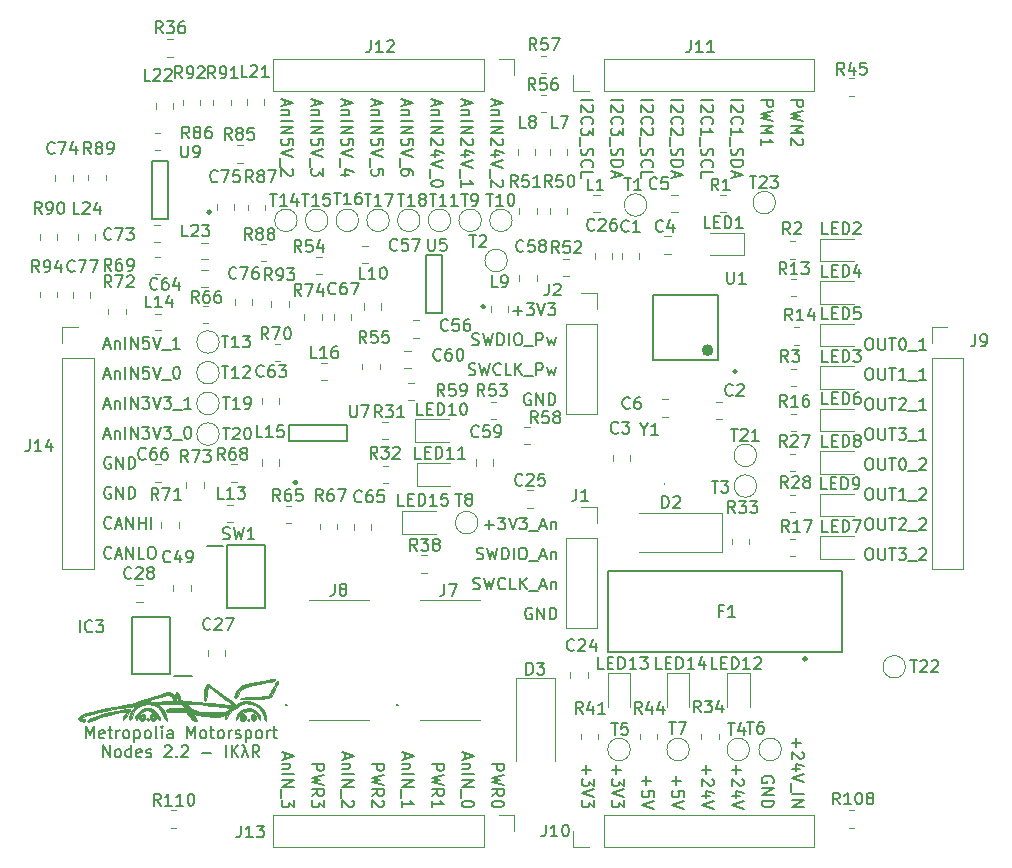
<source format=gbr>
%TF.GenerationSoftware,KiCad,Pcbnew,8.0.1*%
%TF.CreationDate,2024-07-10T20:20:09+03:00*%
%TF.ProjectId,Nodes,4e6f6465-732e-46b6-9963-61645f706362,rev?*%
%TF.SameCoordinates,Original*%
%TF.FileFunction,Legend,Top*%
%TF.FilePolarity,Positive*%
%FSLAX46Y46*%
G04 Gerber Fmt 4.6, Leading zero omitted, Abs format (unit mm)*
G04 Created by KiCad (PCBNEW 8.0.1) date 2024-07-10 20:20:09*
%MOMM*%
%LPD*%
G01*
G04 APERTURE LIST*
%ADD10C,0.154000*%
%ADD11C,0.120000*%
%ADD12C,0.100000*%
%ADD13C,0.200000*%
%ADD14C,0.250000*%
%ADD15C,0.500000*%
%ADD16C,0.010000*%
G04 APERTURE END LIST*
D10*
X151691488Y-75143010D02*
X152691488Y-75143010D01*
X152596250Y-75571581D02*
X152643869Y-75619200D01*
X152643869Y-75619200D02*
X152691488Y-75714438D01*
X152691488Y-75714438D02*
X152691488Y-75952533D01*
X152691488Y-75952533D02*
X152643869Y-76047771D01*
X152643869Y-76047771D02*
X152596250Y-76095390D01*
X152596250Y-76095390D02*
X152501012Y-76143009D01*
X152501012Y-76143009D02*
X152405774Y-76143009D01*
X152405774Y-76143009D02*
X152262917Y-76095390D01*
X152262917Y-76095390D02*
X151691488Y-75523962D01*
X151691488Y-75523962D02*
X151691488Y-76143009D01*
X151786727Y-77143009D02*
X151739108Y-77095390D01*
X151739108Y-77095390D02*
X151691488Y-76952533D01*
X151691488Y-76952533D02*
X151691488Y-76857295D01*
X151691488Y-76857295D02*
X151739108Y-76714438D01*
X151739108Y-76714438D02*
X151834346Y-76619200D01*
X151834346Y-76619200D02*
X151929584Y-76571581D01*
X151929584Y-76571581D02*
X152120060Y-76523962D01*
X152120060Y-76523962D02*
X152262917Y-76523962D01*
X152262917Y-76523962D02*
X152453393Y-76571581D01*
X152453393Y-76571581D02*
X152548631Y-76619200D01*
X152548631Y-76619200D02*
X152643869Y-76714438D01*
X152643869Y-76714438D02*
X152691488Y-76857295D01*
X152691488Y-76857295D02*
X152691488Y-76952533D01*
X152691488Y-76952533D02*
X152643869Y-77095390D01*
X152643869Y-77095390D02*
X152596250Y-77143009D01*
X152596250Y-77523962D02*
X152643869Y-77571581D01*
X152643869Y-77571581D02*
X152691488Y-77666819D01*
X152691488Y-77666819D02*
X152691488Y-77904914D01*
X152691488Y-77904914D02*
X152643869Y-78000152D01*
X152643869Y-78000152D02*
X152596250Y-78047771D01*
X152596250Y-78047771D02*
X152501012Y-78095390D01*
X152501012Y-78095390D02*
X152405774Y-78095390D01*
X152405774Y-78095390D02*
X152262917Y-78047771D01*
X152262917Y-78047771D02*
X151691488Y-77476343D01*
X151691488Y-77476343D02*
X151691488Y-78095390D01*
X151596250Y-78285867D02*
X151596250Y-79047771D01*
X151739108Y-79238248D02*
X151691488Y-79381105D01*
X151691488Y-79381105D02*
X151691488Y-79619200D01*
X151691488Y-79619200D02*
X151739108Y-79714438D01*
X151739108Y-79714438D02*
X151786727Y-79762057D01*
X151786727Y-79762057D02*
X151881965Y-79809676D01*
X151881965Y-79809676D02*
X151977203Y-79809676D01*
X151977203Y-79809676D02*
X152072441Y-79762057D01*
X152072441Y-79762057D02*
X152120060Y-79714438D01*
X152120060Y-79714438D02*
X152167679Y-79619200D01*
X152167679Y-79619200D02*
X152215298Y-79428724D01*
X152215298Y-79428724D02*
X152262917Y-79333486D01*
X152262917Y-79333486D02*
X152310536Y-79285867D01*
X152310536Y-79285867D02*
X152405774Y-79238248D01*
X152405774Y-79238248D02*
X152501012Y-79238248D01*
X152501012Y-79238248D02*
X152596250Y-79285867D01*
X152596250Y-79285867D02*
X152643869Y-79333486D01*
X152643869Y-79333486D02*
X152691488Y-79428724D01*
X152691488Y-79428724D02*
X152691488Y-79666819D01*
X152691488Y-79666819D02*
X152643869Y-79809676D01*
X151786727Y-80809676D02*
X151739108Y-80762057D01*
X151739108Y-80762057D02*
X151691488Y-80619200D01*
X151691488Y-80619200D02*
X151691488Y-80523962D01*
X151691488Y-80523962D02*
X151739108Y-80381105D01*
X151739108Y-80381105D02*
X151834346Y-80285867D01*
X151834346Y-80285867D02*
X151929584Y-80238248D01*
X151929584Y-80238248D02*
X152120060Y-80190629D01*
X152120060Y-80190629D02*
X152262917Y-80190629D01*
X152262917Y-80190629D02*
X152453393Y-80238248D01*
X152453393Y-80238248D02*
X152548631Y-80285867D01*
X152548631Y-80285867D02*
X152643869Y-80381105D01*
X152643869Y-80381105D02*
X152691488Y-80523962D01*
X152691488Y-80523962D02*
X152691488Y-80619200D01*
X152691488Y-80619200D02*
X152643869Y-80762057D01*
X152643869Y-80762057D02*
X152596250Y-80809676D01*
X151691488Y-81714438D02*
X151691488Y-81238248D01*
X151691488Y-81238248D02*
X152691488Y-81238248D01*
X159311488Y-75143010D02*
X160311488Y-75143010D01*
X160216250Y-75571581D02*
X160263869Y-75619200D01*
X160263869Y-75619200D02*
X160311488Y-75714438D01*
X160311488Y-75714438D02*
X160311488Y-75952533D01*
X160311488Y-75952533D02*
X160263869Y-76047771D01*
X160263869Y-76047771D02*
X160216250Y-76095390D01*
X160216250Y-76095390D02*
X160121012Y-76143009D01*
X160121012Y-76143009D02*
X160025774Y-76143009D01*
X160025774Y-76143009D02*
X159882917Y-76095390D01*
X159882917Y-76095390D02*
X159311488Y-75523962D01*
X159311488Y-75523962D02*
X159311488Y-76143009D01*
X159406727Y-77143009D02*
X159359108Y-77095390D01*
X159359108Y-77095390D02*
X159311488Y-76952533D01*
X159311488Y-76952533D02*
X159311488Y-76857295D01*
X159311488Y-76857295D02*
X159359108Y-76714438D01*
X159359108Y-76714438D02*
X159454346Y-76619200D01*
X159454346Y-76619200D02*
X159549584Y-76571581D01*
X159549584Y-76571581D02*
X159740060Y-76523962D01*
X159740060Y-76523962D02*
X159882917Y-76523962D01*
X159882917Y-76523962D02*
X160073393Y-76571581D01*
X160073393Y-76571581D02*
X160168631Y-76619200D01*
X160168631Y-76619200D02*
X160263869Y-76714438D01*
X160263869Y-76714438D02*
X160311488Y-76857295D01*
X160311488Y-76857295D02*
X160311488Y-76952533D01*
X160311488Y-76952533D02*
X160263869Y-77095390D01*
X160263869Y-77095390D02*
X160216250Y-77143009D01*
X159311488Y-78095390D02*
X159311488Y-77523962D01*
X159311488Y-77809676D02*
X160311488Y-77809676D01*
X160311488Y-77809676D02*
X160168631Y-77714438D01*
X160168631Y-77714438D02*
X160073393Y-77619200D01*
X160073393Y-77619200D02*
X160025774Y-77523962D01*
X159216250Y-78285867D02*
X159216250Y-79047771D01*
X159359108Y-79238248D02*
X159311488Y-79381105D01*
X159311488Y-79381105D02*
X159311488Y-79619200D01*
X159311488Y-79619200D02*
X159359108Y-79714438D01*
X159359108Y-79714438D02*
X159406727Y-79762057D01*
X159406727Y-79762057D02*
X159501965Y-79809676D01*
X159501965Y-79809676D02*
X159597203Y-79809676D01*
X159597203Y-79809676D02*
X159692441Y-79762057D01*
X159692441Y-79762057D02*
X159740060Y-79714438D01*
X159740060Y-79714438D02*
X159787679Y-79619200D01*
X159787679Y-79619200D02*
X159835298Y-79428724D01*
X159835298Y-79428724D02*
X159882917Y-79333486D01*
X159882917Y-79333486D02*
X159930536Y-79285867D01*
X159930536Y-79285867D02*
X160025774Y-79238248D01*
X160025774Y-79238248D02*
X160121012Y-79238248D01*
X160121012Y-79238248D02*
X160216250Y-79285867D01*
X160216250Y-79285867D02*
X160263869Y-79333486D01*
X160263869Y-79333486D02*
X160311488Y-79428724D01*
X160311488Y-79428724D02*
X160311488Y-79666819D01*
X160311488Y-79666819D02*
X160263869Y-79809676D01*
X159311488Y-80238248D02*
X160311488Y-80238248D01*
X160311488Y-80238248D02*
X160311488Y-80476343D01*
X160311488Y-80476343D02*
X160263869Y-80619200D01*
X160263869Y-80619200D02*
X160168631Y-80714438D01*
X160168631Y-80714438D02*
X160073393Y-80762057D01*
X160073393Y-80762057D02*
X159882917Y-80809676D01*
X159882917Y-80809676D02*
X159740060Y-80809676D01*
X159740060Y-80809676D02*
X159549584Y-80762057D01*
X159549584Y-80762057D02*
X159454346Y-80714438D01*
X159454346Y-80714438D02*
X159359108Y-80619200D01*
X159359108Y-80619200D02*
X159311488Y-80476343D01*
X159311488Y-80476343D02*
X159311488Y-80238248D01*
X159597203Y-81190629D02*
X159597203Y-81666819D01*
X159311488Y-81095391D02*
X160311488Y-81428724D01*
X160311488Y-81428724D02*
X159311488Y-81762057D01*
X133951488Y-131345142D02*
X134951488Y-131345142D01*
X134951488Y-131345142D02*
X134951488Y-131726094D01*
X134951488Y-131726094D02*
X134903869Y-131821332D01*
X134903869Y-131821332D02*
X134856250Y-131868951D01*
X134856250Y-131868951D02*
X134761012Y-131916570D01*
X134761012Y-131916570D02*
X134618155Y-131916570D01*
X134618155Y-131916570D02*
X134522917Y-131868951D01*
X134522917Y-131868951D02*
X134475298Y-131821332D01*
X134475298Y-131821332D02*
X134427679Y-131726094D01*
X134427679Y-131726094D02*
X134427679Y-131345142D01*
X134951488Y-132249904D02*
X133951488Y-132487999D01*
X133951488Y-132487999D02*
X134665774Y-132678475D01*
X134665774Y-132678475D02*
X133951488Y-132868951D01*
X133951488Y-132868951D02*
X134951488Y-133107047D01*
X133951488Y-134059427D02*
X134427679Y-133726094D01*
X133951488Y-133487999D02*
X134951488Y-133487999D01*
X134951488Y-133487999D02*
X134951488Y-133868951D01*
X134951488Y-133868951D02*
X134903869Y-133964189D01*
X134903869Y-133964189D02*
X134856250Y-134011808D01*
X134856250Y-134011808D02*
X134761012Y-134059427D01*
X134761012Y-134059427D02*
X134618155Y-134059427D01*
X134618155Y-134059427D02*
X134522917Y-134011808D01*
X134522917Y-134011808D02*
X134475298Y-133964189D01*
X134475298Y-133964189D02*
X134427679Y-133868951D01*
X134427679Y-133868951D02*
X134427679Y-133487999D01*
X133951488Y-135011808D02*
X133951488Y-134440380D01*
X133951488Y-134726094D02*
X134951488Y-134726094D01*
X134951488Y-134726094D02*
X134808631Y-134630856D01*
X134808631Y-134630856D02*
X134713393Y-134535618D01*
X134713393Y-134535618D02*
X134665774Y-134440380D01*
X106192891Y-100967496D02*
X106669081Y-100967496D01*
X106097653Y-101253211D02*
X106430986Y-100253211D01*
X106430986Y-100253211D02*
X106764319Y-101253211D01*
X107097653Y-100586544D02*
X107097653Y-101253211D01*
X107097653Y-100681782D02*
X107145272Y-100634163D01*
X107145272Y-100634163D02*
X107240510Y-100586544D01*
X107240510Y-100586544D02*
X107383367Y-100586544D01*
X107383367Y-100586544D02*
X107478605Y-100634163D01*
X107478605Y-100634163D02*
X107526224Y-100729401D01*
X107526224Y-100729401D02*
X107526224Y-101253211D01*
X108002415Y-101253211D02*
X108002415Y-100253211D01*
X108478605Y-101253211D02*
X108478605Y-100253211D01*
X108478605Y-100253211D02*
X109050033Y-101253211D01*
X109050033Y-101253211D02*
X109050033Y-100253211D01*
X109430986Y-100253211D02*
X110050033Y-100253211D01*
X110050033Y-100253211D02*
X109716700Y-100634163D01*
X109716700Y-100634163D02*
X109859557Y-100634163D01*
X109859557Y-100634163D02*
X109954795Y-100681782D01*
X109954795Y-100681782D02*
X110002414Y-100729401D01*
X110002414Y-100729401D02*
X110050033Y-100824639D01*
X110050033Y-100824639D02*
X110050033Y-101062734D01*
X110050033Y-101062734D02*
X110002414Y-101157972D01*
X110002414Y-101157972D02*
X109954795Y-101205592D01*
X109954795Y-101205592D02*
X109859557Y-101253211D01*
X109859557Y-101253211D02*
X109573843Y-101253211D01*
X109573843Y-101253211D02*
X109478605Y-101205592D01*
X109478605Y-101205592D02*
X109430986Y-101157972D01*
X110335748Y-100253211D02*
X110669081Y-101253211D01*
X110669081Y-101253211D02*
X111002414Y-100253211D01*
X111240510Y-100253211D02*
X111859557Y-100253211D01*
X111859557Y-100253211D02*
X111526224Y-100634163D01*
X111526224Y-100634163D02*
X111669081Y-100634163D01*
X111669081Y-100634163D02*
X111764319Y-100681782D01*
X111764319Y-100681782D02*
X111811938Y-100729401D01*
X111811938Y-100729401D02*
X111859557Y-100824639D01*
X111859557Y-100824639D02*
X111859557Y-101062734D01*
X111859557Y-101062734D02*
X111811938Y-101157972D01*
X111811938Y-101157972D02*
X111764319Y-101205592D01*
X111764319Y-101205592D02*
X111669081Y-101253211D01*
X111669081Y-101253211D02*
X111383367Y-101253211D01*
X111383367Y-101253211D02*
X111288129Y-101205592D01*
X111288129Y-101205592D02*
X111240510Y-101157972D01*
X112050034Y-101348449D02*
X112811938Y-101348449D01*
X113573843Y-101253211D02*
X113002415Y-101253211D01*
X113288129Y-101253211D02*
X113288129Y-100253211D01*
X113288129Y-100253211D02*
X113192891Y-100396068D01*
X113192891Y-100396068D02*
X113097653Y-100491306D01*
X113097653Y-100491306D02*
X113002415Y-100538925D01*
X146611488Y-75143010D02*
X147611488Y-75143010D01*
X147516250Y-75571581D02*
X147563869Y-75619200D01*
X147563869Y-75619200D02*
X147611488Y-75714438D01*
X147611488Y-75714438D02*
X147611488Y-75952533D01*
X147611488Y-75952533D02*
X147563869Y-76047771D01*
X147563869Y-76047771D02*
X147516250Y-76095390D01*
X147516250Y-76095390D02*
X147421012Y-76143009D01*
X147421012Y-76143009D02*
X147325774Y-76143009D01*
X147325774Y-76143009D02*
X147182917Y-76095390D01*
X147182917Y-76095390D02*
X146611488Y-75523962D01*
X146611488Y-75523962D02*
X146611488Y-76143009D01*
X146706727Y-77143009D02*
X146659108Y-77095390D01*
X146659108Y-77095390D02*
X146611488Y-76952533D01*
X146611488Y-76952533D02*
X146611488Y-76857295D01*
X146611488Y-76857295D02*
X146659108Y-76714438D01*
X146659108Y-76714438D02*
X146754346Y-76619200D01*
X146754346Y-76619200D02*
X146849584Y-76571581D01*
X146849584Y-76571581D02*
X147040060Y-76523962D01*
X147040060Y-76523962D02*
X147182917Y-76523962D01*
X147182917Y-76523962D02*
X147373393Y-76571581D01*
X147373393Y-76571581D02*
X147468631Y-76619200D01*
X147468631Y-76619200D02*
X147563869Y-76714438D01*
X147563869Y-76714438D02*
X147611488Y-76857295D01*
X147611488Y-76857295D02*
X147611488Y-76952533D01*
X147611488Y-76952533D02*
X147563869Y-77095390D01*
X147563869Y-77095390D02*
X147516250Y-77143009D01*
X147611488Y-77476343D02*
X147611488Y-78095390D01*
X147611488Y-78095390D02*
X147230536Y-77762057D01*
X147230536Y-77762057D02*
X147230536Y-77904914D01*
X147230536Y-77904914D02*
X147182917Y-78000152D01*
X147182917Y-78000152D02*
X147135298Y-78047771D01*
X147135298Y-78047771D02*
X147040060Y-78095390D01*
X147040060Y-78095390D02*
X146801965Y-78095390D01*
X146801965Y-78095390D02*
X146706727Y-78047771D01*
X146706727Y-78047771D02*
X146659108Y-78000152D01*
X146659108Y-78000152D02*
X146611488Y-77904914D01*
X146611488Y-77904914D02*
X146611488Y-77619200D01*
X146611488Y-77619200D02*
X146659108Y-77523962D01*
X146659108Y-77523962D02*
X146706727Y-77476343D01*
X146516250Y-78285867D02*
X146516250Y-79047771D01*
X146659108Y-79238248D02*
X146611488Y-79381105D01*
X146611488Y-79381105D02*
X146611488Y-79619200D01*
X146611488Y-79619200D02*
X146659108Y-79714438D01*
X146659108Y-79714438D02*
X146706727Y-79762057D01*
X146706727Y-79762057D02*
X146801965Y-79809676D01*
X146801965Y-79809676D02*
X146897203Y-79809676D01*
X146897203Y-79809676D02*
X146992441Y-79762057D01*
X146992441Y-79762057D02*
X147040060Y-79714438D01*
X147040060Y-79714438D02*
X147087679Y-79619200D01*
X147087679Y-79619200D02*
X147135298Y-79428724D01*
X147135298Y-79428724D02*
X147182917Y-79333486D01*
X147182917Y-79333486D02*
X147230536Y-79285867D01*
X147230536Y-79285867D02*
X147325774Y-79238248D01*
X147325774Y-79238248D02*
X147421012Y-79238248D01*
X147421012Y-79238248D02*
X147516250Y-79285867D01*
X147516250Y-79285867D02*
X147563869Y-79333486D01*
X147563869Y-79333486D02*
X147611488Y-79428724D01*
X147611488Y-79428724D02*
X147611488Y-79666819D01*
X147611488Y-79666819D02*
X147563869Y-79809676D01*
X146706727Y-80809676D02*
X146659108Y-80762057D01*
X146659108Y-80762057D02*
X146611488Y-80619200D01*
X146611488Y-80619200D02*
X146611488Y-80523962D01*
X146611488Y-80523962D02*
X146659108Y-80381105D01*
X146659108Y-80381105D02*
X146754346Y-80285867D01*
X146754346Y-80285867D02*
X146849584Y-80238248D01*
X146849584Y-80238248D02*
X147040060Y-80190629D01*
X147040060Y-80190629D02*
X147182917Y-80190629D01*
X147182917Y-80190629D02*
X147373393Y-80238248D01*
X147373393Y-80238248D02*
X147468631Y-80285867D01*
X147468631Y-80285867D02*
X147563869Y-80381105D01*
X147563869Y-80381105D02*
X147611488Y-80523962D01*
X147611488Y-80523962D02*
X147611488Y-80619200D01*
X147611488Y-80619200D02*
X147563869Y-80762057D01*
X147563869Y-80762057D02*
X147516250Y-80809676D01*
X146611488Y-81714438D02*
X146611488Y-81238248D01*
X146611488Y-81238248D02*
X147611488Y-81238248D01*
X131697203Y-130392761D02*
X131697203Y-130868951D01*
X131411488Y-130297523D02*
X132411488Y-130630856D01*
X132411488Y-130630856D02*
X131411488Y-130964189D01*
X132078155Y-131297523D02*
X131411488Y-131297523D01*
X131982917Y-131297523D02*
X132030536Y-131345142D01*
X132030536Y-131345142D02*
X132078155Y-131440380D01*
X132078155Y-131440380D02*
X132078155Y-131583237D01*
X132078155Y-131583237D02*
X132030536Y-131678475D01*
X132030536Y-131678475D02*
X131935298Y-131726094D01*
X131935298Y-131726094D02*
X131411488Y-131726094D01*
X131411488Y-132202285D02*
X132411488Y-132202285D01*
X131411488Y-132678475D02*
X132411488Y-132678475D01*
X132411488Y-132678475D02*
X131411488Y-133249903D01*
X131411488Y-133249903D02*
X132411488Y-133249903D01*
X131316250Y-133487999D02*
X131316250Y-134249903D01*
X131411488Y-135011808D02*
X131411488Y-134440380D01*
X131411488Y-134726094D02*
X132411488Y-134726094D01*
X132411488Y-134726094D02*
X132268631Y-134630856D01*
X132268631Y-134630856D02*
X132173393Y-134535618D01*
X132173393Y-134535618D02*
X132125774Y-134440380D01*
X170904546Y-105433211D02*
X171095022Y-105433211D01*
X171095022Y-105433211D02*
X171190260Y-105480830D01*
X171190260Y-105480830D02*
X171285498Y-105576068D01*
X171285498Y-105576068D02*
X171333117Y-105766544D01*
X171333117Y-105766544D02*
X171333117Y-106099877D01*
X171333117Y-106099877D02*
X171285498Y-106290353D01*
X171285498Y-106290353D02*
X171190260Y-106385592D01*
X171190260Y-106385592D02*
X171095022Y-106433211D01*
X171095022Y-106433211D02*
X170904546Y-106433211D01*
X170904546Y-106433211D02*
X170809308Y-106385592D01*
X170809308Y-106385592D02*
X170714070Y-106290353D01*
X170714070Y-106290353D02*
X170666451Y-106099877D01*
X170666451Y-106099877D02*
X170666451Y-105766544D01*
X170666451Y-105766544D02*
X170714070Y-105576068D01*
X170714070Y-105576068D02*
X170809308Y-105480830D01*
X170809308Y-105480830D02*
X170904546Y-105433211D01*
X171761689Y-105433211D02*
X171761689Y-106242734D01*
X171761689Y-106242734D02*
X171809308Y-106337972D01*
X171809308Y-106337972D02*
X171856927Y-106385592D01*
X171856927Y-106385592D02*
X171952165Y-106433211D01*
X171952165Y-106433211D02*
X172142641Y-106433211D01*
X172142641Y-106433211D02*
X172237879Y-106385592D01*
X172237879Y-106385592D02*
X172285498Y-106337972D01*
X172285498Y-106337972D02*
X172333117Y-106242734D01*
X172333117Y-106242734D02*
X172333117Y-105433211D01*
X172666451Y-105433211D02*
X173237879Y-105433211D01*
X172952165Y-106433211D02*
X172952165Y-105433211D01*
X173761689Y-105433211D02*
X173856927Y-105433211D01*
X173856927Y-105433211D02*
X173952165Y-105480830D01*
X173952165Y-105480830D02*
X173999784Y-105528449D01*
X173999784Y-105528449D02*
X174047403Y-105623687D01*
X174047403Y-105623687D02*
X174095022Y-105814163D01*
X174095022Y-105814163D02*
X174095022Y-106052258D01*
X174095022Y-106052258D02*
X174047403Y-106242734D01*
X174047403Y-106242734D02*
X173999784Y-106337972D01*
X173999784Y-106337972D02*
X173952165Y-106385592D01*
X173952165Y-106385592D02*
X173856927Y-106433211D01*
X173856927Y-106433211D02*
X173761689Y-106433211D01*
X173761689Y-106433211D02*
X173666451Y-106385592D01*
X173666451Y-106385592D02*
X173618832Y-106337972D01*
X173618832Y-106337972D02*
X173571213Y-106242734D01*
X173571213Y-106242734D02*
X173523594Y-106052258D01*
X173523594Y-106052258D02*
X173523594Y-105814163D01*
X173523594Y-105814163D02*
X173571213Y-105623687D01*
X173571213Y-105623687D02*
X173618832Y-105528449D01*
X173618832Y-105528449D02*
X173666451Y-105480830D01*
X173666451Y-105480830D02*
X173761689Y-105433211D01*
X174285499Y-106528449D02*
X175047403Y-106528449D01*
X175237880Y-105528449D02*
X175285499Y-105480830D01*
X175285499Y-105480830D02*
X175380737Y-105433211D01*
X175380737Y-105433211D02*
X175618832Y-105433211D01*
X175618832Y-105433211D02*
X175714070Y-105480830D01*
X175714070Y-105480830D02*
X175761689Y-105528449D01*
X175761689Y-105528449D02*
X175809308Y-105623687D01*
X175809308Y-105623687D02*
X175809308Y-105718925D01*
X175809308Y-105718925D02*
X175761689Y-105861782D01*
X175761689Y-105861782D02*
X175190261Y-106433211D01*
X175190261Y-106433211D02*
X175809308Y-106433211D01*
X121537203Y-130392761D02*
X121537203Y-130868951D01*
X121251488Y-130297523D02*
X122251488Y-130630856D01*
X122251488Y-130630856D02*
X121251488Y-130964189D01*
X121918155Y-131297523D02*
X121251488Y-131297523D01*
X121822917Y-131297523D02*
X121870536Y-131345142D01*
X121870536Y-131345142D02*
X121918155Y-131440380D01*
X121918155Y-131440380D02*
X121918155Y-131583237D01*
X121918155Y-131583237D02*
X121870536Y-131678475D01*
X121870536Y-131678475D02*
X121775298Y-131726094D01*
X121775298Y-131726094D02*
X121251488Y-131726094D01*
X121251488Y-132202285D02*
X122251488Y-132202285D01*
X121251488Y-132678475D02*
X122251488Y-132678475D01*
X122251488Y-132678475D02*
X121251488Y-133249903D01*
X121251488Y-133249903D02*
X122251488Y-133249903D01*
X121156250Y-133487999D02*
X121156250Y-134249903D01*
X122251488Y-134392761D02*
X122251488Y-135011808D01*
X122251488Y-135011808D02*
X121870536Y-134678475D01*
X121870536Y-134678475D02*
X121870536Y-134821332D01*
X121870536Y-134821332D02*
X121822917Y-134916570D01*
X121822917Y-134916570D02*
X121775298Y-134964189D01*
X121775298Y-134964189D02*
X121680060Y-135011808D01*
X121680060Y-135011808D02*
X121441965Y-135011808D01*
X121441965Y-135011808D02*
X121346727Y-134964189D01*
X121346727Y-134964189D02*
X121299108Y-134916570D01*
X121299108Y-134916570D02*
X121251488Y-134821332D01*
X121251488Y-134821332D02*
X121251488Y-134535618D01*
X121251488Y-134535618D02*
X121299108Y-134440380D01*
X121299108Y-134440380D02*
X121346727Y-134392761D01*
X140837880Y-92952258D02*
X141599785Y-92952258D01*
X141218832Y-93333211D02*
X141218832Y-92571306D01*
X141980737Y-92333211D02*
X142599784Y-92333211D01*
X142599784Y-92333211D02*
X142266451Y-92714163D01*
X142266451Y-92714163D02*
X142409308Y-92714163D01*
X142409308Y-92714163D02*
X142504546Y-92761782D01*
X142504546Y-92761782D02*
X142552165Y-92809401D01*
X142552165Y-92809401D02*
X142599784Y-92904639D01*
X142599784Y-92904639D02*
X142599784Y-93142734D01*
X142599784Y-93142734D02*
X142552165Y-93237972D01*
X142552165Y-93237972D02*
X142504546Y-93285592D01*
X142504546Y-93285592D02*
X142409308Y-93333211D01*
X142409308Y-93333211D02*
X142123594Y-93333211D01*
X142123594Y-93333211D02*
X142028356Y-93285592D01*
X142028356Y-93285592D02*
X141980737Y-93237972D01*
X142885499Y-92333211D02*
X143218832Y-93333211D01*
X143218832Y-93333211D02*
X143552165Y-92333211D01*
X143790261Y-92333211D02*
X144409308Y-92333211D01*
X144409308Y-92333211D02*
X144075975Y-92714163D01*
X144075975Y-92714163D02*
X144218832Y-92714163D01*
X144218832Y-92714163D02*
X144314070Y-92761782D01*
X144314070Y-92761782D02*
X144361689Y-92809401D01*
X144361689Y-92809401D02*
X144409308Y-92904639D01*
X144409308Y-92904639D02*
X144409308Y-93142734D01*
X144409308Y-93142734D02*
X144361689Y-93237972D01*
X144361689Y-93237972D02*
X144314070Y-93285592D01*
X144314070Y-93285592D02*
X144218832Y-93333211D01*
X144218832Y-93333211D02*
X143933118Y-93333211D01*
X143933118Y-93333211D02*
X143837880Y-93285592D01*
X143837880Y-93285592D02*
X143790261Y-93237972D01*
X164812441Y-129154666D02*
X164812441Y-129916571D01*
X164431488Y-129535618D02*
X165193393Y-129535618D01*
X165336250Y-130345142D02*
X165383869Y-130392761D01*
X165383869Y-130392761D02*
X165431488Y-130487999D01*
X165431488Y-130487999D02*
X165431488Y-130726094D01*
X165431488Y-130726094D02*
X165383869Y-130821332D01*
X165383869Y-130821332D02*
X165336250Y-130868951D01*
X165336250Y-130868951D02*
X165241012Y-130916570D01*
X165241012Y-130916570D02*
X165145774Y-130916570D01*
X165145774Y-130916570D02*
X165002917Y-130868951D01*
X165002917Y-130868951D02*
X164431488Y-130297523D01*
X164431488Y-130297523D02*
X164431488Y-130916570D01*
X165098155Y-131773713D02*
X164431488Y-131773713D01*
X165479108Y-131535618D02*
X164764822Y-131297523D01*
X164764822Y-131297523D02*
X164764822Y-131916570D01*
X165431488Y-132154666D02*
X164431488Y-132487999D01*
X164431488Y-132487999D02*
X165431488Y-132821332D01*
X164336250Y-132916571D02*
X164336250Y-133678475D01*
X164431488Y-133916571D02*
X165431488Y-133916571D01*
X164431488Y-134392761D02*
X165431488Y-134392761D01*
X165431488Y-134392761D02*
X164431488Y-134964189D01*
X164431488Y-134964189D02*
X165431488Y-134964189D01*
X106811938Y-113857972D02*
X106764319Y-113905592D01*
X106764319Y-113905592D02*
X106621462Y-113953211D01*
X106621462Y-113953211D02*
X106526224Y-113953211D01*
X106526224Y-113953211D02*
X106383367Y-113905592D01*
X106383367Y-113905592D02*
X106288129Y-113810353D01*
X106288129Y-113810353D02*
X106240510Y-113715115D01*
X106240510Y-113715115D02*
X106192891Y-113524639D01*
X106192891Y-113524639D02*
X106192891Y-113381782D01*
X106192891Y-113381782D02*
X106240510Y-113191306D01*
X106240510Y-113191306D02*
X106288129Y-113096068D01*
X106288129Y-113096068D02*
X106383367Y-113000830D01*
X106383367Y-113000830D02*
X106526224Y-112953211D01*
X106526224Y-112953211D02*
X106621462Y-112953211D01*
X106621462Y-112953211D02*
X106764319Y-113000830D01*
X106764319Y-113000830D02*
X106811938Y-113048449D01*
X107192891Y-113667496D02*
X107669081Y-113667496D01*
X107097653Y-113953211D02*
X107430986Y-112953211D01*
X107430986Y-112953211D02*
X107764319Y-113953211D01*
X108097653Y-113953211D02*
X108097653Y-112953211D01*
X108097653Y-112953211D02*
X108669081Y-113953211D01*
X108669081Y-113953211D02*
X108669081Y-112953211D01*
X109621462Y-113953211D02*
X109145272Y-113953211D01*
X109145272Y-113953211D02*
X109145272Y-112953211D01*
X110145272Y-112953211D02*
X110335748Y-112953211D01*
X110335748Y-112953211D02*
X110430986Y-113000830D01*
X110430986Y-113000830D02*
X110526224Y-113096068D01*
X110526224Y-113096068D02*
X110573843Y-113286544D01*
X110573843Y-113286544D02*
X110573843Y-113619877D01*
X110573843Y-113619877D02*
X110526224Y-113810353D01*
X110526224Y-113810353D02*
X110430986Y-113905592D01*
X110430986Y-113905592D02*
X110335748Y-113953211D01*
X110335748Y-113953211D02*
X110145272Y-113953211D01*
X110145272Y-113953211D02*
X110050034Y-113905592D01*
X110050034Y-113905592D02*
X109954796Y-113810353D01*
X109954796Y-113810353D02*
X109907177Y-113619877D01*
X109907177Y-113619877D02*
X109907177Y-113286544D01*
X109907177Y-113286544D02*
X109954796Y-113096068D01*
X109954796Y-113096068D02*
X110050034Y-113000830D01*
X110050034Y-113000830D02*
X110145272Y-112953211D01*
X137747404Y-113965592D02*
X137890261Y-114013211D01*
X137890261Y-114013211D02*
X138128356Y-114013211D01*
X138128356Y-114013211D02*
X138223594Y-113965592D01*
X138223594Y-113965592D02*
X138271213Y-113917972D01*
X138271213Y-113917972D02*
X138318832Y-113822734D01*
X138318832Y-113822734D02*
X138318832Y-113727496D01*
X138318832Y-113727496D02*
X138271213Y-113632258D01*
X138271213Y-113632258D02*
X138223594Y-113584639D01*
X138223594Y-113584639D02*
X138128356Y-113537020D01*
X138128356Y-113537020D02*
X137937880Y-113489401D01*
X137937880Y-113489401D02*
X137842642Y-113441782D01*
X137842642Y-113441782D02*
X137795023Y-113394163D01*
X137795023Y-113394163D02*
X137747404Y-113298925D01*
X137747404Y-113298925D02*
X137747404Y-113203687D01*
X137747404Y-113203687D02*
X137795023Y-113108449D01*
X137795023Y-113108449D02*
X137842642Y-113060830D01*
X137842642Y-113060830D02*
X137937880Y-113013211D01*
X137937880Y-113013211D02*
X138175975Y-113013211D01*
X138175975Y-113013211D02*
X138318832Y-113060830D01*
X138652166Y-113013211D02*
X138890261Y-114013211D01*
X138890261Y-114013211D02*
X139080737Y-113298925D01*
X139080737Y-113298925D02*
X139271213Y-114013211D01*
X139271213Y-114013211D02*
X139509309Y-113013211D01*
X139890261Y-114013211D02*
X139890261Y-113013211D01*
X139890261Y-113013211D02*
X140128356Y-113013211D01*
X140128356Y-113013211D02*
X140271213Y-113060830D01*
X140271213Y-113060830D02*
X140366451Y-113156068D01*
X140366451Y-113156068D02*
X140414070Y-113251306D01*
X140414070Y-113251306D02*
X140461689Y-113441782D01*
X140461689Y-113441782D02*
X140461689Y-113584639D01*
X140461689Y-113584639D02*
X140414070Y-113775115D01*
X140414070Y-113775115D02*
X140366451Y-113870353D01*
X140366451Y-113870353D02*
X140271213Y-113965592D01*
X140271213Y-113965592D02*
X140128356Y-114013211D01*
X140128356Y-114013211D02*
X139890261Y-114013211D01*
X140890261Y-114013211D02*
X140890261Y-113013211D01*
X141556927Y-113013211D02*
X141747403Y-113013211D01*
X141747403Y-113013211D02*
X141842641Y-113060830D01*
X141842641Y-113060830D02*
X141937879Y-113156068D01*
X141937879Y-113156068D02*
X141985498Y-113346544D01*
X141985498Y-113346544D02*
X141985498Y-113679877D01*
X141985498Y-113679877D02*
X141937879Y-113870353D01*
X141937879Y-113870353D02*
X141842641Y-113965592D01*
X141842641Y-113965592D02*
X141747403Y-114013211D01*
X141747403Y-114013211D02*
X141556927Y-114013211D01*
X141556927Y-114013211D02*
X141461689Y-113965592D01*
X141461689Y-113965592D02*
X141366451Y-113870353D01*
X141366451Y-113870353D02*
X141318832Y-113679877D01*
X141318832Y-113679877D02*
X141318832Y-113346544D01*
X141318832Y-113346544D02*
X141366451Y-113156068D01*
X141366451Y-113156068D02*
X141461689Y-113060830D01*
X141461689Y-113060830D02*
X141556927Y-113013211D01*
X142175975Y-114108449D02*
X142937879Y-114108449D01*
X143128356Y-113727496D02*
X143604546Y-113727496D01*
X143033118Y-114013211D02*
X143366451Y-113013211D01*
X143366451Y-113013211D02*
X143699784Y-114013211D01*
X144033118Y-113346544D02*
X144033118Y-114013211D01*
X144033118Y-113441782D02*
X144080737Y-113394163D01*
X144080737Y-113394163D02*
X144175975Y-113346544D01*
X144175975Y-113346544D02*
X144318832Y-113346544D01*
X144318832Y-113346544D02*
X144414070Y-113394163D01*
X144414070Y-113394163D02*
X144461689Y-113489401D01*
X144461689Y-113489401D02*
X144461689Y-114013211D01*
X139031488Y-131345142D02*
X140031488Y-131345142D01*
X140031488Y-131345142D02*
X140031488Y-131726094D01*
X140031488Y-131726094D02*
X139983869Y-131821332D01*
X139983869Y-131821332D02*
X139936250Y-131868951D01*
X139936250Y-131868951D02*
X139841012Y-131916570D01*
X139841012Y-131916570D02*
X139698155Y-131916570D01*
X139698155Y-131916570D02*
X139602917Y-131868951D01*
X139602917Y-131868951D02*
X139555298Y-131821332D01*
X139555298Y-131821332D02*
X139507679Y-131726094D01*
X139507679Y-131726094D02*
X139507679Y-131345142D01*
X140031488Y-132249904D02*
X139031488Y-132487999D01*
X139031488Y-132487999D02*
X139745774Y-132678475D01*
X139745774Y-132678475D02*
X139031488Y-132868951D01*
X139031488Y-132868951D02*
X140031488Y-133107047D01*
X139031488Y-134059427D02*
X139507679Y-133726094D01*
X139031488Y-133487999D02*
X140031488Y-133487999D01*
X140031488Y-133487999D02*
X140031488Y-133868951D01*
X140031488Y-133868951D02*
X139983869Y-133964189D01*
X139983869Y-133964189D02*
X139936250Y-134011808D01*
X139936250Y-134011808D02*
X139841012Y-134059427D01*
X139841012Y-134059427D02*
X139698155Y-134059427D01*
X139698155Y-134059427D02*
X139602917Y-134011808D01*
X139602917Y-134011808D02*
X139555298Y-133964189D01*
X139555298Y-133964189D02*
X139507679Y-133868951D01*
X139507679Y-133868951D02*
X139507679Y-133487999D01*
X140031488Y-134678475D02*
X140031488Y-134773713D01*
X140031488Y-134773713D02*
X139983869Y-134868951D01*
X139983869Y-134868951D02*
X139936250Y-134916570D01*
X139936250Y-134916570D02*
X139841012Y-134964189D01*
X139841012Y-134964189D02*
X139650536Y-135011808D01*
X139650536Y-135011808D02*
X139412441Y-135011808D01*
X139412441Y-135011808D02*
X139221965Y-134964189D01*
X139221965Y-134964189D02*
X139126727Y-134916570D01*
X139126727Y-134916570D02*
X139079108Y-134868951D01*
X139079108Y-134868951D02*
X139031488Y-134773713D01*
X139031488Y-134773713D02*
X139031488Y-134678475D01*
X139031488Y-134678475D02*
X139079108Y-134583237D01*
X139079108Y-134583237D02*
X139126727Y-134535618D01*
X139126727Y-134535618D02*
X139221965Y-134487999D01*
X139221965Y-134487999D02*
X139412441Y-134440380D01*
X139412441Y-134440380D02*
X139650536Y-134440380D01*
X139650536Y-134440380D02*
X139841012Y-134487999D01*
X139841012Y-134487999D02*
X139936250Y-134535618D01*
X139936250Y-134535618D02*
X139983869Y-134583237D01*
X139983869Y-134583237D02*
X140031488Y-134678475D01*
X170904546Y-113053211D02*
X171095022Y-113053211D01*
X171095022Y-113053211D02*
X171190260Y-113100830D01*
X171190260Y-113100830D02*
X171285498Y-113196068D01*
X171285498Y-113196068D02*
X171333117Y-113386544D01*
X171333117Y-113386544D02*
X171333117Y-113719877D01*
X171333117Y-113719877D02*
X171285498Y-113910353D01*
X171285498Y-113910353D02*
X171190260Y-114005592D01*
X171190260Y-114005592D02*
X171095022Y-114053211D01*
X171095022Y-114053211D02*
X170904546Y-114053211D01*
X170904546Y-114053211D02*
X170809308Y-114005592D01*
X170809308Y-114005592D02*
X170714070Y-113910353D01*
X170714070Y-113910353D02*
X170666451Y-113719877D01*
X170666451Y-113719877D02*
X170666451Y-113386544D01*
X170666451Y-113386544D02*
X170714070Y-113196068D01*
X170714070Y-113196068D02*
X170809308Y-113100830D01*
X170809308Y-113100830D02*
X170904546Y-113053211D01*
X171761689Y-113053211D02*
X171761689Y-113862734D01*
X171761689Y-113862734D02*
X171809308Y-113957972D01*
X171809308Y-113957972D02*
X171856927Y-114005592D01*
X171856927Y-114005592D02*
X171952165Y-114053211D01*
X171952165Y-114053211D02*
X172142641Y-114053211D01*
X172142641Y-114053211D02*
X172237879Y-114005592D01*
X172237879Y-114005592D02*
X172285498Y-113957972D01*
X172285498Y-113957972D02*
X172333117Y-113862734D01*
X172333117Y-113862734D02*
X172333117Y-113053211D01*
X172666451Y-113053211D02*
X173237879Y-113053211D01*
X172952165Y-114053211D02*
X172952165Y-113053211D01*
X173475975Y-113053211D02*
X174095022Y-113053211D01*
X174095022Y-113053211D02*
X173761689Y-113434163D01*
X173761689Y-113434163D02*
X173904546Y-113434163D01*
X173904546Y-113434163D02*
X173999784Y-113481782D01*
X173999784Y-113481782D02*
X174047403Y-113529401D01*
X174047403Y-113529401D02*
X174095022Y-113624639D01*
X174095022Y-113624639D02*
X174095022Y-113862734D01*
X174095022Y-113862734D02*
X174047403Y-113957972D01*
X174047403Y-113957972D02*
X173999784Y-114005592D01*
X173999784Y-114005592D02*
X173904546Y-114053211D01*
X173904546Y-114053211D02*
X173618832Y-114053211D01*
X173618832Y-114053211D02*
X173523594Y-114005592D01*
X173523594Y-114005592D02*
X173475975Y-113957972D01*
X174285499Y-114148449D02*
X175047403Y-114148449D01*
X175237880Y-113148449D02*
X175285499Y-113100830D01*
X175285499Y-113100830D02*
X175380737Y-113053211D01*
X175380737Y-113053211D02*
X175618832Y-113053211D01*
X175618832Y-113053211D02*
X175714070Y-113100830D01*
X175714070Y-113100830D02*
X175761689Y-113148449D01*
X175761689Y-113148449D02*
X175809308Y-113243687D01*
X175809308Y-113243687D02*
X175809308Y-113338925D01*
X175809308Y-113338925D02*
X175761689Y-113481782D01*
X175761689Y-113481782D02*
X175190261Y-114053211D01*
X175190261Y-114053211D02*
X175809308Y-114053211D01*
X123791488Y-131345142D02*
X124791488Y-131345142D01*
X124791488Y-131345142D02*
X124791488Y-131726094D01*
X124791488Y-131726094D02*
X124743869Y-131821332D01*
X124743869Y-131821332D02*
X124696250Y-131868951D01*
X124696250Y-131868951D02*
X124601012Y-131916570D01*
X124601012Y-131916570D02*
X124458155Y-131916570D01*
X124458155Y-131916570D02*
X124362917Y-131868951D01*
X124362917Y-131868951D02*
X124315298Y-131821332D01*
X124315298Y-131821332D02*
X124267679Y-131726094D01*
X124267679Y-131726094D02*
X124267679Y-131345142D01*
X124791488Y-132249904D02*
X123791488Y-132487999D01*
X123791488Y-132487999D02*
X124505774Y-132678475D01*
X124505774Y-132678475D02*
X123791488Y-132868951D01*
X123791488Y-132868951D02*
X124791488Y-133107047D01*
X123791488Y-134059427D02*
X124267679Y-133726094D01*
X123791488Y-133487999D02*
X124791488Y-133487999D01*
X124791488Y-133487999D02*
X124791488Y-133868951D01*
X124791488Y-133868951D02*
X124743869Y-133964189D01*
X124743869Y-133964189D02*
X124696250Y-134011808D01*
X124696250Y-134011808D02*
X124601012Y-134059427D01*
X124601012Y-134059427D02*
X124458155Y-134059427D01*
X124458155Y-134059427D02*
X124362917Y-134011808D01*
X124362917Y-134011808D02*
X124315298Y-133964189D01*
X124315298Y-133964189D02*
X124267679Y-133868951D01*
X124267679Y-133868951D02*
X124267679Y-133487999D01*
X124791488Y-134392761D02*
X124791488Y-135011808D01*
X124791488Y-135011808D02*
X124410536Y-134678475D01*
X124410536Y-134678475D02*
X124410536Y-134821332D01*
X124410536Y-134821332D02*
X124362917Y-134916570D01*
X124362917Y-134916570D02*
X124315298Y-134964189D01*
X124315298Y-134964189D02*
X124220060Y-135011808D01*
X124220060Y-135011808D02*
X123981965Y-135011808D01*
X123981965Y-135011808D02*
X123886727Y-134964189D01*
X123886727Y-134964189D02*
X123839108Y-134916570D01*
X123839108Y-134916570D02*
X123791488Y-134821332D01*
X123791488Y-134821332D02*
X123791488Y-134535618D01*
X123791488Y-134535618D02*
X123839108Y-134440380D01*
X123839108Y-134440380D02*
X123886727Y-134392761D01*
X149151488Y-75143010D02*
X150151488Y-75143010D01*
X150056250Y-75571581D02*
X150103869Y-75619200D01*
X150103869Y-75619200D02*
X150151488Y-75714438D01*
X150151488Y-75714438D02*
X150151488Y-75952533D01*
X150151488Y-75952533D02*
X150103869Y-76047771D01*
X150103869Y-76047771D02*
X150056250Y-76095390D01*
X150056250Y-76095390D02*
X149961012Y-76143009D01*
X149961012Y-76143009D02*
X149865774Y-76143009D01*
X149865774Y-76143009D02*
X149722917Y-76095390D01*
X149722917Y-76095390D02*
X149151488Y-75523962D01*
X149151488Y-75523962D02*
X149151488Y-76143009D01*
X149246727Y-77143009D02*
X149199108Y-77095390D01*
X149199108Y-77095390D02*
X149151488Y-76952533D01*
X149151488Y-76952533D02*
X149151488Y-76857295D01*
X149151488Y-76857295D02*
X149199108Y-76714438D01*
X149199108Y-76714438D02*
X149294346Y-76619200D01*
X149294346Y-76619200D02*
X149389584Y-76571581D01*
X149389584Y-76571581D02*
X149580060Y-76523962D01*
X149580060Y-76523962D02*
X149722917Y-76523962D01*
X149722917Y-76523962D02*
X149913393Y-76571581D01*
X149913393Y-76571581D02*
X150008631Y-76619200D01*
X150008631Y-76619200D02*
X150103869Y-76714438D01*
X150103869Y-76714438D02*
X150151488Y-76857295D01*
X150151488Y-76857295D02*
X150151488Y-76952533D01*
X150151488Y-76952533D02*
X150103869Y-77095390D01*
X150103869Y-77095390D02*
X150056250Y-77143009D01*
X150151488Y-77476343D02*
X150151488Y-78095390D01*
X150151488Y-78095390D02*
X149770536Y-77762057D01*
X149770536Y-77762057D02*
X149770536Y-77904914D01*
X149770536Y-77904914D02*
X149722917Y-78000152D01*
X149722917Y-78000152D02*
X149675298Y-78047771D01*
X149675298Y-78047771D02*
X149580060Y-78095390D01*
X149580060Y-78095390D02*
X149341965Y-78095390D01*
X149341965Y-78095390D02*
X149246727Y-78047771D01*
X149246727Y-78047771D02*
X149199108Y-78000152D01*
X149199108Y-78000152D02*
X149151488Y-77904914D01*
X149151488Y-77904914D02*
X149151488Y-77619200D01*
X149151488Y-77619200D02*
X149199108Y-77523962D01*
X149199108Y-77523962D02*
X149246727Y-77476343D01*
X149056250Y-78285867D02*
X149056250Y-79047771D01*
X149199108Y-79238248D02*
X149151488Y-79381105D01*
X149151488Y-79381105D02*
X149151488Y-79619200D01*
X149151488Y-79619200D02*
X149199108Y-79714438D01*
X149199108Y-79714438D02*
X149246727Y-79762057D01*
X149246727Y-79762057D02*
X149341965Y-79809676D01*
X149341965Y-79809676D02*
X149437203Y-79809676D01*
X149437203Y-79809676D02*
X149532441Y-79762057D01*
X149532441Y-79762057D02*
X149580060Y-79714438D01*
X149580060Y-79714438D02*
X149627679Y-79619200D01*
X149627679Y-79619200D02*
X149675298Y-79428724D01*
X149675298Y-79428724D02*
X149722917Y-79333486D01*
X149722917Y-79333486D02*
X149770536Y-79285867D01*
X149770536Y-79285867D02*
X149865774Y-79238248D01*
X149865774Y-79238248D02*
X149961012Y-79238248D01*
X149961012Y-79238248D02*
X150056250Y-79285867D01*
X150056250Y-79285867D02*
X150103869Y-79333486D01*
X150103869Y-79333486D02*
X150151488Y-79428724D01*
X150151488Y-79428724D02*
X150151488Y-79666819D01*
X150151488Y-79666819D02*
X150103869Y-79809676D01*
X149151488Y-80238248D02*
X150151488Y-80238248D01*
X150151488Y-80238248D02*
X150151488Y-80476343D01*
X150151488Y-80476343D02*
X150103869Y-80619200D01*
X150103869Y-80619200D02*
X150008631Y-80714438D01*
X150008631Y-80714438D02*
X149913393Y-80762057D01*
X149913393Y-80762057D02*
X149722917Y-80809676D01*
X149722917Y-80809676D02*
X149580060Y-80809676D01*
X149580060Y-80809676D02*
X149389584Y-80762057D01*
X149389584Y-80762057D02*
X149294346Y-80714438D01*
X149294346Y-80714438D02*
X149199108Y-80619200D01*
X149199108Y-80619200D02*
X149151488Y-80476343D01*
X149151488Y-80476343D02*
X149151488Y-80238248D01*
X149437203Y-81190629D02*
X149437203Y-81666819D01*
X149151488Y-81095391D02*
X150151488Y-81428724D01*
X150151488Y-81428724D02*
X149151488Y-81762057D01*
X106811938Y-111317972D02*
X106764319Y-111365592D01*
X106764319Y-111365592D02*
X106621462Y-111413211D01*
X106621462Y-111413211D02*
X106526224Y-111413211D01*
X106526224Y-111413211D02*
X106383367Y-111365592D01*
X106383367Y-111365592D02*
X106288129Y-111270353D01*
X106288129Y-111270353D02*
X106240510Y-111175115D01*
X106240510Y-111175115D02*
X106192891Y-110984639D01*
X106192891Y-110984639D02*
X106192891Y-110841782D01*
X106192891Y-110841782D02*
X106240510Y-110651306D01*
X106240510Y-110651306D02*
X106288129Y-110556068D01*
X106288129Y-110556068D02*
X106383367Y-110460830D01*
X106383367Y-110460830D02*
X106526224Y-110413211D01*
X106526224Y-110413211D02*
X106621462Y-110413211D01*
X106621462Y-110413211D02*
X106764319Y-110460830D01*
X106764319Y-110460830D02*
X106811938Y-110508449D01*
X107192891Y-111127496D02*
X107669081Y-111127496D01*
X107097653Y-111413211D02*
X107430986Y-110413211D01*
X107430986Y-110413211D02*
X107764319Y-111413211D01*
X108097653Y-111413211D02*
X108097653Y-110413211D01*
X108097653Y-110413211D02*
X108669081Y-111413211D01*
X108669081Y-111413211D02*
X108669081Y-110413211D01*
X109145272Y-111413211D02*
X109145272Y-110413211D01*
X109145272Y-110889401D02*
X109716700Y-110889401D01*
X109716700Y-111413211D02*
X109716700Y-110413211D01*
X110192891Y-111413211D02*
X110192891Y-110413211D01*
X139277203Y-75095391D02*
X139277203Y-75571581D01*
X138991488Y-75000153D02*
X139991488Y-75333486D01*
X139991488Y-75333486D02*
X138991488Y-75666819D01*
X139658155Y-76000153D02*
X138991488Y-76000153D01*
X139562917Y-76000153D02*
X139610536Y-76047772D01*
X139610536Y-76047772D02*
X139658155Y-76143010D01*
X139658155Y-76143010D02*
X139658155Y-76285867D01*
X139658155Y-76285867D02*
X139610536Y-76381105D01*
X139610536Y-76381105D02*
X139515298Y-76428724D01*
X139515298Y-76428724D02*
X138991488Y-76428724D01*
X138991488Y-76904915D02*
X139991488Y-76904915D01*
X138991488Y-77381105D02*
X139991488Y-77381105D01*
X139991488Y-77381105D02*
X138991488Y-77952533D01*
X138991488Y-77952533D02*
X139991488Y-77952533D01*
X139896250Y-78381105D02*
X139943869Y-78428724D01*
X139943869Y-78428724D02*
X139991488Y-78523962D01*
X139991488Y-78523962D02*
X139991488Y-78762057D01*
X139991488Y-78762057D02*
X139943869Y-78857295D01*
X139943869Y-78857295D02*
X139896250Y-78904914D01*
X139896250Y-78904914D02*
X139801012Y-78952533D01*
X139801012Y-78952533D02*
X139705774Y-78952533D01*
X139705774Y-78952533D02*
X139562917Y-78904914D01*
X139562917Y-78904914D02*
X138991488Y-78333486D01*
X138991488Y-78333486D02*
X138991488Y-78952533D01*
X139658155Y-79809676D02*
X138991488Y-79809676D01*
X140039108Y-79571581D02*
X139324822Y-79333486D01*
X139324822Y-79333486D02*
X139324822Y-79952533D01*
X139991488Y-80190629D02*
X138991488Y-80523962D01*
X138991488Y-80523962D02*
X139991488Y-80857295D01*
X138896250Y-80952534D02*
X138896250Y-81714438D01*
X139896250Y-81904915D02*
X139943869Y-81952534D01*
X139943869Y-81952534D02*
X139991488Y-82047772D01*
X139991488Y-82047772D02*
X139991488Y-82285867D01*
X139991488Y-82285867D02*
X139943869Y-82381105D01*
X139943869Y-82381105D02*
X139896250Y-82428724D01*
X139896250Y-82428724D02*
X139801012Y-82476343D01*
X139801012Y-82476343D02*
X139705774Y-82476343D01*
X139705774Y-82476343D02*
X139562917Y-82428724D01*
X139562917Y-82428724D02*
X138991488Y-81857296D01*
X138991488Y-81857296D02*
X138991488Y-82476343D01*
X131657203Y-75095391D02*
X131657203Y-75571581D01*
X131371488Y-75000153D02*
X132371488Y-75333486D01*
X132371488Y-75333486D02*
X131371488Y-75666819D01*
X132038155Y-76000153D02*
X131371488Y-76000153D01*
X131942917Y-76000153D02*
X131990536Y-76047772D01*
X131990536Y-76047772D02*
X132038155Y-76143010D01*
X132038155Y-76143010D02*
X132038155Y-76285867D01*
X132038155Y-76285867D02*
X131990536Y-76381105D01*
X131990536Y-76381105D02*
X131895298Y-76428724D01*
X131895298Y-76428724D02*
X131371488Y-76428724D01*
X131371488Y-76904915D02*
X132371488Y-76904915D01*
X131371488Y-77381105D02*
X132371488Y-77381105D01*
X132371488Y-77381105D02*
X131371488Y-77952533D01*
X131371488Y-77952533D02*
X132371488Y-77952533D01*
X132371488Y-78904914D02*
X132371488Y-78428724D01*
X132371488Y-78428724D02*
X131895298Y-78381105D01*
X131895298Y-78381105D02*
X131942917Y-78428724D01*
X131942917Y-78428724D02*
X131990536Y-78523962D01*
X131990536Y-78523962D02*
X131990536Y-78762057D01*
X131990536Y-78762057D02*
X131942917Y-78857295D01*
X131942917Y-78857295D02*
X131895298Y-78904914D01*
X131895298Y-78904914D02*
X131800060Y-78952533D01*
X131800060Y-78952533D02*
X131561965Y-78952533D01*
X131561965Y-78952533D02*
X131466727Y-78904914D01*
X131466727Y-78904914D02*
X131419108Y-78857295D01*
X131419108Y-78857295D02*
X131371488Y-78762057D01*
X131371488Y-78762057D02*
X131371488Y-78523962D01*
X131371488Y-78523962D02*
X131419108Y-78428724D01*
X131419108Y-78428724D02*
X131466727Y-78381105D01*
X132371488Y-79238248D02*
X131371488Y-79571581D01*
X131371488Y-79571581D02*
X132371488Y-79904914D01*
X131276250Y-80000153D02*
X131276250Y-80762057D01*
X132371488Y-81428724D02*
X132371488Y-81238248D01*
X132371488Y-81238248D02*
X132323869Y-81143010D01*
X132323869Y-81143010D02*
X132276250Y-81095391D01*
X132276250Y-81095391D02*
X132133393Y-81000153D01*
X132133393Y-81000153D02*
X131942917Y-80952534D01*
X131942917Y-80952534D02*
X131561965Y-80952534D01*
X131561965Y-80952534D02*
X131466727Y-81000153D01*
X131466727Y-81000153D02*
X131419108Y-81047772D01*
X131419108Y-81047772D02*
X131371488Y-81143010D01*
X131371488Y-81143010D02*
X131371488Y-81333486D01*
X131371488Y-81333486D02*
X131419108Y-81428724D01*
X131419108Y-81428724D02*
X131466727Y-81476343D01*
X131466727Y-81476343D02*
X131561965Y-81523962D01*
X131561965Y-81523962D02*
X131800060Y-81523962D01*
X131800060Y-81523962D02*
X131895298Y-81476343D01*
X131895298Y-81476343D02*
X131942917Y-81428724D01*
X131942917Y-81428724D02*
X131990536Y-81333486D01*
X131990536Y-81333486D02*
X131990536Y-81143010D01*
X131990536Y-81143010D02*
X131942917Y-81047772D01*
X131942917Y-81047772D02*
X131895298Y-81000153D01*
X131895298Y-81000153D02*
X131800060Y-80952534D01*
X154231488Y-75143010D02*
X155231488Y-75143010D01*
X155136250Y-75571581D02*
X155183869Y-75619200D01*
X155183869Y-75619200D02*
X155231488Y-75714438D01*
X155231488Y-75714438D02*
X155231488Y-75952533D01*
X155231488Y-75952533D02*
X155183869Y-76047771D01*
X155183869Y-76047771D02*
X155136250Y-76095390D01*
X155136250Y-76095390D02*
X155041012Y-76143009D01*
X155041012Y-76143009D02*
X154945774Y-76143009D01*
X154945774Y-76143009D02*
X154802917Y-76095390D01*
X154802917Y-76095390D02*
X154231488Y-75523962D01*
X154231488Y-75523962D02*
X154231488Y-76143009D01*
X154326727Y-77143009D02*
X154279108Y-77095390D01*
X154279108Y-77095390D02*
X154231488Y-76952533D01*
X154231488Y-76952533D02*
X154231488Y-76857295D01*
X154231488Y-76857295D02*
X154279108Y-76714438D01*
X154279108Y-76714438D02*
X154374346Y-76619200D01*
X154374346Y-76619200D02*
X154469584Y-76571581D01*
X154469584Y-76571581D02*
X154660060Y-76523962D01*
X154660060Y-76523962D02*
X154802917Y-76523962D01*
X154802917Y-76523962D02*
X154993393Y-76571581D01*
X154993393Y-76571581D02*
X155088631Y-76619200D01*
X155088631Y-76619200D02*
X155183869Y-76714438D01*
X155183869Y-76714438D02*
X155231488Y-76857295D01*
X155231488Y-76857295D02*
X155231488Y-76952533D01*
X155231488Y-76952533D02*
X155183869Y-77095390D01*
X155183869Y-77095390D02*
X155136250Y-77143009D01*
X155136250Y-77523962D02*
X155183869Y-77571581D01*
X155183869Y-77571581D02*
X155231488Y-77666819D01*
X155231488Y-77666819D02*
X155231488Y-77904914D01*
X155231488Y-77904914D02*
X155183869Y-78000152D01*
X155183869Y-78000152D02*
X155136250Y-78047771D01*
X155136250Y-78047771D02*
X155041012Y-78095390D01*
X155041012Y-78095390D02*
X154945774Y-78095390D01*
X154945774Y-78095390D02*
X154802917Y-78047771D01*
X154802917Y-78047771D02*
X154231488Y-77476343D01*
X154231488Y-77476343D02*
X154231488Y-78095390D01*
X154136250Y-78285867D02*
X154136250Y-79047771D01*
X154279108Y-79238248D02*
X154231488Y-79381105D01*
X154231488Y-79381105D02*
X154231488Y-79619200D01*
X154231488Y-79619200D02*
X154279108Y-79714438D01*
X154279108Y-79714438D02*
X154326727Y-79762057D01*
X154326727Y-79762057D02*
X154421965Y-79809676D01*
X154421965Y-79809676D02*
X154517203Y-79809676D01*
X154517203Y-79809676D02*
X154612441Y-79762057D01*
X154612441Y-79762057D02*
X154660060Y-79714438D01*
X154660060Y-79714438D02*
X154707679Y-79619200D01*
X154707679Y-79619200D02*
X154755298Y-79428724D01*
X154755298Y-79428724D02*
X154802917Y-79333486D01*
X154802917Y-79333486D02*
X154850536Y-79285867D01*
X154850536Y-79285867D02*
X154945774Y-79238248D01*
X154945774Y-79238248D02*
X155041012Y-79238248D01*
X155041012Y-79238248D02*
X155136250Y-79285867D01*
X155136250Y-79285867D02*
X155183869Y-79333486D01*
X155183869Y-79333486D02*
X155231488Y-79428724D01*
X155231488Y-79428724D02*
X155231488Y-79666819D01*
X155231488Y-79666819D02*
X155183869Y-79809676D01*
X154231488Y-80238248D02*
X155231488Y-80238248D01*
X155231488Y-80238248D02*
X155231488Y-80476343D01*
X155231488Y-80476343D02*
X155183869Y-80619200D01*
X155183869Y-80619200D02*
X155088631Y-80714438D01*
X155088631Y-80714438D02*
X154993393Y-80762057D01*
X154993393Y-80762057D02*
X154802917Y-80809676D01*
X154802917Y-80809676D02*
X154660060Y-80809676D01*
X154660060Y-80809676D02*
X154469584Y-80762057D01*
X154469584Y-80762057D02*
X154374346Y-80714438D01*
X154374346Y-80714438D02*
X154279108Y-80619200D01*
X154279108Y-80619200D02*
X154231488Y-80476343D01*
X154231488Y-80476343D02*
X154231488Y-80238248D01*
X154517203Y-81190629D02*
X154517203Y-81666819D01*
X154231488Y-81095391D02*
X155231488Y-81428724D01*
X155231488Y-81428724D02*
X154231488Y-81762057D01*
X170904546Y-95273211D02*
X171095022Y-95273211D01*
X171095022Y-95273211D02*
X171190260Y-95320830D01*
X171190260Y-95320830D02*
X171285498Y-95416068D01*
X171285498Y-95416068D02*
X171333117Y-95606544D01*
X171333117Y-95606544D02*
X171333117Y-95939877D01*
X171333117Y-95939877D02*
X171285498Y-96130353D01*
X171285498Y-96130353D02*
X171190260Y-96225592D01*
X171190260Y-96225592D02*
X171095022Y-96273211D01*
X171095022Y-96273211D02*
X170904546Y-96273211D01*
X170904546Y-96273211D02*
X170809308Y-96225592D01*
X170809308Y-96225592D02*
X170714070Y-96130353D01*
X170714070Y-96130353D02*
X170666451Y-95939877D01*
X170666451Y-95939877D02*
X170666451Y-95606544D01*
X170666451Y-95606544D02*
X170714070Y-95416068D01*
X170714070Y-95416068D02*
X170809308Y-95320830D01*
X170809308Y-95320830D02*
X170904546Y-95273211D01*
X171761689Y-95273211D02*
X171761689Y-96082734D01*
X171761689Y-96082734D02*
X171809308Y-96177972D01*
X171809308Y-96177972D02*
X171856927Y-96225592D01*
X171856927Y-96225592D02*
X171952165Y-96273211D01*
X171952165Y-96273211D02*
X172142641Y-96273211D01*
X172142641Y-96273211D02*
X172237879Y-96225592D01*
X172237879Y-96225592D02*
X172285498Y-96177972D01*
X172285498Y-96177972D02*
X172333117Y-96082734D01*
X172333117Y-96082734D02*
X172333117Y-95273211D01*
X172666451Y-95273211D02*
X173237879Y-95273211D01*
X172952165Y-96273211D02*
X172952165Y-95273211D01*
X173761689Y-95273211D02*
X173856927Y-95273211D01*
X173856927Y-95273211D02*
X173952165Y-95320830D01*
X173952165Y-95320830D02*
X173999784Y-95368449D01*
X173999784Y-95368449D02*
X174047403Y-95463687D01*
X174047403Y-95463687D02*
X174095022Y-95654163D01*
X174095022Y-95654163D02*
X174095022Y-95892258D01*
X174095022Y-95892258D02*
X174047403Y-96082734D01*
X174047403Y-96082734D02*
X173999784Y-96177972D01*
X173999784Y-96177972D02*
X173952165Y-96225592D01*
X173952165Y-96225592D02*
X173856927Y-96273211D01*
X173856927Y-96273211D02*
X173761689Y-96273211D01*
X173761689Y-96273211D02*
X173666451Y-96225592D01*
X173666451Y-96225592D02*
X173618832Y-96177972D01*
X173618832Y-96177972D02*
X173571213Y-96082734D01*
X173571213Y-96082734D02*
X173523594Y-95892258D01*
X173523594Y-95892258D02*
X173523594Y-95654163D01*
X173523594Y-95654163D02*
X173571213Y-95463687D01*
X173571213Y-95463687D02*
X173618832Y-95368449D01*
X173618832Y-95368449D02*
X173666451Y-95320830D01*
X173666451Y-95320830D02*
X173761689Y-95273211D01*
X174285499Y-96368449D02*
X175047403Y-96368449D01*
X175809308Y-96273211D02*
X175237880Y-96273211D01*
X175523594Y-96273211D02*
X175523594Y-95273211D01*
X175523594Y-95273211D02*
X175428356Y-95416068D01*
X175428356Y-95416068D02*
X175333118Y-95511306D01*
X175333118Y-95511306D02*
X175237880Y-95558925D01*
X149572441Y-131440380D02*
X149572441Y-132202285D01*
X149191488Y-131821332D02*
X149953393Y-131821332D01*
X150191488Y-132583237D02*
X150191488Y-133202284D01*
X150191488Y-133202284D02*
X149810536Y-132868951D01*
X149810536Y-132868951D02*
X149810536Y-133011808D01*
X149810536Y-133011808D02*
X149762917Y-133107046D01*
X149762917Y-133107046D02*
X149715298Y-133154665D01*
X149715298Y-133154665D02*
X149620060Y-133202284D01*
X149620060Y-133202284D02*
X149381965Y-133202284D01*
X149381965Y-133202284D02*
X149286727Y-133154665D01*
X149286727Y-133154665D02*
X149239108Y-133107046D01*
X149239108Y-133107046D02*
X149191488Y-133011808D01*
X149191488Y-133011808D02*
X149191488Y-132726094D01*
X149191488Y-132726094D02*
X149239108Y-132630856D01*
X149239108Y-132630856D02*
X149286727Y-132583237D01*
X150191488Y-133487999D02*
X149191488Y-133821332D01*
X149191488Y-133821332D02*
X150191488Y-134154665D01*
X150191488Y-134392761D02*
X150191488Y-135011808D01*
X150191488Y-135011808D02*
X149810536Y-134678475D01*
X149810536Y-134678475D02*
X149810536Y-134821332D01*
X149810536Y-134821332D02*
X149762917Y-134916570D01*
X149762917Y-134916570D02*
X149715298Y-134964189D01*
X149715298Y-134964189D02*
X149620060Y-135011808D01*
X149620060Y-135011808D02*
X149381965Y-135011808D01*
X149381965Y-135011808D02*
X149286727Y-134964189D01*
X149286727Y-134964189D02*
X149239108Y-134916570D01*
X149239108Y-134916570D02*
X149191488Y-134821332D01*
X149191488Y-134821332D02*
X149191488Y-134535618D01*
X149191488Y-134535618D02*
X149239108Y-134440380D01*
X149239108Y-134440380D02*
X149286727Y-134392761D01*
X142414070Y-118140830D02*
X142318832Y-118093211D01*
X142318832Y-118093211D02*
X142175975Y-118093211D01*
X142175975Y-118093211D02*
X142033118Y-118140830D01*
X142033118Y-118140830D02*
X141937880Y-118236068D01*
X141937880Y-118236068D02*
X141890261Y-118331306D01*
X141890261Y-118331306D02*
X141842642Y-118521782D01*
X141842642Y-118521782D02*
X141842642Y-118664639D01*
X141842642Y-118664639D02*
X141890261Y-118855115D01*
X141890261Y-118855115D02*
X141937880Y-118950353D01*
X141937880Y-118950353D02*
X142033118Y-119045592D01*
X142033118Y-119045592D02*
X142175975Y-119093211D01*
X142175975Y-119093211D02*
X142271213Y-119093211D01*
X142271213Y-119093211D02*
X142414070Y-119045592D01*
X142414070Y-119045592D02*
X142461689Y-118997972D01*
X142461689Y-118997972D02*
X142461689Y-118664639D01*
X142461689Y-118664639D02*
X142271213Y-118664639D01*
X142890261Y-119093211D02*
X142890261Y-118093211D01*
X142890261Y-118093211D02*
X143461689Y-119093211D01*
X143461689Y-119093211D02*
X143461689Y-118093211D01*
X143937880Y-119093211D02*
X143937880Y-118093211D01*
X143937880Y-118093211D02*
X144175975Y-118093211D01*
X144175975Y-118093211D02*
X144318832Y-118140830D01*
X144318832Y-118140830D02*
X144414070Y-118236068D01*
X144414070Y-118236068D02*
X144461689Y-118331306D01*
X144461689Y-118331306D02*
X144509308Y-118521782D01*
X144509308Y-118521782D02*
X144509308Y-118664639D01*
X144509308Y-118664639D02*
X144461689Y-118855115D01*
X144461689Y-118855115D02*
X144414070Y-118950353D01*
X144414070Y-118950353D02*
X144318832Y-119045592D01*
X144318832Y-119045592D02*
X144175975Y-119093211D01*
X144175975Y-119093211D02*
X143937880Y-119093211D01*
X164391488Y-75143010D02*
X165391488Y-75143010D01*
X165391488Y-75143010D02*
X165391488Y-75523962D01*
X165391488Y-75523962D02*
X165343869Y-75619200D01*
X165343869Y-75619200D02*
X165296250Y-75666819D01*
X165296250Y-75666819D02*
X165201012Y-75714438D01*
X165201012Y-75714438D02*
X165058155Y-75714438D01*
X165058155Y-75714438D02*
X164962917Y-75666819D01*
X164962917Y-75666819D02*
X164915298Y-75619200D01*
X164915298Y-75619200D02*
X164867679Y-75523962D01*
X164867679Y-75523962D02*
X164867679Y-75143010D01*
X165391488Y-76047772D02*
X164391488Y-76285867D01*
X164391488Y-76285867D02*
X165105774Y-76476343D01*
X165105774Y-76476343D02*
X164391488Y-76666819D01*
X164391488Y-76666819D02*
X165391488Y-76904915D01*
X164391488Y-77285867D02*
X165391488Y-77285867D01*
X165391488Y-77285867D02*
X164677203Y-77619200D01*
X164677203Y-77619200D02*
X165391488Y-77952533D01*
X165391488Y-77952533D02*
X164391488Y-77952533D01*
X165296250Y-78381105D02*
X165343869Y-78428724D01*
X165343869Y-78428724D02*
X165391488Y-78523962D01*
X165391488Y-78523962D02*
X165391488Y-78762057D01*
X165391488Y-78762057D02*
X165343869Y-78857295D01*
X165343869Y-78857295D02*
X165296250Y-78904914D01*
X165296250Y-78904914D02*
X165201012Y-78952533D01*
X165201012Y-78952533D02*
X165105774Y-78952533D01*
X165105774Y-78952533D02*
X164962917Y-78904914D01*
X164962917Y-78904914D02*
X164391488Y-78333486D01*
X164391488Y-78333486D02*
X164391488Y-78952533D01*
X159732441Y-131440380D02*
X159732441Y-132202285D01*
X159351488Y-131821332D02*
X160113393Y-131821332D01*
X160256250Y-132630856D02*
X160303869Y-132678475D01*
X160303869Y-132678475D02*
X160351488Y-132773713D01*
X160351488Y-132773713D02*
X160351488Y-133011808D01*
X160351488Y-133011808D02*
X160303869Y-133107046D01*
X160303869Y-133107046D02*
X160256250Y-133154665D01*
X160256250Y-133154665D02*
X160161012Y-133202284D01*
X160161012Y-133202284D02*
X160065774Y-133202284D01*
X160065774Y-133202284D02*
X159922917Y-133154665D01*
X159922917Y-133154665D02*
X159351488Y-132583237D01*
X159351488Y-132583237D02*
X159351488Y-133202284D01*
X160018155Y-134059427D02*
X159351488Y-134059427D01*
X160399108Y-133821332D02*
X159684822Y-133583237D01*
X159684822Y-133583237D02*
X159684822Y-134202284D01*
X160351488Y-134440380D02*
X159351488Y-134773713D01*
X159351488Y-134773713D02*
X160351488Y-135107046D01*
X136777203Y-130392761D02*
X136777203Y-130868951D01*
X136491488Y-130297523D02*
X137491488Y-130630856D01*
X137491488Y-130630856D02*
X136491488Y-130964189D01*
X137158155Y-131297523D02*
X136491488Y-131297523D01*
X137062917Y-131297523D02*
X137110536Y-131345142D01*
X137110536Y-131345142D02*
X137158155Y-131440380D01*
X137158155Y-131440380D02*
X137158155Y-131583237D01*
X137158155Y-131583237D02*
X137110536Y-131678475D01*
X137110536Y-131678475D02*
X137015298Y-131726094D01*
X137015298Y-131726094D02*
X136491488Y-131726094D01*
X136491488Y-132202285D02*
X137491488Y-132202285D01*
X136491488Y-132678475D02*
X137491488Y-132678475D01*
X137491488Y-132678475D02*
X136491488Y-133249903D01*
X136491488Y-133249903D02*
X137491488Y-133249903D01*
X136396250Y-133487999D02*
X136396250Y-134249903D01*
X137491488Y-134678475D02*
X137491488Y-134773713D01*
X137491488Y-134773713D02*
X137443869Y-134868951D01*
X137443869Y-134868951D02*
X137396250Y-134916570D01*
X137396250Y-134916570D02*
X137301012Y-134964189D01*
X137301012Y-134964189D02*
X137110536Y-135011808D01*
X137110536Y-135011808D02*
X136872441Y-135011808D01*
X136872441Y-135011808D02*
X136681965Y-134964189D01*
X136681965Y-134964189D02*
X136586727Y-134916570D01*
X136586727Y-134916570D02*
X136539108Y-134868951D01*
X136539108Y-134868951D02*
X136491488Y-134773713D01*
X136491488Y-134773713D02*
X136491488Y-134678475D01*
X136491488Y-134678475D02*
X136539108Y-134583237D01*
X136539108Y-134583237D02*
X136586727Y-134535618D01*
X136586727Y-134535618D02*
X136681965Y-134487999D01*
X136681965Y-134487999D02*
X136872441Y-134440380D01*
X136872441Y-134440380D02*
X137110536Y-134440380D01*
X137110536Y-134440380D02*
X137301012Y-134487999D01*
X137301012Y-134487999D02*
X137396250Y-134535618D01*
X137396250Y-134535618D02*
X137443869Y-134583237D01*
X137443869Y-134583237D02*
X137491488Y-134678475D01*
X170904546Y-100353211D02*
X171095022Y-100353211D01*
X171095022Y-100353211D02*
X171190260Y-100400830D01*
X171190260Y-100400830D02*
X171285498Y-100496068D01*
X171285498Y-100496068D02*
X171333117Y-100686544D01*
X171333117Y-100686544D02*
X171333117Y-101019877D01*
X171333117Y-101019877D02*
X171285498Y-101210353D01*
X171285498Y-101210353D02*
X171190260Y-101305592D01*
X171190260Y-101305592D02*
X171095022Y-101353211D01*
X171095022Y-101353211D02*
X170904546Y-101353211D01*
X170904546Y-101353211D02*
X170809308Y-101305592D01*
X170809308Y-101305592D02*
X170714070Y-101210353D01*
X170714070Y-101210353D02*
X170666451Y-101019877D01*
X170666451Y-101019877D02*
X170666451Y-100686544D01*
X170666451Y-100686544D02*
X170714070Y-100496068D01*
X170714070Y-100496068D02*
X170809308Y-100400830D01*
X170809308Y-100400830D02*
X170904546Y-100353211D01*
X171761689Y-100353211D02*
X171761689Y-101162734D01*
X171761689Y-101162734D02*
X171809308Y-101257972D01*
X171809308Y-101257972D02*
X171856927Y-101305592D01*
X171856927Y-101305592D02*
X171952165Y-101353211D01*
X171952165Y-101353211D02*
X172142641Y-101353211D01*
X172142641Y-101353211D02*
X172237879Y-101305592D01*
X172237879Y-101305592D02*
X172285498Y-101257972D01*
X172285498Y-101257972D02*
X172333117Y-101162734D01*
X172333117Y-101162734D02*
X172333117Y-100353211D01*
X172666451Y-100353211D02*
X173237879Y-100353211D01*
X172952165Y-101353211D02*
X172952165Y-100353211D01*
X173523594Y-100448449D02*
X173571213Y-100400830D01*
X173571213Y-100400830D02*
X173666451Y-100353211D01*
X173666451Y-100353211D02*
X173904546Y-100353211D01*
X173904546Y-100353211D02*
X173999784Y-100400830D01*
X173999784Y-100400830D02*
X174047403Y-100448449D01*
X174047403Y-100448449D02*
X174095022Y-100543687D01*
X174095022Y-100543687D02*
X174095022Y-100638925D01*
X174095022Y-100638925D02*
X174047403Y-100781782D01*
X174047403Y-100781782D02*
X173475975Y-101353211D01*
X173475975Y-101353211D02*
X174095022Y-101353211D01*
X174285499Y-101448449D02*
X175047403Y-101448449D01*
X175809308Y-101353211D02*
X175237880Y-101353211D01*
X175523594Y-101353211D02*
X175523594Y-100353211D01*
X175523594Y-100353211D02*
X175428356Y-100496068D01*
X175428356Y-100496068D02*
X175333118Y-100591306D01*
X175333118Y-100591306D02*
X175237880Y-100638925D01*
X154652441Y-132392761D02*
X154652441Y-133154666D01*
X154271488Y-132773713D02*
X155033393Y-132773713D01*
X155271488Y-134107046D02*
X155271488Y-133630856D01*
X155271488Y-133630856D02*
X154795298Y-133583237D01*
X154795298Y-133583237D02*
X154842917Y-133630856D01*
X154842917Y-133630856D02*
X154890536Y-133726094D01*
X154890536Y-133726094D02*
X154890536Y-133964189D01*
X154890536Y-133964189D02*
X154842917Y-134059427D01*
X154842917Y-134059427D02*
X154795298Y-134107046D01*
X154795298Y-134107046D02*
X154700060Y-134154665D01*
X154700060Y-134154665D02*
X154461965Y-134154665D01*
X154461965Y-134154665D02*
X154366727Y-134107046D01*
X154366727Y-134107046D02*
X154319108Y-134059427D01*
X154319108Y-134059427D02*
X154271488Y-133964189D01*
X154271488Y-133964189D02*
X154271488Y-133726094D01*
X154271488Y-133726094D02*
X154319108Y-133630856D01*
X154319108Y-133630856D02*
X154366727Y-133583237D01*
X155271488Y-134440380D02*
X154271488Y-134773713D01*
X154271488Y-134773713D02*
X155271488Y-135107046D01*
X170904546Y-107973211D02*
X171095022Y-107973211D01*
X171095022Y-107973211D02*
X171190260Y-108020830D01*
X171190260Y-108020830D02*
X171285498Y-108116068D01*
X171285498Y-108116068D02*
X171333117Y-108306544D01*
X171333117Y-108306544D02*
X171333117Y-108639877D01*
X171333117Y-108639877D02*
X171285498Y-108830353D01*
X171285498Y-108830353D02*
X171190260Y-108925592D01*
X171190260Y-108925592D02*
X171095022Y-108973211D01*
X171095022Y-108973211D02*
X170904546Y-108973211D01*
X170904546Y-108973211D02*
X170809308Y-108925592D01*
X170809308Y-108925592D02*
X170714070Y-108830353D01*
X170714070Y-108830353D02*
X170666451Y-108639877D01*
X170666451Y-108639877D02*
X170666451Y-108306544D01*
X170666451Y-108306544D02*
X170714070Y-108116068D01*
X170714070Y-108116068D02*
X170809308Y-108020830D01*
X170809308Y-108020830D02*
X170904546Y-107973211D01*
X171761689Y-107973211D02*
X171761689Y-108782734D01*
X171761689Y-108782734D02*
X171809308Y-108877972D01*
X171809308Y-108877972D02*
X171856927Y-108925592D01*
X171856927Y-108925592D02*
X171952165Y-108973211D01*
X171952165Y-108973211D02*
X172142641Y-108973211D01*
X172142641Y-108973211D02*
X172237879Y-108925592D01*
X172237879Y-108925592D02*
X172285498Y-108877972D01*
X172285498Y-108877972D02*
X172333117Y-108782734D01*
X172333117Y-108782734D02*
X172333117Y-107973211D01*
X172666451Y-107973211D02*
X173237879Y-107973211D01*
X172952165Y-108973211D02*
X172952165Y-107973211D01*
X174095022Y-108973211D02*
X173523594Y-108973211D01*
X173809308Y-108973211D02*
X173809308Y-107973211D01*
X173809308Y-107973211D02*
X173714070Y-108116068D01*
X173714070Y-108116068D02*
X173618832Y-108211306D01*
X173618832Y-108211306D02*
X173523594Y-108258925D01*
X174285499Y-109068449D02*
X175047403Y-109068449D01*
X175237880Y-108068449D02*
X175285499Y-108020830D01*
X175285499Y-108020830D02*
X175380737Y-107973211D01*
X175380737Y-107973211D02*
X175618832Y-107973211D01*
X175618832Y-107973211D02*
X175714070Y-108020830D01*
X175714070Y-108020830D02*
X175761689Y-108068449D01*
X175761689Y-108068449D02*
X175809308Y-108163687D01*
X175809308Y-108163687D02*
X175809308Y-108258925D01*
X175809308Y-108258925D02*
X175761689Y-108401782D01*
X175761689Y-108401782D02*
X175190261Y-108973211D01*
X175190261Y-108973211D02*
X175809308Y-108973211D01*
X134197203Y-75095391D02*
X134197203Y-75571581D01*
X133911488Y-75000153D02*
X134911488Y-75333486D01*
X134911488Y-75333486D02*
X133911488Y-75666819D01*
X134578155Y-76000153D02*
X133911488Y-76000153D01*
X134482917Y-76000153D02*
X134530536Y-76047772D01*
X134530536Y-76047772D02*
X134578155Y-76143010D01*
X134578155Y-76143010D02*
X134578155Y-76285867D01*
X134578155Y-76285867D02*
X134530536Y-76381105D01*
X134530536Y-76381105D02*
X134435298Y-76428724D01*
X134435298Y-76428724D02*
X133911488Y-76428724D01*
X133911488Y-76904915D02*
X134911488Y-76904915D01*
X133911488Y-77381105D02*
X134911488Y-77381105D01*
X134911488Y-77381105D02*
X133911488Y-77952533D01*
X133911488Y-77952533D02*
X134911488Y-77952533D01*
X134816250Y-78381105D02*
X134863869Y-78428724D01*
X134863869Y-78428724D02*
X134911488Y-78523962D01*
X134911488Y-78523962D02*
X134911488Y-78762057D01*
X134911488Y-78762057D02*
X134863869Y-78857295D01*
X134863869Y-78857295D02*
X134816250Y-78904914D01*
X134816250Y-78904914D02*
X134721012Y-78952533D01*
X134721012Y-78952533D02*
X134625774Y-78952533D01*
X134625774Y-78952533D02*
X134482917Y-78904914D01*
X134482917Y-78904914D02*
X133911488Y-78333486D01*
X133911488Y-78333486D02*
X133911488Y-78952533D01*
X134578155Y-79809676D02*
X133911488Y-79809676D01*
X134959108Y-79571581D02*
X134244822Y-79333486D01*
X134244822Y-79333486D02*
X134244822Y-79952533D01*
X134911488Y-80190629D02*
X133911488Y-80523962D01*
X133911488Y-80523962D02*
X134911488Y-80857295D01*
X133816250Y-80952534D02*
X133816250Y-81714438D01*
X134911488Y-82143010D02*
X134911488Y-82238248D01*
X134911488Y-82238248D02*
X134863869Y-82333486D01*
X134863869Y-82333486D02*
X134816250Y-82381105D01*
X134816250Y-82381105D02*
X134721012Y-82428724D01*
X134721012Y-82428724D02*
X134530536Y-82476343D01*
X134530536Y-82476343D02*
X134292441Y-82476343D01*
X134292441Y-82476343D02*
X134101965Y-82428724D01*
X134101965Y-82428724D02*
X134006727Y-82381105D01*
X134006727Y-82381105D02*
X133959108Y-82333486D01*
X133959108Y-82333486D02*
X133911488Y-82238248D01*
X133911488Y-82238248D02*
X133911488Y-82143010D01*
X133911488Y-82143010D02*
X133959108Y-82047772D01*
X133959108Y-82047772D02*
X134006727Y-82000153D01*
X134006727Y-82000153D02*
X134101965Y-81952534D01*
X134101965Y-81952534D02*
X134292441Y-81904915D01*
X134292441Y-81904915D02*
X134530536Y-81904915D01*
X134530536Y-81904915D02*
X134721012Y-81952534D01*
X134721012Y-81952534D02*
X134816250Y-82000153D01*
X134816250Y-82000153D02*
X134863869Y-82047772D01*
X134863869Y-82047772D02*
X134911488Y-82143010D01*
X126577203Y-75095391D02*
X126577203Y-75571581D01*
X126291488Y-75000153D02*
X127291488Y-75333486D01*
X127291488Y-75333486D02*
X126291488Y-75666819D01*
X126958155Y-76000153D02*
X126291488Y-76000153D01*
X126862917Y-76000153D02*
X126910536Y-76047772D01*
X126910536Y-76047772D02*
X126958155Y-76143010D01*
X126958155Y-76143010D02*
X126958155Y-76285867D01*
X126958155Y-76285867D02*
X126910536Y-76381105D01*
X126910536Y-76381105D02*
X126815298Y-76428724D01*
X126815298Y-76428724D02*
X126291488Y-76428724D01*
X126291488Y-76904915D02*
X127291488Y-76904915D01*
X126291488Y-77381105D02*
X127291488Y-77381105D01*
X127291488Y-77381105D02*
X126291488Y-77952533D01*
X126291488Y-77952533D02*
X127291488Y-77952533D01*
X127291488Y-78904914D02*
X127291488Y-78428724D01*
X127291488Y-78428724D02*
X126815298Y-78381105D01*
X126815298Y-78381105D02*
X126862917Y-78428724D01*
X126862917Y-78428724D02*
X126910536Y-78523962D01*
X126910536Y-78523962D02*
X126910536Y-78762057D01*
X126910536Y-78762057D02*
X126862917Y-78857295D01*
X126862917Y-78857295D02*
X126815298Y-78904914D01*
X126815298Y-78904914D02*
X126720060Y-78952533D01*
X126720060Y-78952533D02*
X126481965Y-78952533D01*
X126481965Y-78952533D02*
X126386727Y-78904914D01*
X126386727Y-78904914D02*
X126339108Y-78857295D01*
X126339108Y-78857295D02*
X126291488Y-78762057D01*
X126291488Y-78762057D02*
X126291488Y-78523962D01*
X126291488Y-78523962D02*
X126339108Y-78428724D01*
X126339108Y-78428724D02*
X126386727Y-78381105D01*
X127291488Y-79238248D02*
X126291488Y-79571581D01*
X126291488Y-79571581D02*
X127291488Y-79904914D01*
X126196250Y-80000153D02*
X126196250Y-80762057D01*
X126958155Y-81428724D02*
X126291488Y-81428724D01*
X127339108Y-81190629D02*
X126624822Y-80952534D01*
X126624822Y-80952534D02*
X126624822Y-81571581D01*
X138414070Y-111092258D02*
X139175975Y-111092258D01*
X138795022Y-111473211D02*
X138795022Y-110711306D01*
X139556927Y-110473211D02*
X140175974Y-110473211D01*
X140175974Y-110473211D02*
X139842641Y-110854163D01*
X139842641Y-110854163D02*
X139985498Y-110854163D01*
X139985498Y-110854163D02*
X140080736Y-110901782D01*
X140080736Y-110901782D02*
X140128355Y-110949401D01*
X140128355Y-110949401D02*
X140175974Y-111044639D01*
X140175974Y-111044639D02*
X140175974Y-111282734D01*
X140175974Y-111282734D02*
X140128355Y-111377972D01*
X140128355Y-111377972D02*
X140080736Y-111425592D01*
X140080736Y-111425592D02*
X139985498Y-111473211D01*
X139985498Y-111473211D02*
X139699784Y-111473211D01*
X139699784Y-111473211D02*
X139604546Y-111425592D01*
X139604546Y-111425592D02*
X139556927Y-111377972D01*
X140461689Y-110473211D02*
X140795022Y-111473211D01*
X140795022Y-111473211D02*
X141128355Y-110473211D01*
X141366451Y-110473211D02*
X141985498Y-110473211D01*
X141985498Y-110473211D02*
X141652165Y-110854163D01*
X141652165Y-110854163D02*
X141795022Y-110854163D01*
X141795022Y-110854163D02*
X141890260Y-110901782D01*
X141890260Y-110901782D02*
X141937879Y-110949401D01*
X141937879Y-110949401D02*
X141985498Y-111044639D01*
X141985498Y-111044639D02*
X141985498Y-111282734D01*
X141985498Y-111282734D02*
X141937879Y-111377972D01*
X141937879Y-111377972D02*
X141890260Y-111425592D01*
X141890260Y-111425592D02*
X141795022Y-111473211D01*
X141795022Y-111473211D02*
X141509308Y-111473211D01*
X141509308Y-111473211D02*
X141414070Y-111425592D01*
X141414070Y-111425592D02*
X141366451Y-111377972D01*
X142175975Y-111568449D02*
X142937879Y-111568449D01*
X143128356Y-111187496D02*
X143604546Y-111187496D01*
X143033118Y-111473211D02*
X143366451Y-110473211D01*
X143366451Y-110473211D02*
X143699784Y-111473211D01*
X144033118Y-110806544D02*
X144033118Y-111473211D01*
X144033118Y-110901782D02*
X144080737Y-110854163D01*
X144080737Y-110854163D02*
X144175975Y-110806544D01*
X144175975Y-110806544D02*
X144318832Y-110806544D01*
X144318832Y-110806544D02*
X144414070Y-110854163D01*
X144414070Y-110854163D02*
X144461689Y-110949401D01*
X144461689Y-110949401D02*
X144461689Y-111473211D01*
X161851488Y-75143010D02*
X162851488Y-75143010D01*
X162851488Y-75143010D02*
X162851488Y-75523962D01*
X162851488Y-75523962D02*
X162803869Y-75619200D01*
X162803869Y-75619200D02*
X162756250Y-75666819D01*
X162756250Y-75666819D02*
X162661012Y-75714438D01*
X162661012Y-75714438D02*
X162518155Y-75714438D01*
X162518155Y-75714438D02*
X162422917Y-75666819D01*
X162422917Y-75666819D02*
X162375298Y-75619200D01*
X162375298Y-75619200D02*
X162327679Y-75523962D01*
X162327679Y-75523962D02*
X162327679Y-75143010D01*
X162851488Y-76047772D02*
X161851488Y-76285867D01*
X161851488Y-76285867D02*
X162565774Y-76476343D01*
X162565774Y-76476343D02*
X161851488Y-76666819D01*
X161851488Y-76666819D02*
X162851488Y-76904915D01*
X161851488Y-77285867D02*
X162851488Y-77285867D01*
X162851488Y-77285867D02*
X162137203Y-77619200D01*
X162137203Y-77619200D02*
X162851488Y-77952533D01*
X162851488Y-77952533D02*
X161851488Y-77952533D01*
X161851488Y-78952533D02*
X161851488Y-78381105D01*
X161851488Y-78666819D02*
X162851488Y-78666819D01*
X162851488Y-78666819D02*
X162708631Y-78571581D01*
X162708631Y-78571581D02*
X162613393Y-78476343D01*
X162613393Y-78476343D02*
X162565774Y-78381105D01*
X162843869Y-132916570D02*
X162891488Y-132821332D01*
X162891488Y-132821332D02*
X162891488Y-132678475D01*
X162891488Y-132678475D02*
X162843869Y-132535618D01*
X162843869Y-132535618D02*
X162748631Y-132440380D01*
X162748631Y-132440380D02*
X162653393Y-132392761D01*
X162653393Y-132392761D02*
X162462917Y-132345142D01*
X162462917Y-132345142D02*
X162320060Y-132345142D01*
X162320060Y-132345142D02*
X162129584Y-132392761D01*
X162129584Y-132392761D02*
X162034346Y-132440380D01*
X162034346Y-132440380D02*
X161939108Y-132535618D01*
X161939108Y-132535618D02*
X161891488Y-132678475D01*
X161891488Y-132678475D02*
X161891488Y-132773713D01*
X161891488Y-132773713D02*
X161939108Y-132916570D01*
X161939108Y-132916570D02*
X161986727Y-132964189D01*
X161986727Y-132964189D02*
X162320060Y-132964189D01*
X162320060Y-132964189D02*
X162320060Y-132773713D01*
X161891488Y-133392761D02*
X162891488Y-133392761D01*
X162891488Y-133392761D02*
X161891488Y-133964189D01*
X161891488Y-133964189D02*
X162891488Y-133964189D01*
X161891488Y-134440380D02*
X162891488Y-134440380D01*
X162891488Y-134440380D02*
X162891488Y-134678475D01*
X162891488Y-134678475D02*
X162843869Y-134821332D01*
X162843869Y-134821332D02*
X162748631Y-134916570D01*
X162748631Y-134916570D02*
X162653393Y-134964189D01*
X162653393Y-134964189D02*
X162462917Y-135011808D01*
X162462917Y-135011808D02*
X162320060Y-135011808D01*
X162320060Y-135011808D02*
X162129584Y-134964189D01*
X162129584Y-134964189D02*
X162034346Y-134916570D01*
X162034346Y-134916570D02*
X161939108Y-134821332D01*
X161939108Y-134821332D02*
X161891488Y-134678475D01*
X161891488Y-134678475D02*
X161891488Y-134440380D01*
X137361690Y-95825592D02*
X137504547Y-95873211D01*
X137504547Y-95873211D02*
X137742642Y-95873211D01*
X137742642Y-95873211D02*
X137837880Y-95825592D01*
X137837880Y-95825592D02*
X137885499Y-95777972D01*
X137885499Y-95777972D02*
X137933118Y-95682734D01*
X137933118Y-95682734D02*
X137933118Y-95587496D01*
X137933118Y-95587496D02*
X137885499Y-95492258D01*
X137885499Y-95492258D02*
X137837880Y-95444639D01*
X137837880Y-95444639D02*
X137742642Y-95397020D01*
X137742642Y-95397020D02*
X137552166Y-95349401D01*
X137552166Y-95349401D02*
X137456928Y-95301782D01*
X137456928Y-95301782D02*
X137409309Y-95254163D01*
X137409309Y-95254163D02*
X137361690Y-95158925D01*
X137361690Y-95158925D02*
X137361690Y-95063687D01*
X137361690Y-95063687D02*
X137409309Y-94968449D01*
X137409309Y-94968449D02*
X137456928Y-94920830D01*
X137456928Y-94920830D02*
X137552166Y-94873211D01*
X137552166Y-94873211D02*
X137790261Y-94873211D01*
X137790261Y-94873211D02*
X137933118Y-94920830D01*
X138266452Y-94873211D02*
X138504547Y-95873211D01*
X138504547Y-95873211D02*
X138695023Y-95158925D01*
X138695023Y-95158925D02*
X138885499Y-95873211D01*
X138885499Y-95873211D02*
X139123595Y-94873211D01*
X139504547Y-95873211D02*
X139504547Y-94873211D01*
X139504547Y-94873211D02*
X139742642Y-94873211D01*
X139742642Y-94873211D02*
X139885499Y-94920830D01*
X139885499Y-94920830D02*
X139980737Y-95016068D01*
X139980737Y-95016068D02*
X140028356Y-95111306D01*
X140028356Y-95111306D02*
X140075975Y-95301782D01*
X140075975Y-95301782D02*
X140075975Y-95444639D01*
X140075975Y-95444639D02*
X140028356Y-95635115D01*
X140028356Y-95635115D02*
X139980737Y-95730353D01*
X139980737Y-95730353D02*
X139885499Y-95825592D01*
X139885499Y-95825592D02*
X139742642Y-95873211D01*
X139742642Y-95873211D02*
X139504547Y-95873211D01*
X140504547Y-95873211D02*
X140504547Y-94873211D01*
X141171213Y-94873211D02*
X141361689Y-94873211D01*
X141361689Y-94873211D02*
X141456927Y-94920830D01*
X141456927Y-94920830D02*
X141552165Y-95016068D01*
X141552165Y-95016068D02*
X141599784Y-95206544D01*
X141599784Y-95206544D02*
X141599784Y-95539877D01*
X141599784Y-95539877D02*
X141552165Y-95730353D01*
X141552165Y-95730353D02*
X141456927Y-95825592D01*
X141456927Y-95825592D02*
X141361689Y-95873211D01*
X141361689Y-95873211D02*
X141171213Y-95873211D01*
X141171213Y-95873211D02*
X141075975Y-95825592D01*
X141075975Y-95825592D02*
X140980737Y-95730353D01*
X140980737Y-95730353D02*
X140933118Y-95539877D01*
X140933118Y-95539877D02*
X140933118Y-95206544D01*
X140933118Y-95206544D02*
X140980737Y-95016068D01*
X140980737Y-95016068D02*
X141075975Y-94920830D01*
X141075975Y-94920830D02*
X141171213Y-94873211D01*
X141790261Y-95968449D02*
X142552165Y-95968449D01*
X142790261Y-95873211D02*
X142790261Y-94873211D01*
X142790261Y-94873211D02*
X143171213Y-94873211D01*
X143171213Y-94873211D02*
X143266451Y-94920830D01*
X143266451Y-94920830D02*
X143314070Y-94968449D01*
X143314070Y-94968449D02*
X143361689Y-95063687D01*
X143361689Y-95063687D02*
X143361689Y-95206544D01*
X143361689Y-95206544D02*
X143314070Y-95301782D01*
X143314070Y-95301782D02*
X143266451Y-95349401D01*
X143266451Y-95349401D02*
X143171213Y-95397020D01*
X143171213Y-95397020D02*
X142790261Y-95397020D01*
X143695023Y-95206544D02*
X143885499Y-95873211D01*
X143885499Y-95873211D02*
X144075975Y-95397020D01*
X144075975Y-95397020D02*
X144266451Y-95873211D01*
X144266451Y-95873211D02*
X144456927Y-95206544D01*
X170904546Y-97813211D02*
X171095022Y-97813211D01*
X171095022Y-97813211D02*
X171190260Y-97860830D01*
X171190260Y-97860830D02*
X171285498Y-97956068D01*
X171285498Y-97956068D02*
X171333117Y-98146544D01*
X171333117Y-98146544D02*
X171333117Y-98479877D01*
X171333117Y-98479877D02*
X171285498Y-98670353D01*
X171285498Y-98670353D02*
X171190260Y-98765592D01*
X171190260Y-98765592D02*
X171095022Y-98813211D01*
X171095022Y-98813211D02*
X170904546Y-98813211D01*
X170904546Y-98813211D02*
X170809308Y-98765592D01*
X170809308Y-98765592D02*
X170714070Y-98670353D01*
X170714070Y-98670353D02*
X170666451Y-98479877D01*
X170666451Y-98479877D02*
X170666451Y-98146544D01*
X170666451Y-98146544D02*
X170714070Y-97956068D01*
X170714070Y-97956068D02*
X170809308Y-97860830D01*
X170809308Y-97860830D02*
X170904546Y-97813211D01*
X171761689Y-97813211D02*
X171761689Y-98622734D01*
X171761689Y-98622734D02*
X171809308Y-98717972D01*
X171809308Y-98717972D02*
X171856927Y-98765592D01*
X171856927Y-98765592D02*
X171952165Y-98813211D01*
X171952165Y-98813211D02*
X172142641Y-98813211D01*
X172142641Y-98813211D02*
X172237879Y-98765592D01*
X172237879Y-98765592D02*
X172285498Y-98717972D01*
X172285498Y-98717972D02*
X172333117Y-98622734D01*
X172333117Y-98622734D02*
X172333117Y-97813211D01*
X172666451Y-97813211D02*
X173237879Y-97813211D01*
X172952165Y-98813211D02*
X172952165Y-97813211D01*
X174095022Y-98813211D02*
X173523594Y-98813211D01*
X173809308Y-98813211D02*
X173809308Y-97813211D01*
X173809308Y-97813211D02*
X173714070Y-97956068D01*
X173714070Y-97956068D02*
X173618832Y-98051306D01*
X173618832Y-98051306D02*
X173523594Y-98098925D01*
X174285499Y-98908449D02*
X175047403Y-98908449D01*
X175809308Y-98813211D02*
X175237880Y-98813211D01*
X175523594Y-98813211D02*
X175523594Y-97813211D01*
X175523594Y-97813211D02*
X175428356Y-97956068D01*
X175428356Y-97956068D02*
X175333118Y-98051306D01*
X175333118Y-98051306D02*
X175237880Y-98098925D01*
X126617203Y-130392761D02*
X126617203Y-130868951D01*
X126331488Y-130297523D02*
X127331488Y-130630856D01*
X127331488Y-130630856D02*
X126331488Y-130964189D01*
X126998155Y-131297523D02*
X126331488Y-131297523D01*
X126902917Y-131297523D02*
X126950536Y-131345142D01*
X126950536Y-131345142D02*
X126998155Y-131440380D01*
X126998155Y-131440380D02*
X126998155Y-131583237D01*
X126998155Y-131583237D02*
X126950536Y-131678475D01*
X126950536Y-131678475D02*
X126855298Y-131726094D01*
X126855298Y-131726094D02*
X126331488Y-131726094D01*
X126331488Y-132202285D02*
X127331488Y-132202285D01*
X126331488Y-132678475D02*
X127331488Y-132678475D01*
X127331488Y-132678475D02*
X126331488Y-133249903D01*
X126331488Y-133249903D02*
X127331488Y-133249903D01*
X126236250Y-133487999D02*
X126236250Y-134249903D01*
X127236250Y-134440380D02*
X127283869Y-134487999D01*
X127283869Y-134487999D02*
X127331488Y-134583237D01*
X127331488Y-134583237D02*
X127331488Y-134821332D01*
X127331488Y-134821332D02*
X127283869Y-134916570D01*
X127283869Y-134916570D02*
X127236250Y-134964189D01*
X127236250Y-134964189D02*
X127141012Y-135011808D01*
X127141012Y-135011808D02*
X127045774Y-135011808D01*
X127045774Y-135011808D02*
X126902917Y-134964189D01*
X126902917Y-134964189D02*
X126331488Y-134392761D01*
X126331488Y-134392761D02*
X126331488Y-135011808D01*
X170904546Y-110513211D02*
X171095022Y-110513211D01*
X171095022Y-110513211D02*
X171190260Y-110560830D01*
X171190260Y-110560830D02*
X171285498Y-110656068D01*
X171285498Y-110656068D02*
X171333117Y-110846544D01*
X171333117Y-110846544D02*
X171333117Y-111179877D01*
X171333117Y-111179877D02*
X171285498Y-111370353D01*
X171285498Y-111370353D02*
X171190260Y-111465592D01*
X171190260Y-111465592D02*
X171095022Y-111513211D01*
X171095022Y-111513211D02*
X170904546Y-111513211D01*
X170904546Y-111513211D02*
X170809308Y-111465592D01*
X170809308Y-111465592D02*
X170714070Y-111370353D01*
X170714070Y-111370353D02*
X170666451Y-111179877D01*
X170666451Y-111179877D02*
X170666451Y-110846544D01*
X170666451Y-110846544D02*
X170714070Y-110656068D01*
X170714070Y-110656068D02*
X170809308Y-110560830D01*
X170809308Y-110560830D02*
X170904546Y-110513211D01*
X171761689Y-110513211D02*
X171761689Y-111322734D01*
X171761689Y-111322734D02*
X171809308Y-111417972D01*
X171809308Y-111417972D02*
X171856927Y-111465592D01*
X171856927Y-111465592D02*
X171952165Y-111513211D01*
X171952165Y-111513211D02*
X172142641Y-111513211D01*
X172142641Y-111513211D02*
X172237879Y-111465592D01*
X172237879Y-111465592D02*
X172285498Y-111417972D01*
X172285498Y-111417972D02*
X172333117Y-111322734D01*
X172333117Y-111322734D02*
X172333117Y-110513211D01*
X172666451Y-110513211D02*
X173237879Y-110513211D01*
X172952165Y-111513211D02*
X172952165Y-110513211D01*
X173523594Y-110608449D02*
X173571213Y-110560830D01*
X173571213Y-110560830D02*
X173666451Y-110513211D01*
X173666451Y-110513211D02*
X173904546Y-110513211D01*
X173904546Y-110513211D02*
X173999784Y-110560830D01*
X173999784Y-110560830D02*
X174047403Y-110608449D01*
X174047403Y-110608449D02*
X174095022Y-110703687D01*
X174095022Y-110703687D02*
X174095022Y-110798925D01*
X174095022Y-110798925D02*
X174047403Y-110941782D01*
X174047403Y-110941782D02*
X173475975Y-111513211D01*
X173475975Y-111513211D02*
X174095022Y-111513211D01*
X174285499Y-111608449D02*
X175047403Y-111608449D01*
X175237880Y-110608449D02*
X175285499Y-110560830D01*
X175285499Y-110560830D02*
X175380737Y-110513211D01*
X175380737Y-110513211D02*
X175618832Y-110513211D01*
X175618832Y-110513211D02*
X175714070Y-110560830D01*
X175714070Y-110560830D02*
X175761689Y-110608449D01*
X175761689Y-110608449D02*
X175809308Y-110703687D01*
X175809308Y-110703687D02*
X175809308Y-110798925D01*
X175809308Y-110798925D02*
X175761689Y-110941782D01*
X175761689Y-110941782D02*
X175190261Y-111513211D01*
X175190261Y-111513211D02*
X175809308Y-111513211D01*
X106764319Y-107920830D02*
X106669081Y-107873211D01*
X106669081Y-107873211D02*
X106526224Y-107873211D01*
X106526224Y-107873211D02*
X106383367Y-107920830D01*
X106383367Y-107920830D02*
X106288129Y-108016068D01*
X106288129Y-108016068D02*
X106240510Y-108111306D01*
X106240510Y-108111306D02*
X106192891Y-108301782D01*
X106192891Y-108301782D02*
X106192891Y-108444639D01*
X106192891Y-108444639D02*
X106240510Y-108635115D01*
X106240510Y-108635115D02*
X106288129Y-108730353D01*
X106288129Y-108730353D02*
X106383367Y-108825592D01*
X106383367Y-108825592D02*
X106526224Y-108873211D01*
X106526224Y-108873211D02*
X106621462Y-108873211D01*
X106621462Y-108873211D02*
X106764319Y-108825592D01*
X106764319Y-108825592D02*
X106811938Y-108777972D01*
X106811938Y-108777972D02*
X106811938Y-108444639D01*
X106811938Y-108444639D02*
X106621462Y-108444639D01*
X107240510Y-108873211D02*
X107240510Y-107873211D01*
X107240510Y-107873211D02*
X107811938Y-108873211D01*
X107811938Y-108873211D02*
X107811938Y-107873211D01*
X108288129Y-108873211D02*
X108288129Y-107873211D01*
X108288129Y-107873211D02*
X108526224Y-107873211D01*
X108526224Y-107873211D02*
X108669081Y-107920830D01*
X108669081Y-107920830D02*
X108764319Y-108016068D01*
X108764319Y-108016068D02*
X108811938Y-108111306D01*
X108811938Y-108111306D02*
X108859557Y-108301782D01*
X108859557Y-108301782D02*
X108859557Y-108444639D01*
X108859557Y-108444639D02*
X108811938Y-108635115D01*
X108811938Y-108635115D02*
X108764319Y-108730353D01*
X108764319Y-108730353D02*
X108669081Y-108825592D01*
X108669081Y-108825592D02*
X108526224Y-108873211D01*
X108526224Y-108873211D02*
X108288129Y-108873211D01*
X152112441Y-132392761D02*
X152112441Y-133154666D01*
X151731488Y-132773713D02*
X152493393Y-132773713D01*
X152731488Y-134107046D02*
X152731488Y-133630856D01*
X152731488Y-133630856D02*
X152255298Y-133583237D01*
X152255298Y-133583237D02*
X152302917Y-133630856D01*
X152302917Y-133630856D02*
X152350536Y-133726094D01*
X152350536Y-133726094D02*
X152350536Y-133964189D01*
X152350536Y-133964189D02*
X152302917Y-134059427D01*
X152302917Y-134059427D02*
X152255298Y-134107046D01*
X152255298Y-134107046D02*
X152160060Y-134154665D01*
X152160060Y-134154665D02*
X151921965Y-134154665D01*
X151921965Y-134154665D02*
X151826727Y-134107046D01*
X151826727Y-134107046D02*
X151779108Y-134059427D01*
X151779108Y-134059427D02*
X151731488Y-133964189D01*
X151731488Y-133964189D02*
X151731488Y-133726094D01*
X151731488Y-133726094D02*
X151779108Y-133630856D01*
X151779108Y-133630856D02*
X151826727Y-133583237D01*
X152731488Y-134440380D02*
X151731488Y-134773713D01*
X151731488Y-134773713D02*
X152731488Y-135107046D01*
X106764319Y-105380830D02*
X106669081Y-105333211D01*
X106669081Y-105333211D02*
X106526224Y-105333211D01*
X106526224Y-105333211D02*
X106383367Y-105380830D01*
X106383367Y-105380830D02*
X106288129Y-105476068D01*
X106288129Y-105476068D02*
X106240510Y-105571306D01*
X106240510Y-105571306D02*
X106192891Y-105761782D01*
X106192891Y-105761782D02*
X106192891Y-105904639D01*
X106192891Y-105904639D02*
X106240510Y-106095115D01*
X106240510Y-106095115D02*
X106288129Y-106190353D01*
X106288129Y-106190353D02*
X106383367Y-106285592D01*
X106383367Y-106285592D02*
X106526224Y-106333211D01*
X106526224Y-106333211D02*
X106621462Y-106333211D01*
X106621462Y-106333211D02*
X106764319Y-106285592D01*
X106764319Y-106285592D02*
X106811938Y-106237972D01*
X106811938Y-106237972D02*
X106811938Y-105904639D01*
X106811938Y-105904639D02*
X106621462Y-105904639D01*
X107240510Y-106333211D02*
X107240510Y-105333211D01*
X107240510Y-105333211D02*
X107811938Y-106333211D01*
X107811938Y-106333211D02*
X107811938Y-105333211D01*
X108288129Y-106333211D02*
X108288129Y-105333211D01*
X108288129Y-105333211D02*
X108526224Y-105333211D01*
X108526224Y-105333211D02*
X108669081Y-105380830D01*
X108669081Y-105380830D02*
X108764319Y-105476068D01*
X108764319Y-105476068D02*
X108811938Y-105571306D01*
X108811938Y-105571306D02*
X108859557Y-105761782D01*
X108859557Y-105761782D02*
X108859557Y-105904639D01*
X108859557Y-105904639D02*
X108811938Y-106095115D01*
X108811938Y-106095115D02*
X108764319Y-106190353D01*
X108764319Y-106190353D02*
X108669081Y-106285592D01*
X108669081Y-106285592D02*
X108526224Y-106333211D01*
X108526224Y-106333211D02*
X108288129Y-106333211D01*
X106192891Y-95887496D02*
X106669081Y-95887496D01*
X106097653Y-96173211D02*
X106430986Y-95173211D01*
X106430986Y-95173211D02*
X106764319Y-96173211D01*
X107097653Y-95506544D02*
X107097653Y-96173211D01*
X107097653Y-95601782D02*
X107145272Y-95554163D01*
X107145272Y-95554163D02*
X107240510Y-95506544D01*
X107240510Y-95506544D02*
X107383367Y-95506544D01*
X107383367Y-95506544D02*
X107478605Y-95554163D01*
X107478605Y-95554163D02*
X107526224Y-95649401D01*
X107526224Y-95649401D02*
X107526224Y-96173211D01*
X108002415Y-96173211D02*
X108002415Y-95173211D01*
X108478605Y-96173211D02*
X108478605Y-95173211D01*
X108478605Y-95173211D02*
X109050033Y-96173211D01*
X109050033Y-96173211D02*
X109050033Y-95173211D01*
X110002414Y-95173211D02*
X109526224Y-95173211D01*
X109526224Y-95173211D02*
X109478605Y-95649401D01*
X109478605Y-95649401D02*
X109526224Y-95601782D01*
X109526224Y-95601782D02*
X109621462Y-95554163D01*
X109621462Y-95554163D02*
X109859557Y-95554163D01*
X109859557Y-95554163D02*
X109954795Y-95601782D01*
X109954795Y-95601782D02*
X110002414Y-95649401D01*
X110002414Y-95649401D02*
X110050033Y-95744639D01*
X110050033Y-95744639D02*
X110050033Y-95982734D01*
X110050033Y-95982734D02*
X110002414Y-96077972D01*
X110002414Y-96077972D02*
X109954795Y-96125592D01*
X109954795Y-96125592D02*
X109859557Y-96173211D01*
X109859557Y-96173211D02*
X109621462Y-96173211D01*
X109621462Y-96173211D02*
X109526224Y-96125592D01*
X109526224Y-96125592D02*
X109478605Y-96077972D01*
X110335748Y-95173211D02*
X110669081Y-96173211D01*
X110669081Y-96173211D02*
X111002414Y-95173211D01*
X111097653Y-96268449D02*
X111859557Y-96268449D01*
X112621462Y-96173211D02*
X112050034Y-96173211D01*
X112335748Y-96173211D02*
X112335748Y-95173211D01*
X112335748Y-95173211D02*
X112240510Y-95316068D01*
X112240510Y-95316068D02*
X112145272Y-95411306D01*
X112145272Y-95411306D02*
X112050034Y-95458925D01*
X106192891Y-98427496D02*
X106669081Y-98427496D01*
X106097653Y-98713211D02*
X106430986Y-97713211D01*
X106430986Y-97713211D02*
X106764319Y-98713211D01*
X107097653Y-98046544D02*
X107097653Y-98713211D01*
X107097653Y-98141782D02*
X107145272Y-98094163D01*
X107145272Y-98094163D02*
X107240510Y-98046544D01*
X107240510Y-98046544D02*
X107383367Y-98046544D01*
X107383367Y-98046544D02*
X107478605Y-98094163D01*
X107478605Y-98094163D02*
X107526224Y-98189401D01*
X107526224Y-98189401D02*
X107526224Y-98713211D01*
X108002415Y-98713211D02*
X108002415Y-97713211D01*
X108478605Y-98713211D02*
X108478605Y-97713211D01*
X108478605Y-97713211D02*
X109050033Y-98713211D01*
X109050033Y-98713211D02*
X109050033Y-97713211D01*
X110002414Y-97713211D02*
X109526224Y-97713211D01*
X109526224Y-97713211D02*
X109478605Y-98189401D01*
X109478605Y-98189401D02*
X109526224Y-98141782D01*
X109526224Y-98141782D02*
X109621462Y-98094163D01*
X109621462Y-98094163D02*
X109859557Y-98094163D01*
X109859557Y-98094163D02*
X109954795Y-98141782D01*
X109954795Y-98141782D02*
X110002414Y-98189401D01*
X110002414Y-98189401D02*
X110050033Y-98284639D01*
X110050033Y-98284639D02*
X110050033Y-98522734D01*
X110050033Y-98522734D02*
X110002414Y-98617972D01*
X110002414Y-98617972D02*
X109954795Y-98665592D01*
X109954795Y-98665592D02*
X109859557Y-98713211D01*
X109859557Y-98713211D02*
X109621462Y-98713211D01*
X109621462Y-98713211D02*
X109526224Y-98665592D01*
X109526224Y-98665592D02*
X109478605Y-98617972D01*
X110335748Y-97713211D02*
X110669081Y-98713211D01*
X110669081Y-98713211D02*
X111002414Y-97713211D01*
X111097653Y-98808449D02*
X111859557Y-98808449D01*
X112288129Y-97713211D02*
X112383367Y-97713211D01*
X112383367Y-97713211D02*
X112478605Y-97760830D01*
X112478605Y-97760830D02*
X112526224Y-97808449D01*
X112526224Y-97808449D02*
X112573843Y-97903687D01*
X112573843Y-97903687D02*
X112621462Y-98094163D01*
X112621462Y-98094163D02*
X112621462Y-98332258D01*
X112621462Y-98332258D02*
X112573843Y-98522734D01*
X112573843Y-98522734D02*
X112526224Y-98617972D01*
X112526224Y-98617972D02*
X112478605Y-98665592D01*
X112478605Y-98665592D02*
X112383367Y-98713211D01*
X112383367Y-98713211D02*
X112288129Y-98713211D01*
X112288129Y-98713211D02*
X112192891Y-98665592D01*
X112192891Y-98665592D02*
X112145272Y-98617972D01*
X112145272Y-98617972D02*
X112097653Y-98522734D01*
X112097653Y-98522734D02*
X112050034Y-98332258D01*
X112050034Y-98332258D02*
X112050034Y-98094163D01*
X112050034Y-98094163D02*
X112097653Y-97903687D01*
X112097653Y-97903687D02*
X112145272Y-97808449D01*
X112145272Y-97808449D02*
X112192891Y-97760830D01*
X112192891Y-97760830D02*
X112288129Y-97713211D01*
X147032441Y-131440380D02*
X147032441Y-132202285D01*
X146651488Y-131821332D02*
X147413393Y-131821332D01*
X147651488Y-132583237D02*
X147651488Y-133202284D01*
X147651488Y-133202284D02*
X147270536Y-132868951D01*
X147270536Y-132868951D02*
X147270536Y-133011808D01*
X147270536Y-133011808D02*
X147222917Y-133107046D01*
X147222917Y-133107046D02*
X147175298Y-133154665D01*
X147175298Y-133154665D02*
X147080060Y-133202284D01*
X147080060Y-133202284D02*
X146841965Y-133202284D01*
X146841965Y-133202284D02*
X146746727Y-133154665D01*
X146746727Y-133154665D02*
X146699108Y-133107046D01*
X146699108Y-133107046D02*
X146651488Y-133011808D01*
X146651488Y-133011808D02*
X146651488Y-132726094D01*
X146651488Y-132726094D02*
X146699108Y-132630856D01*
X146699108Y-132630856D02*
X146746727Y-132583237D01*
X147651488Y-133487999D02*
X146651488Y-133821332D01*
X146651488Y-133821332D02*
X147651488Y-134154665D01*
X147651488Y-134392761D02*
X147651488Y-135011808D01*
X147651488Y-135011808D02*
X147270536Y-134678475D01*
X147270536Y-134678475D02*
X147270536Y-134821332D01*
X147270536Y-134821332D02*
X147222917Y-134916570D01*
X147222917Y-134916570D02*
X147175298Y-134964189D01*
X147175298Y-134964189D02*
X147080060Y-135011808D01*
X147080060Y-135011808D02*
X146841965Y-135011808D01*
X146841965Y-135011808D02*
X146746727Y-134964189D01*
X146746727Y-134964189D02*
X146699108Y-134916570D01*
X146699108Y-134916570D02*
X146651488Y-134821332D01*
X146651488Y-134821332D02*
X146651488Y-134535618D01*
X146651488Y-134535618D02*
X146699108Y-134440380D01*
X146699108Y-134440380D02*
X146746727Y-134392761D01*
X170904546Y-102893211D02*
X171095022Y-102893211D01*
X171095022Y-102893211D02*
X171190260Y-102940830D01*
X171190260Y-102940830D02*
X171285498Y-103036068D01*
X171285498Y-103036068D02*
X171333117Y-103226544D01*
X171333117Y-103226544D02*
X171333117Y-103559877D01*
X171333117Y-103559877D02*
X171285498Y-103750353D01*
X171285498Y-103750353D02*
X171190260Y-103845592D01*
X171190260Y-103845592D02*
X171095022Y-103893211D01*
X171095022Y-103893211D02*
X170904546Y-103893211D01*
X170904546Y-103893211D02*
X170809308Y-103845592D01*
X170809308Y-103845592D02*
X170714070Y-103750353D01*
X170714070Y-103750353D02*
X170666451Y-103559877D01*
X170666451Y-103559877D02*
X170666451Y-103226544D01*
X170666451Y-103226544D02*
X170714070Y-103036068D01*
X170714070Y-103036068D02*
X170809308Y-102940830D01*
X170809308Y-102940830D02*
X170904546Y-102893211D01*
X171761689Y-102893211D02*
X171761689Y-103702734D01*
X171761689Y-103702734D02*
X171809308Y-103797972D01*
X171809308Y-103797972D02*
X171856927Y-103845592D01*
X171856927Y-103845592D02*
X171952165Y-103893211D01*
X171952165Y-103893211D02*
X172142641Y-103893211D01*
X172142641Y-103893211D02*
X172237879Y-103845592D01*
X172237879Y-103845592D02*
X172285498Y-103797972D01*
X172285498Y-103797972D02*
X172333117Y-103702734D01*
X172333117Y-103702734D02*
X172333117Y-102893211D01*
X172666451Y-102893211D02*
X173237879Y-102893211D01*
X172952165Y-103893211D02*
X172952165Y-102893211D01*
X173475975Y-102893211D02*
X174095022Y-102893211D01*
X174095022Y-102893211D02*
X173761689Y-103274163D01*
X173761689Y-103274163D02*
X173904546Y-103274163D01*
X173904546Y-103274163D02*
X173999784Y-103321782D01*
X173999784Y-103321782D02*
X174047403Y-103369401D01*
X174047403Y-103369401D02*
X174095022Y-103464639D01*
X174095022Y-103464639D02*
X174095022Y-103702734D01*
X174095022Y-103702734D02*
X174047403Y-103797972D01*
X174047403Y-103797972D02*
X173999784Y-103845592D01*
X173999784Y-103845592D02*
X173904546Y-103893211D01*
X173904546Y-103893211D02*
X173618832Y-103893211D01*
X173618832Y-103893211D02*
X173523594Y-103845592D01*
X173523594Y-103845592D02*
X173475975Y-103797972D01*
X174285499Y-103988449D02*
X175047403Y-103988449D01*
X175809308Y-103893211D02*
X175237880Y-103893211D01*
X175523594Y-103893211D02*
X175523594Y-102893211D01*
X175523594Y-102893211D02*
X175428356Y-103036068D01*
X175428356Y-103036068D02*
X175333118Y-103131306D01*
X175333118Y-103131306D02*
X175237880Y-103178925D01*
X128871488Y-131345142D02*
X129871488Y-131345142D01*
X129871488Y-131345142D02*
X129871488Y-131726094D01*
X129871488Y-131726094D02*
X129823869Y-131821332D01*
X129823869Y-131821332D02*
X129776250Y-131868951D01*
X129776250Y-131868951D02*
X129681012Y-131916570D01*
X129681012Y-131916570D02*
X129538155Y-131916570D01*
X129538155Y-131916570D02*
X129442917Y-131868951D01*
X129442917Y-131868951D02*
X129395298Y-131821332D01*
X129395298Y-131821332D02*
X129347679Y-131726094D01*
X129347679Y-131726094D02*
X129347679Y-131345142D01*
X129871488Y-132249904D02*
X128871488Y-132487999D01*
X128871488Y-132487999D02*
X129585774Y-132678475D01*
X129585774Y-132678475D02*
X128871488Y-132868951D01*
X128871488Y-132868951D02*
X129871488Y-133107047D01*
X128871488Y-134059427D02*
X129347679Y-133726094D01*
X128871488Y-133487999D02*
X129871488Y-133487999D01*
X129871488Y-133487999D02*
X129871488Y-133868951D01*
X129871488Y-133868951D02*
X129823869Y-133964189D01*
X129823869Y-133964189D02*
X129776250Y-134011808D01*
X129776250Y-134011808D02*
X129681012Y-134059427D01*
X129681012Y-134059427D02*
X129538155Y-134059427D01*
X129538155Y-134059427D02*
X129442917Y-134011808D01*
X129442917Y-134011808D02*
X129395298Y-133964189D01*
X129395298Y-133964189D02*
X129347679Y-133868951D01*
X129347679Y-133868951D02*
X129347679Y-133487999D01*
X129776250Y-134440380D02*
X129823869Y-134487999D01*
X129823869Y-134487999D02*
X129871488Y-134583237D01*
X129871488Y-134583237D02*
X129871488Y-134821332D01*
X129871488Y-134821332D02*
X129823869Y-134916570D01*
X129823869Y-134916570D02*
X129776250Y-134964189D01*
X129776250Y-134964189D02*
X129681012Y-135011808D01*
X129681012Y-135011808D02*
X129585774Y-135011808D01*
X129585774Y-135011808D02*
X129442917Y-134964189D01*
X129442917Y-134964189D02*
X128871488Y-134392761D01*
X128871488Y-134392761D02*
X128871488Y-135011808D01*
X106192891Y-103507496D02*
X106669081Y-103507496D01*
X106097653Y-103793211D02*
X106430986Y-102793211D01*
X106430986Y-102793211D02*
X106764319Y-103793211D01*
X107097653Y-103126544D02*
X107097653Y-103793211D01*
X107097653Y-103221782D02*
X107145272Y-103174163D01*
X107145272Y-103174163D02*
X107240510Y-103126544D01*
X107240510Y-103126544D02*
X107383367Y-103126544D01*
X107383367Y-103126544D02*
X107478605Y-103174163D01*
X107478605Y-103174163D02*
X107526224Y-103269401D01*
X107526224Y-103269401D02*
X107526224Y-103793211D01*
X108002415Y-103793211D02*
X108002415Y-102793211D01*
X108478605Y-103793211D02*
X108478605Y-102793211D01*
X108478605Y-102793211D02*
X109050033Y-103793211D01*
X109050033Y-103793211D02*
X109050033Y-102793211D01*
X109430986Y-102793211D02*
X110050033Y-102793211D01*
X110050033Y-102793211D02*
X109716700Y-103174163D01*
X109716700Y-103174163D02*
X109859557Y-103174163D01*
X109859557Y-103174163D02*
X109954795Y-103221782D01*
X109954795Y-103221782D02*
X110002414Y-103269401D01*
X110002414Y-103269401D02*
X110050033Y-103364639D01*
X110050033Y-103364639D02*
X110050033Y-103602734D01*
X110050033Y-103602734D02*
X110002414Y-103697972D01*
X110002414Y-103697972D02*
X109954795Y-103745592D01*
X109954795Y-103745592D02*
X109859557Y-103793211D01*
X109859557Y-103793211D02*
X109573843Y-103793211D01*
X109573843Y-103793211D02*
X109478605Y-103745592D01*
X109478605Y-103745592D02*
X109430986Y-103697972D01*
X110335748Y-102793211D02*
X110669081Y-103793211D01*
X110669081Y-103793211D02*
X111002414Y-102793211D01*
X111240510Y-102793211D02*
X111859557Y-102793211D01*
X111859557Y-102793211D02*
X111526224Y-103174163D01*
X111526224Y-103174163D02*
X111669081Y-103174163D01*
X111669081Y-103174163D02*
X111764319Y-103221782D01*
X111764319Y-103221782D02*
X111811938Y-103269401D01*
X111811938Y-103269401D02*
X111859557Y-103364639D01*
X111859557Y-103364639D02*
X111859557Y-103602734D01*
X111859557Y-103602734D02*
X111811938Y-103697972D01*
X111811938Y-103697972D02*
X111764319Y-103745592D01*
X111764319Y-103745592D02*
X111669081Y-103793211D01*
X111669081Y-103793211D02*
X111383367Y-103793211D01*
X111383367Y-103793211D02*
X111288129Y-103745592D01*
X111288129Y-103745592D02*
X111240510Y-103697972D01*
X112050034Y-103888449D02*
X112811938Y-103888449D01*
X113240510Y-102793211D02*
X113335748Y-102793211D01*
X113335748Y-102793211D02*
X113430986Y-102840830D01*
X113430986Y-102840830D02*
X113478605Y-102888449D01*
X113478605Y-102888449D02*
X113526224Y-102983687D01*
X113526224Y-102983687D02*
X113573843Y-103174163D01*
X113573843Y-103174163D02*
X113573843Y-103412258D01*
X113573843Y-103412258D02*
X113526224Y-103602734D01*
X113526224Y-103602734D02*
X113478605Y-103697972D01*
X113478605Y-103697972D02*
X113430986Y-103745592D01*
X113430986Y-103745592D02*
X113335748Y-103793211D01*
X113335748Y-103793211D02*
X113240510Y-103793211D01*
X113240510Y-103793211D02*
X113145272Y-103745592D01*
X113145272Y-103745592D02*
X113097653Y-103697972D01*
X113097653Y-103697972D02*
X113050034Y-103602734D01*
X113050034Y-103602734D02*
X113002415Y-103412258D01*
X113002415Y-103412258D02*
X113002415Y-103174163D01*
X113002415Y-103174163D02*
X113050034Y-102983687D01*
X113050034Y-102983687D02*
X113097653Y-102888449D01*
X113097653Y-102888449D02*
X113145272Y-102840830D01*
X113145272Y-102840830D02*
X113240510Y-102793211D01*
X137461689Y-116505592D02*
X137604546Y-116553211D01*
X137604546Y-116553211D02*
X137842641Y-116553211D01*
X137842641Y-116553211D02*
X137937879Y-116505592D01*
X137937879Y-116505592D02*
X137985498Y-116457972D01*
X137985498Y-116457972D02*
X138033117Y-116362734D01*
X138033117Y-116362734D02*
X138033117Y-116267496D01*
X138033117Y-116267496D02*
X137985498Y-116172258D01*
X137985498Y-116172258D02*
X137937879Y-116124639D01*
X137937879Y-116124639D02*
X137842641Y-116077020D01*
X137842641Y-116077020D02*
X137652165Y-116029401D01*
X137652165Y-116029401D02*
X137556927Y-115981782D01*
X137556927Y-115981782D02*
X137509308Y-115934163D01*
X137509308Y-115934163D02*
X137461689Y-115838925D01*
X137461689Y-115838925D02*
X137461689Y-115743687D01*
X137461689Y-115743687D02*
X137509308Y-115648449D01*
X137509308Y-115648449D02*
X137556927Y-115600830D01*
X137556927Y-115600830D02*
X137652165Y-115553211D01*
X137652165Y-115553211D02*
X137890260Y-115553211D01*
X137890260Y-115553211D02*
X138033117Y-115600830D01*
X138366451Y-115553211D02*
X138604546Y-116553211D01*
X138604546Y-116553211D02*
X138795022Y-115838925D01*
X138795022Y-115838925D02*
X138985498Y-116553211D01*
X138985498Y-116553211D02*
X139223594Y-115553211D01*
X140175974Y-116457972D02*
X140128355Y-116505592D01*
X140128355Y-116505592D02*
X139985498Y-116553211D01*
X139985498Y-116553211D02*
X139890260Y-116553211D01*
X139890260Y-116553211D02*
X139747403Y-116505592D01*
X139747403Y-116505592D02*
X139652165Y-116410353D01*
X139652165Y-116410353D02*
X139604546Y-116315115D01*
X139604546Y-116315115D02*
X139556927Y-116124639D01*
X139556927Y-116124639D02*
X139556927Y-115981782D01*
X139556927Y-115981782D02*
X139604546Y-115791306D01*
X139604546Y-115791306D02*
X139652165Y-115696068D01*
X139652165Y-115696068D02*
X139747403Y-115600830D01*
X139747403Y-115600830D02*
X139890260Y-115553211D01*
X139890260Y-115553211D02*
X139985498Y-115553211D01*
X139985498Y-115553211D02*
X140128355Y-115600830D01*
X140128355Y-115600830D02*
X140175974Y-115648449D01*
X141080736Y-116553211D02*
X140604546Y-116553211D01*
X140604546Y-116553211D02*
X140604546Y-115553211D01*
X141414070Y-116553211D02*
X141414070Y-115553211D01*
X141985498Y-116553211D02*
X141556927Y-115981782D01*
X141985498Y-115553211D02*
X141414070Y-116124639D01*
X142175975Y-116648449D02*
X142937879Y-116648449D01*
X143128356Y-116267496D02*
X143604546Y-116267496D01*
X143033118Y-116553211D02*
X143366451Y-115553211D01*
X143366451Y-115553211D02*
X143699784Y-116553211D01*
X144033118Y-115886544D02*
X144033118Y-116553211D01*
X144033118Y-115981782D02*
X144080737Y-115934163D01*
X144080737Y-115934163D02*
X144175975Y-115886544D01*
X144175975Y-115886544D02*
X144318832Y-115886544D01*
X144318832Y-115886544D02*
X144414070Y-115934163D01*
X144414070Y-115934163D02*
X144461689Y-116029401D01*
X144461689Y-116029401D02*
X144461689Y-116553211D01*
X157192441Y-131440380D02*
X157192441Y-132202285D01*
X156811488Y-131821332D02*
X157573393Y-131821332D01*
X157716250Y-132630856D02*
X157763869Y-132678475D01*
X157763869Y-132678475D02*
X157811488Y-132773713D01*
X157811488Y-132773713D02*
X157811488Y-133011808D01*
X157811488Y-133011808D02*
X157763869Y-133107046D01*
X157763869Y-133107046D02*
X157716250Y-133154665D01*
X157716250Y-133154665D02*
X157621012Y-133202284D01*
X157621012Y-133202284D02*
X157525774Y-133202284D01*
X157525774Y-133202284D02*
X157382917Y-133154665D01*
X157382917Y-133154665D02*
X156811488Y-132583237D01*
X156811488Y-132583237D02*
X156811488Y-133202284D01*
X157478155Y-134059427D02*
X156811488Y-134059427D01*
X157859108Y-133821332D02*
X157144822Y-133583237D01*
X157144822Y-133583237D02*
X157144822Y-134202284D01*
X157811488Y-134440380D02*
X156811488Y-134773713D01*
X156811488Y-134773713D02*
X157811488Y-135107046D01*
X104677289Y-129153239D02*
X104677289Y-128153239D01*
X104677289Y-128153239D02*
X105010622Y-128867524D01*
X105010622Y-128867524D02*
X105343955Y-128153239D01*
X105343955Y-128153239D02*
X105343955Y-129153239D01*
X106201098Y-129105620D02*
X106105860Y-129153239D01*
X106105860Y-129153239D02*
X105915384Y-129153239D01*
X105915384Y-129153239D02*
X105820146Y-129105620D01*
X105820146Y-129105620D02*
X105772527Y-129010381D01*
X105772527Y-129010381D02*
X105772527Y-128629429D01*
X105772527Y-128629429D02*
X105820146Y-128534191D01*
X105820146Y-128534191D02*
X105915384Y-128486572D01*
X105915384Y-128486572D02*
X106105860Y-128486572D01*
X106105860Y-128486572D02*
X106201098Y-128534191D01*
X106201098Y-128534191D02*
X106248717Y-128629429D01*
X106248717Y-128629429D02*
X106248717Y-128724667D01*
X106248717Y-128724667D02*
X105772527Y-128819905D01*
X106534432Y-128486572D02*
X106915384Y-128486572D01*
X106677289Y-128153239D02*
X106677289Y-129010381D01*
X106677289Y-129010381D02*
X106724908Y-129105620D01*
X106724908Y-129105620D02*
X106820146Y-129153239D01*
X106820146Y-129153239D02*
X106915384Y-129153239D01*
X107248718Y-129153239D02*
X107248718Y-128486572D01*
X107248718Y-128677048D02*
X107296337Y-128581810D01*
X107296337Y-128581810D02*
X107343956Y-128534191D01*
X107343956Y-128534191D02*
X107439194Y-128486572D01*
X107439194Y-128486572D02*
X107534432Y-128486572D01*
X108010623Y-129153239D02*
X107915385Y-129105620D01*
X107915385Y-129105620D02*
X107867766Y-129058000D01*
X107867766Y-129058000D02*
X107820147Y-128962762D01*
X107820147Y-128962762D02*
X107820147Y-128677048D01*
X107820147Y-128677048D02*
X107867766Y-128581810D01*
X107867766Y-128581810D02*
X107915385Y-128534191D01*
X107915385Y-128534191D02*
X108010623Y-128486572D01*
X108010623Y-128486572D02*
X108153480Y-128486572D01*
X108153480Y-128486572D02*
X108248718Y-128534191D01*
X108248718Y-128534191D02*
X108296337Y-128581810D01*
X108296337Y-128581810D02*
X108343956Y-128677048D01*
X108343956Y-128677048D02*
X108343956Y-128962762D01*
X108343956Y-128962762D02*
X108296337Y-129058000D01*
X108296337Y-129058000D02*
X108248718Y-129105620D01*
X108248718Y-129105620D02*
X108153480Y-129153239D01*
X108153480Y-129153239D02*
X108010623Y-129153239D01*
X108772528Y-128486572D02*
X108772528Y-129486572D01*
X108772528Y-128534191D02*
X108867766Y-128486572D01*
X108867766Y-128486572D02*
X109058242Y-128486572D01*
X109058242Y-128486572D02*
X109153480Y-128534191D01*
X109153480Y-128534191D02*
X109201099Y-128581810D01*
X109201099Y-128581810D02*
X109248718Y-128677048D01*
X109248718Y-128677048D02*
X109248718Y-128962762D01*
X109248718Y-128962762D02*
X109201099Y-129058000D01*
X109201099Y-129058000D02*
X109153480Y-129105620D01*
X109153480Y-129105620D02*
X109058242Y-129153239D01*
X109058242Y-129153239D02*
X108867766Y-129153239D01*
X108867766Y-129153239D02*
X108772528Y-129105620D01*
X109820147Y-129153239D02*
X109724909Y-129105620D01*
X109724909Y-129105620D02*
X109677290Y-129058000D01*
X109677290Y-129058000D02*
X109629671Y-128962762D01*
X109629671Y-128962762D02*
X109629671Y-128677048D01*
X109629671Y-128677048D02*
X109677290Y-128581810D01*
X109677290Y-128581810D02*
X109724909Y-128534191D01*
X109724909Y-128534191D02*
X109820147Y-128486572D01*
X109820147Y-128486572D02*
X109963004Y-128486572D01*
X109963004Y-128486572D02*
X110058242Y-128534191D01*
X110058242Y-128534191D02*
X110105861Y-128581810D01*
X110105861Y-128581810D02*
X110153480Y-128677048D01*
X110153480Y-128677048D02*
X110153480Y-128962762D01*
X110153480Y-128962762D02*
X110105861Y-129058000D01*
X110105861Y-129058000D02*
X110058242Y-129105620D01*
X110058242Y-129105620D02*
X109963004Y-129153239D01*
X109963004Y-129153239D02*
X109820147Y-129153239D01*
X110724909Y-129153239D02*
X110629671Y-129105620D01*
X110629671Y-129105620D02*
X110582052Y-129010381D01*
X110582052Y-129010381D02*
X110582052Y-128153239D01*
X111105862Y-129153239D02*
X111105862Y-128486572D01*
X111105862Y-128153239D02*
X111058243Y-128200858D01*
X111058243Y-128200858D02*
X111105862Y-128248477D01*
X111105862Y-128248477D02*
X111153481Y-128200858D01*
X111153481Y-128200858D02*
X111105862Y-128153239D01*
X111105862Y-128153239D02*
X111105862Y-128248477D01*
X112010623Y-129153239D02*
X112010623Y-128629429D01*
X112010623Y-128629429D02*
X111963004Y-128534191D01*
X111963004Y-128534191D02*
X111867766Y-128486572D01*
X111867766Y-128486572D02*
X111677290Y-128486572D01*
X111677290Y-128486572D02*
X111582052Y-128534191D01*
X112010623Y-129105620D02*
X111915385Y-129153239D01*
X111915385Y-129153239D02*
X111677290Y-129153239D01*
X111677290Y-129153239D02*
X111582052Y-129105620D01*
X111582052Y-129105620D02*
X111534433Y-129010381D01*
X111534433Y-129010381D02*
X111534433Y-128915143D01*
X111534433Y-128915143D02*
X111582052Y-128819905D01*
X111582052Y-128819905D02*
X111677290Y-128772286D01*
X111677290Y-128772286D02*
X111915385Y-128772286D01*
X111915385Y-128772286D02*
X112010623Y-128724667D01*
X113248719Y-129153239D02*
X113248719Y-128153239D01*
X113248719Y-128153239D02*
X113582052Y-128867524D01*
X113582052Y-128867524D02*
X113915385Y-128153239D01*
X113915385Y-128153239D02*
X113915385Y-129153239D01*
X114534433Y-129153239D02*
X114439195Y-129105620D01*
X114439195Y-129105620D02*
X114391576Y-129058000D01*
X114391576Y-129058000D02*
X114343957Y-128962762D01*
X114343957Y-128962762D02*
X114343957Y-128677048D01*
X114343957Y-128677048D02*
X114391576Y-128581810D01*
X114391576Y-128581810D02*
X114439195Y-128534191D01*
X114439195Y-128534191D02*
X114534433Y-128486572D01*
X114534433Y-128486572D02*
X114677290Y-128486572D01*
X114677290Y-128486572D02*
X114772528Y-128534191D01*
X114772528Y-128534191D02*
X114820147Y-128581810D01*
X114820147Y-128581810D02*
X114867766Y-128677048D01*
X114867766Y-128677048D02*
X114867766Y-128962762D01*
X114867766Y-128962762D02*
X114820147Y-129058000D01*
X114820147Y-129058000D02*
X114772528Y-129105620D01*
X114772528Y-129105620D02*
X114677290Y-129153239D01*
X114677290Y-129153239D02*
X114534433Y-129153239D01*
X115153481Y-128486572D02*
X115534433Y-128486572D01*
X115296338Y-128153239D02*
X115296338Y-129010381D01*
X115296338Y-129010381D02*
X115343957Y-129105620D01*
X115343957Y-129105620D02*
X115439195Y-129153239D01*
X115439195Y-129153239D02*
X115534433Y-129153239D01*
X116010624Y-129153239D02*
X115915386Y-129105620D01*
X115915386Y-129105620D02*
X115867767Y-129058000D01*
X115867767Y-129058000D02*
X115820148Y-128962762D01*
X115820148Y-128962762D02*
X115820148Y-128677048D01*
X115820148Y-128677048D02*
X115867767Y-128581810D01*
X115867767Y-128581810D02*
X115915386Y-128534191D01*
X115915386Y-128534191D02*
X116010624Y-128486572D01*
X116010624Y-128486572D02*
X116153481Y-128486572D01*
X116153481Y-128486572D02*
X116248719Y-128534191D01*
X116248719Y-128534191D02*
X116296338Y-128581810D01*
X116296338Y-128581810D02*
X116343957Y-128677048D01*
X116343957Y-128677048D02*
X116343957Y-128962762D01*
X116343957Y-128962762D02*
X116296338Y-129058000D01*
X116296338Y-129058000D02*
X116248719Y-129105620D01*
X116248719Y-129105620D02*
X116153481Y-129153239D01*
X116153481Y-129153239D02*
X116010624Y-129153239D01*
X116772529Y-129153239D02*
X116772529Y-128486572D01*
X116772529Y-128677048D02*
X116820148Y-128581810D01*
X116820148Y-128581810D02*
X116867767Y-128534191D01*
X116867767Y-128534191D02*
X116963005Y-128486572D01*
X116963005Y-128486572D02*
X117058243Y-128486572D01*
X117343958Y-129105620D02*
X117439196Y-129153239D01*
X117439196Y-129153239D02*
X117629672Y-129153239D01*
X117629672Y-129153239D02*
X117724910Y-129105620D01*
X117724910Y-129105620D02*
X117772529Y-129010381D01*
X117772529Y-129010381D02*
X117772529Y-128962762D01*
X117772529Y-128962762D02*
X117724910Y-128867524D01*
X117724910Y-128867524D02*
X117629672Y-128819905D01*
X117629672Y-128819905D02*
X117486815Y-128819905D01*
X117486815Y-128819905D02*
X117391577Y-128772286D01*
X117391577Y-128772286D02*
X117343958Y-128677048D01*
X117343958Y-128677048D02*
X117343958Y-128629429D01*
X117343958Y-128629429D02*
X117391577Y-128534191D01*
X117391577Y-128534191D02*
X117486815Y-128486572D01*
X117486815Y-128486572D02*
X117629672Y-128486572D01*
X117629672Y-128486572D02*
X117724910Y-128534191D01*
X118201101Y-128486572D02*
X118201101Y-129486572D01*
X118201101Y-128534191D02*
X118296339Y-128486572D01*
X118296339Y-128486572D02*
X118486815Y-128486572D01*
X118486815Y-128486572D02*
X118582053Y-128534191D01*
X118582053Y-128534191D02*
X118629672Y-128581810D01*
X118629672Y-128581810D02*
X118677291Y-128677048D01*
X118677291Y-128677048D02*
X118677291Y-128962762D01*
X118677291Y-128962762D02*
X118629672Y-129058000D01*
X118629672Y-129058000D02*
X118582053Y-129105620D01*
X118582053Y-129105620D02*
X118486815Y-129153239D01*
X118486815Y-129153239D02*
X118296339Y-129153239D01*
X118296339Y-129153239D02*
X118201101Y-129105620D01*
X119248720Y-129153239D02*
X119153482Y-129105620D01*
X119153482Y-129105620D02*
X119105863Y-129058000D01*
X119105863Y-129058000D02*
X119058244Y-128962762D01*
X119058244Y-128962762D02*
X119058244Y-128677048D01*
X119058244Y-128677048D02*
X119105863Y-128581810D01*
X119105863Y-128581810D02*
X119153482Y-128534191D01*
X119153482Y-128534191D02*
X119248720Y-128486572D01*
X119248720Y-128486572D02*
X119391577Y-128486572D01*
X119391577Y-128486572D02*
X119486815Y-128534191D01*
X119486815Y-128534191D02*
X119534434Y-128581810D01*
X119534434Y-128581810D02*
X119582053Y-128677048D01*
X119582053Y-128677048D02*
X119582053Y-128962762D01*
X119582053Y-128962762D02*
X119534434Y-129058000D01*
X119534434Y-129058000D02*
X119486815Y-129105620D01*
X119486815Y-129105620D02*
X119391577Y-129153239D01*
X119391577Y-129153239D02*
X119248720Y-129153239D01*
X120010625Y-129153239D02*
X120010625Y-128486572D01*
X120010625Y-128677048D02*
X120058244Y-128581810D01*
X120058244Y-128581810D02*
X120105863Y-128534191D01*
X120105863Y-128534191D02*
X120201101Y-128486572D01*
X120201101Y-128486572D02*
X120296339Y-128486572D01*
X120486816Y-128486572D02*
X120867768Y-128486572D01*
X120629673Y-128153239D02*
X120629673Y-129010381D01*
X120629673Y-129010381D02*
X120677292Y-129105620D01*
X120677292Y-129105620D02*
X120772530Y-129153239D01*
X120772530Y-129153239D02*
X120867768Y-129153239D01*
X106105862Y-130763183D02*
X106105862Y-129763183D01*
X106105862Y-129763183D02*
X106677290Y-130763183D01*
X106677290Y-130763183D02*
X106677290Y-129763183D01*
X107296338Y-130763183D02*
X107201100Y-130715564D01*
X107201100Y-130715564D02*
X107153481Y-130667944D01*
X107153481Y-130667944D02*
X107105862Y-130572706D01*
X107105862Y-130572706D02*
X107105862Y-130286992D01*
X107105862Y-130286992D02*
X107153481Y-130191754D01*
X107153481Y-130191754D02*
X107201100Y-130144135D01*
X107201100Y-130144135D02*
X107296338Y-130096516D01*
X107296338Y-130096516D02*
X107439195Y-130096516D01*
X107439195Y-130096516D02*
X107534433Y-130144135D01*
X107534433Y-130144135D02*
X107582052Y-130191754D01*
X107582052Y-130191754D02*
X107629671Y-130286992D01*
X107629671Y-130286992D02*
X107629671Y-130572706D01*
X107629671Y-130572706D02*
X107582052Y-130667944D01*
X107582052Y-130667944D02*
X107534433Y-130715564D01*
X107534433Y-130715564D02*
X107439195Y-130763183D01*
X107439195Y-130763183D02*
X107296338Y-130763183D01*
X108486814Y-130763183D02*
X108486814Y-129763183D01*
X108486814Y-130715564D02*
X108391576Y-130763183D01*
X108391576Y-130763183D02*
X108201100Y-130763183D01*
X108201100Y-130763183D02*
X108105862Y-130715564D01*
X108105862Y-130715564D02*
X108058243Y-130667944D01*
X108058243Y-130667944D02*
X108010624Y-130572706D01*
X108010624Y-130572706D02*
X108010624Y-130286992D01*
X108010624Y-130286992D02*
X108058243Y-130191754D01*
X108058243Y-130191754D02*
X108105862Y-130144135D01*
X108105862Y-130144135D02*
X108201100Y-130096516D01*
X108201100Y-130096516D02*
X108391576Y-130096516D01*
X108391576Y-130096516D02*
X108486814Y-130144135D01*
X109343957Y-130715564D02*
X109248719Y-130763183D01*
X109248719Y-130763183D02*
X109058243Y-130763183D01*
X109058243Y-130763183D02*
X108963005Y-130715564D01*
X108963005Y-130715564D02*
X108915386Y-130620325D01*
X108915386Y-130620325D02*
X108915386Y-130239373D01*
X108915386Y-130239373D02*
X108963005Y-130144135D01*
X108963005Y-130144135D02*
X109058243Y-130096516D01*
X109058243Y-130096516D02*
X109248719Y-130096516D01*
X109248719Y-130096516D02*
X109343957Y-130144135D01*
X109343957Y-130144135D02*
X109391576Y-130239373D01*
X109391576Y-130239373D02*
X109391576Y-130334611D01*
X109391576Y-130334611D02*
X108915386Y-130429849D01*
X109772529Y-130715564D02*
X109867767Y-130763183D01*
X109867767Y-130763183D02*
X110058243Y-130763183D01*
X110058243Y-130763183D02*
X110153481Y-130715564D01*
X110153481Y-130715564D02*
X110201100Y-130620325D01*
X110201100Y-130620325D02*
X110201100Y-130572706D01*
X110201100Y-130572706D02*
X110153481Y-130477468D01*
X110153481Y-130477468D02*
X110058243Y-130429849D01*
X110058243Y-130429849D02*
X109915386Y-130429849D01*
X109915386Y-130429849D02*
X109820148Y-130382230D01*
X109820148Y-130382230D02*
X109772529Y-130286992D01*
X109772529Y-130286992D02*
X109772529Y-130239373D01*
X109772529Y-130239373D02*
X109820148Y-130144135D01*
X109820148Y-130144135D02*
X109915386Y-130096516D01*
X109915386Y-130096516D02*
X110058243Y-130096516D01*
X110058243Y-130096516D02*
X110153481Y-130144135D01*
X111343958Y-129858421D02*
X111391577Y-129810802D01*
X111391577Y-129810802D02*
X111486815Y-129763183D01*
X111486815Y-129763183D02*
X111724910Y-129763183D01*
X111724910Y-129763183D02*
X111820148Y-129810802D01*
X111820148Y-129810802D02*
X111867767Y-129858421D01*
X111867767Y-129858421D02*
X111915386Y-129953659D01*
X111915386Y-129953659D02*
X111915386Y-130048897D01*
X111915386Y-130048897D02*
X111867767Y-130191754D01*
X111867767Y-130191754D02*
X111296339Y-130763183D01*
X111296339Y-130763183D02*
X111915386Y-130763183D01*
X112343958Y-130667944D02*
X112391577Y-130715564D01*
X112391577Y-130715564D02*
X112343958Y-130763183D01*
X112343958Y-130763183D02*
X112296339Y-130715564D01*
X112296339Y-130715564D02*
X112343958Y-130667944D01*
X112343958Y-130667944D02*
X112343958Y-130763183D01*
X112772529Y-129858421D02*
X112820148Y-129810802D01*
X112820148Y-129810802D02*
X112915386Y-129763183D01*
X112915386Y-129763183D02*
X113153481Y-129763183D01*
X113153481Y-129763183D02*
X113248719Y-129810802D01*
X113248719Y-129810802D02*
X113296338Y-129858421D01*
X113296338Y-129858421D02*
X113343957Y-129953659D01*
X113343957Y-129953659D02*
X113343957Y-130048897D01*
X113343957Y-130048897D02*
X113296338Y-130191754D01*
X113296338Y-130191754D02*
X112724910Y-130763183D01*
X112724910Y-130763183D02*
X113343957Y-130763183D01*
X114534434Y-130382230D02*
X115296339Y-130382230D01*
X116534434Y-130763183D02*
X116534434Y-129763183D01*
X117010624Y-130763183D02*
X117010624Y-129763183D01*
X117582052Y-130763183D02*
X117153481Y-130191754D01*
X117582052Y-129763183D02*
X117010624Y-130334611D01*
X118153481Y-130096516D02*
X117915386Y-130763183D01*
X117915386Y-129763183D02*
X118010624Y-129763183D01*
X118010624Y-129763183D02*
X118058243Y-129810802D01*
X118058243Y-129810802D02*
X118153481Y-130096516D01*
X118153481Y-130096516D02*
X118391576Y-130763183D01*
X119343957Y-130763183D02*
X119010624Y-130286992D01*
X118772529Y-130763183D02*
X118772529Y-129763183D01*
X118772529Y-129763183D02*
X119153481Y-129763183D01*
X119153481Y-129763183D02*
X119248719Y-129810802D01*
X119248719Y-129810802D02*
X119296338Y-129858421D01*
X119296338Y-129858421D02*
X119343957Y-129953659D01*
X119343957Y-129953659D02*
X119343957Y-130096516D01*
X119343957Y-130096516D02*
X119296338Y-130191754D01*
X119296338Y-130191754D02*
X119248719Y-130239373D01*
X119248719Y-130239373D02*
X119153481Y-130286992D01*
X119153481Y-130286992D02*
X118772529Y-130286992D01*
X137075975Y-98365592D02*
X137218832Y-98413211D01*
X137218832Y-98413211D02*
X137456927Y-98413211D01*
X137456927Y-98413211D02*
X137552165Y-98365592D01*
X137552165Y-98365592D02*
X137599784Y-98317972D01*
X137599784Y-98317972D02*
X137647403Y-98222734D01*
X137647403Y-98222734D02*
X137647403Y-98127496D01*
X137647403Y-98127496D02*
X137599784Y-98032258D01*
X137599784Y-98032258D02*
X137552165Y-97984639D01*
X137552165Y-97984639D02*
X137456927Y-97937020D01*
X137456927Y-97937020D02*
X137266451Y-97889401D01*
X137266451Y-97889401D02*
X137171213Y-97841782D01*
X137171213Y-97841782D02*
X137123594Y-97794163D01*
X137123594Y-97794163D02*
X137075975Y-97698925D01*
X137075975Y-97698925D02*
X137075975Y-97603687D01*
X137075975Y-97603687D02*
X137123594Y-97508449D01*
X137123594Y-97508449D02*
X137171213Y-97460830D01*
X137171213Y-97460830D02*
X137266451Y-97413211D01*
X137266451Y-97413211D02*
X137504546Y-97413211D01*
X137504546Y-97413211D02*
X137647403Y-97460830D01*
X137980737Y-97413211D02*
X138218832Y-98413211D01*
X138218832Y-98413211D02*
X138409308Y-97698925D01*
X138409308Y-97698925D02*
X138599784Y-98413211D01*
X138599784Y-98413211D02*
X138837880Y-97413211D01*
X139790260Y-98317972D02*
X139742641Y-98365592D01*
X139742641Y-98365592D02*
X139599784Y-98413211D01*
X139599784Y-98413211D02*
X139504546Y-98413211D01*
X139504546Y-98413211D02*
X139361689Y-98365592D01*
X139361689Y-98365592D02*
X139266451Y-98270353D01*
X139266451Y-98270353D02*
X139218832Y-98175115D01*
X139218832Y-98175115D02*
X139171213Y-97984639D01*
X139171213Y-97984639D02*
X139171213Y-97841782D01*
X139171213Y-97841782D02*
X139218832Y-97651306D01*
X139218832Y-97651306D02*
X139266451Y-97556068D01*
X139266451Y-97556068D02*
X139361689Y-97460830D01*
X139361689Y-97460830D02*
X139504546Y-97413211D01*
X139504546Y-97413211D02*
X139599784Y-97413211D01*
X139599784Y-97413211D02*
X139742641Y-97460830D01*
X139742641Y-97460830D02*
X139790260Y-97508449D01*
X140695022Y-98413211D02*
X140218832Y-98413211D01*
X140218832Y-98413211D02*
X140218832Y-97413211D01*
X141028356Y-98413211D02*
X141028356Y-97413211D01*
X141599784Y-98413211D02*
X141171213Y-97841782D01*
X141599784Y-97413211D02*
X141028356Y-97984639D01*
X141790261Y-98508449D02*
X142552165Y-98508449D01*
X142790261Y-98413211D02*
X142790261Y-97413211D01*
X142790261Y-97413211D02*
X143171213Y-97413211D01*
X143171213Y-97413211D02*
X143266451Y-97460830D01*
X143266451Y-97460830D02*
X143314070Y-97508449D01*
X143314070Y-97508449D02*
X143361689Y-97603687D01*
X143361689Y-97603687D02*
X143361689Y-97746544D01*
X143361689Y-97746544D02*
X143314070Y-97841782D01*
X143314070Y-97841782D02*
X143266451Y-97889401D01*
X143266451Y-97889401D02*
X143171213Y-97937020D01*
X143171213Y-97937020D02*
X142790261Y-97937020D01*
X143695023Y-97746544D02*
X143885499Y-98413211D01*
X143885499Y-98413211D02*
X144075975Y-97937020D01*
X144075975Y-97937020D02*
X144266451Y-98413211D01*
X144266451Y-98413211D02*
X144456927Y-97746544D01*
X142314070Y-100000830D02*
X142218832Y-99953211D01*
X142218832Y-99953211D02*
X142075975Y-99953211D01*
X142075975Y-99953211D02*
X141933118Y-100000830D01*
X141933118Y-100000830D02*
X141837880Y-100096068D01*
X141837880Y-100096068D02*
X141790261Y-100191306D01*
X141790261Y-100191306D02*
X141742642Y-100381782D01*
X141742642Y-100381782D02*
X141742642Y-100524639D01*
X141742642Y-100524639D02*
X141790261Y-100715115D01*
X141790261Y-100715115D02*
X141837880Y-100810353D01*
X141837880Y-100810353D02*
X141933118Y-100905592D01*
X141933118Y-100905592D02*
X142075975Y-100953211D01*
X142075975Y-100953211D02*
X142171213Y-100953211D01*
X142171213Y-100953211D02*
X142314070Y-100905592D01*
X142314070Y-100905592D02*
X142361689Y-100857972D01*
X142361689Y-100857972D02*
X142361689Y-100524639D01*
X142361689Y-100524639D02*
X142171213Y-100524639D01*
X142790261Y-100953211D02*
X142790261Y-99953211D01*
X142790261Y-99953211D02*
X143361689Y-100953211D01*
X143361689Y-100953211D02*
X143361689Y-99953211D01*
X143837880Y-100953211D02*
X143837880Y-99953211D01*
X143837880Y-99953211D02*
X144075975Y-99953211D01*
X144075975Y-99953211D02*
X144218832Y-100000830D01*
X144218832Y-100000830D02*
X144314070Y-100096068D01*
X144314070Y-100096068D02*
X144361689Y-100191306D01*
X144361689Y-100191306D02*
X144409308Y-100381782D01*
X144409308Y-100381782D02*
X144409308Y-100524639D01*
X144409308Y-100524639D02*
X144361689Y-100715115D01*
X144361689Y-100715115D02*
X144314070Y-100810353D01*
X144314070Y-100810353D02*
X144218832Y-100905592D01*
X144218832Y-100905592D02*
X144075975Y-100953211D01*
X144075975Y-100953211D02*
X143837880Y-100953211D01*
X129117203Y-75095391D02*
X129117203Y-75571581D01*
X128831488Y-75000153D02*
X129831488Y-75333486D01*
X129831488Y-75333486D02*
X128831488Y-75666819D01*
X129498155Y-76000153D02*
X128831488Y-76000153D01*
X129402917Y-76000153D02*
X129450536Y-76047772D01*
X129450536Y-76047772D02*
X129498155Y-76143010D01*
X129498155Y-76143010D02*
X129498155Y-76285867D01*
X129498155Y-76285867D02*
X129450536Y-76381105D01*
X129450536Y-76381105D02*
X129355298Y-76428724D01*
X129355298Y-76428724D02*
X128831488Y-76428724D01*
X128831488Y-76904915D02*
X129831488Y-76904915D01*
X128831488Y-77381105D02*
X129831488Y-77381105D01*
X129831488Y-77381105D02*
X128831488Y-77952533D01*
X128831488Y-77952533D02*
X129831488Y-77952533D01*
X129831488Y-78904914D02*
X129831488Y-78428724D01*
X129831488Y-78428724D02*
X129355298Y-78381105D01*
X129355298Y-78381105D02*
X129402917Y-78428724D01*
X129402917Y-78428724D02*
X129450536Y-78523962D01*
X129450536Y-78523962D02*
X129450536Y-78762057D01*
X129450536Y-78762057D02*
X129402917Y-78857295D01*
X129402917Y-78857295D02*
X129355298Y-78904914D01*
X129355298Y-78904914D02*
X129260060Y-78952533D01*
X129260060Y-78952533D02*
X129021965Y-78952533D01*
X129021965Y-78952533D02*
X128926727Y-78904914D01*
X128926727Y-78904914D02*
X128879108Y-78857295D01*
X128879108Y-78857295D02*
X128831488Y-78762057D01*
X128831488Y-78762057D02*
X128831488Y-78523962D01*
X128831488Y-78523962D02*
X128879108Y-78428724D01*
X128879108Y-78428724D02*
X128926727Y-78381105D01*
X129831488Y-79238248D02*
X128831488Y-79571581D01*
X128831488Y-79571581D02*
X129831488Y-79904914D01*
X128736250Y-80000153D02*
X128736250Y-80762057D01*
X129831488Y-81476343D02*
X129831488Y-81000153D01*
X129831488Y-81000153D02*
X129355298Y-80952534D01*
X129355298Y-80952534D02*
X129402917Y-81000153D01*
X129402917Y-81000153D02*
X129450536Y-81095391D01*
X129450536Y-81095391D02*
X129450536Y-81333486D01*
X129450536Y-81333486D02*
X129402917Y-81428724D01*
X129402917Y-81428724D02*
X129355298Y-81476343D01*
X129355298Y-81476343D02*
X129260060Y-81523962D01*
X129260060Y-81523962D02*
X129021965Y-81523962D01*
X129021965Y-81523962D02*
X128926727Y-81476343D01*
X128926727Y-81476343D02*
X128879108Y-81428724D01*
X128879108Y-81428724D02*
X128831488Y-81333486D01*
X128831488Y-81333486D02*
X128831488Y-81095391D01*
X128831488Y-81095391D02*
X128879108Y-81000153D01*
X128879108Y-81000153D02*
X128926727Y-80952534D01*
X156771488Y-75143010D02*
X157771488Y-75143010D01*
X157676250Y-75571581D02*
X157723869Y-75619200D01*
X157723869Y-75619200D02*
X157771488Y-75714438D01*
X157771488Y-75714438D02*
X157771488Y-75952533D01*
X157771488Y-75952533D02*
X157723869Y-76047771D01*
X157723869Y-76047771D02*
X157676250Y-76095390D01*
X157676250Y-76095390D02*
X157581012Y-76143009D01*
X157581012Y-76143009D02*
X157485774Y-76143009D01*
X157485774Y-76143009D02*
X157342917Y-76095390D01*
X157342917Y-76095390D02*
X156771488Y-75523962D01*
X156771488Y-75523962D02*
X156771488Y-76143009D01*
X156866727Y-77143009D02*
X156819108Y-77095390D01*
X156819108Y-77095390D02*
X156771488Y-76952533D01*
X156771488Y-76952533D02*
X156771488Y-76857295D01*
X156771488Y-76857295D02*
X156819108Y-76714438D01*
X156819108Y-76714438D02*
X156914346Y-76619200D01*
X156914346Y-76619200D02*
X157009584Y-76571581D01*
X157009584Y-76571581D02*
X157200060Y-76523962D01*
X157200060Y-76523962D02*
X157342917Y-76523962D01*
X157342917Y-76523962D02*
X157533393Y-76571581D01*
X157533393Y-76571581D02*
X157628631Y-76619200D01*
X157628631Y-76619200D02*
X157723869Y-76714438D01*
X157723869Y-76714438D02*
X157771488Y-76857295D01*
X157771488Y-76857295D02*
X157771488Y-76952533D01*
X157771488Y-76952533D02*
X157723869Y-77095390D01*
X157723869Y-77095390D02*
X157676250Y-77143009D01*
X156771488Y-78095390D02*
X156771488Y-77523962D01*
X156771488Y-77809676D02*
X157771488Y-77809676D01*
X157771488Y-77809676D02*
X157628631Y-77714438D01*
X157628631Y-77714438D02*
X157533393Y-77619200D01*
X157533393Y-77619200D02*
X157485774Y-77523962D01*
X156676250Y-78285867D02*
X156676250Y-79047771D01*
X156819108Y-79238248D02*
X156771488Y-79381105D01*
X156771488Y-79381105D02*
X156771488Y-79619200D01*
X156771488Y-79619200D02*
X156819108Y-79714438D01*
X156819108Y-79714438D02*
X156866727Y-79762057D01*
X156866727Y-79762057D02*
X156961965Y-79809676D01*
X156961965Y-79809676D02*
X157057203Y-79809676D01*
X157057203Y-79809676D02*
X157152441Y-79762057D01*
X157152441Y-79762057D02*
X157200060Y-79714438D01*
X157200060Y-79714438D02*
X157247679Y-79619200D01*
X157247679Y-79619200D02*
X157295298Y-79428724D01*
X157295298Y-79428724D02*
X157342917Y-79333486D01*
X157342917Y-79333486D02*
X157390536Y-79285867D01*
X157390536Y-79285867D02*
X157485774Y-79238248D01*
X157485774Y-79238248D02*
X157581012Y-79238248D01*
X157581012Y-79238248D02*
X157676250Y-79285867D01*
X157676250Y-79285867D02*
X157723869Y-79333486D01*
X157723869Y-79333486D02*
X157771488Y-79428724D01*
X157771488Y-79428724D02*
X157771488Y-79666819D01*
X157771488Y-79666819D02*
X157723869Y-79809676D01*
X156866727Y-80809676D02*
X156819108Y-80762057D01*
X156819108Y-80762057D02*
X156771488Y-80619200D01*
X156771488Y-80619200D02*
X156771488Y-80523962D01*
X156771488Y-80523962D02*
X156819108Y-80381105D01*
X156819108Y-80381105D02*
X156914346Y-80285867D01*
X156914346Y-80285867D02*
X157009584Y-80238248D01*
X157009584Y-80238248D02*
X157200060Y-80190629D01*
X157200060Y-80190629D02*
X157342917Y-80190629D01*
X157342917Y-80190629D02*
X157533393Y-80238248D01*
X157533393Y-80238248D02*
X157628631Y-80285867D01*
X157628631Y-80285867D02*
X157723869Y-80381105D01*
X157723869Y-80381105D02*
X157771488Y-80523962D01*
X157771488Y-80523962D02*
X157771488Y-80619200D01*
X157771488Y-80619200D02*
X157723869Y-80762057D01*
X157723869Y-80762057D02*
X157676250Y-80809676D01*
X156771488Y-81714438D02*
X156771488Y-81238248D01*
X156771488Y-81238248D02*
X157771488Y-81238248D01*
X136737203Y-75095391D02*
X136737203Y-75571581D01*
X136451488Y-75000153D02*
X137451488Y-75333486D01*
X137451488Y-75333486D02*
X136451488Y-75666819D01*
X137118155Y-76000153D02*
X136451488Y-76000153D01*
X137022917Y-76000153D02*
X137070536Y-76047772D01*
X137070536Y-76047772D02*
X137118155Y-76143010D01*
X137118155Y-76143010D02*
X137118155Y-76285867D01*
X137118155Y-76285867D02*
X137070536Y-76381105D01*
X137070536Y-76381105D02*
X136975298Y-76428724D01*
X136975298Y-76428724D02*
X136451488Y-76428724D01*
X136451488Y-76904915D02*
X137451488Y-76904915D01*
X136451488Y-77381105D02*
X137451488Y-77381105D01*
X137451488Y-77381105D02*
X136451488Y-77952533D01*
X136451488Y-77952533D02*
X137451488Y-77952533D01*
X137356250Y-78381105D02*
X137403869Y-78428724D01*
X137403869Y-78428724D02*
X137451488Y-78523962D01*
X137451488Y-78523962D02*
X137451488Y-78762057D01*
X137451488Y-78762057D02*
X137403869Y-78857295D01*
X137403869Y-78857295D02*
X137356250Y-78904914D01*
X137356250Y-78904914D02*
X137261012Y-78952533D01*
X137261012Y-78952533D02*
X137165774Y-78952533D01*
X137165774Y-78952533D02*
X137022917Y-78904914D01*
X137022917Y-78904914D02*
X136451488Y-78333486D01*
X136451488Y-78333486D02*
X136451488Y-78952533D01*
X137118155Y-79809676D02*
X136451488Y-79809676D01*
X137499108Y-79571581D02*
X136784822Y-79333486D01*
X136784822Y-79333486D02*
X136784822Y-79952533D01*
X137451488Y-80190629D02*
X136451488Y-80523962D01*
X136451488Y-80523962D02*
X137451488Y-80857295D01*
X136356250Y-80952534D02*
X136356250Y-81714438D01*
X136451488Y-82476343D02*
X136451488Y-81904915D01*
X136451488Y-82190629D02*
X137451488Y-82190629D01*
X137451488Y-82190629D02*
X137308631Y-82095391D01*
X137308631Y-82095391D02*
X137213393Y-82000153D01*
X137213393Y-82000153D02*
X137165774Y-81904915D01*
X124037203Y-75095391D02*
X124037203Y-75571581D01*
X123751488Y-75000153D02*
X124751488Y-75333486D01*
X124751488Y-75333486D02*
X123751488Y-75666819D01*
X124418155Y-76000153D02*
X123751488Y-76000153D01*
X124322917Y-76000153D02*
X124370536Y-76047772D01*
X124370536Y-76047772D02*
X124418155Y-76143010D01*
X124418155Y-76143010D02*
X124418155Y-76285867D01*
X124418155Y-76285867D02*
X124370536Y-76381105D01*
X124370536Y-76381105D02*
X124275298Y-76428724D01*
X124275298Y-76428724D02*
X123751488Y-76428724D01*
X123751488Y-76904915D02*
X124751488Y-76904915D01*
X123751488Y-77381105D02*
X124751488Y-77381105D01*
X124751488Y-77381105D02*
X123751488Y-77952533D01*
X123751488Y-77952533D02*
X124751488Y-77952533D01*
X124751488Y-78904914D02*
X124751488Y-78428724D01*
X124751488Y-78428724D02*
X124275298Y-78381105D01*
X124275298Y-78381105D02*
X124322917Y-78428724D01*
X124322917Y-78428724D02*
X124370536Y-78523962D01*
X124370536Y-78523962D02*
X124370536Y-78762057D01*
X124370536Y-78762057D02*
X124322917Y-78857295D01*
X124322917Y-78857295D02*
X124275298Y-78904914D01*
X124275298Y-78904914D02*
X124180060Y-78952533D01*
X124180060Y-78952533D02*
X123941965Y-78952533D01*
X123941965Y-78952533D02*
X123846727Y-78904914D01*
X123846727Y-78904914D02*
X123799108Y-78857295D01*
X123799108Y-78857295D02*
X123751488Y-78762057D01*
X123751488Y-78762057D02*
X123751488Y-78523962D01*
X123751488Y-78523962D02*
X123799108Y-78428724D01*
X123799108Y-78428724D02*
X123846727Y-78381105D01*
X124751488Y-79238248D02*
X123751488Y-79571581D01*
X123751488Y-79571581D02*
X124751488Y-79904914D01*
X123656250Y-80000153D02*
X123656250Y-80762057D01*
X124751488Y-80904915D02*
X124751488Y-81523962D01*
X124751488Y-81523962D02*
X124370536Y-81190629D01*
X124370536Y-81190629D02*
X124370536Y-81333486D01*
X124370536Y-81333486D02*
X124322917Y-81428724D01*
X124322917Y-81428724D02*
X124275298Y-81476343D01*
X124275298Y-81476343D02*
X124180060Y-81523962D01*
X124180060Y-81523962D02*
X123941965Y-81523962D01*
X123941965Y-81523962D02*
X123846727Y-81476343D01*
X123846727Y-81476343D02*
X123799108Y-81428724D01*
X123799108Y-81428724D02*
X123751488Y-81333486D01*
X123751488Y-81333486D02*
X123751488Y-81047772D01*
X123751488Y-81047772D02*
X123799108Y-80952534D01*
X123799108Y-80952534D02*
X123846727Y-80904915D01*
X121497203Y-75095391D02*
X121497203Y-75571581D01*
X121211488Y-75000153D02*
X122211488Y-75333486D01*
X122211488Y-75333486D02*
X121211488Y-75666819D01*
X121878155Y-76000153D02*
X121211488Y-76000153D01*
X121782917Y-76000153D02*
X121830536Y-76047772D01*
X121830536Y-76047772D02*
X121878155Y-76143010D01*
X121878155Y-76143010D02*
X121878155Y-76285867D01*
X121878155Y-76285867D02*
X121830536Y-76381105D01*
X121830536Y-76381105D02*
X121735298Y-76428724D01*
X121735298Y-76428724D02*
X121211488Y-76428724D01*
X121211488Y-76904915D02*
X122211488Y-76904915D01*
X121211488Y-77381105D02*
X122211488Y-77381105D01*
X122211488Y-77381105D02*
X121211488Y-77952533D01*
X121211488Y-77952533D02*
X122211488Y-77952533D01*
X122211488Y-78904914D02*
X122211488Y-78428724D01*
X122211488Y-78428724D02*
X121735298Y-78381105D01*
X121735298Y-78381105D02*
X121782917Y-78428724D01*
X121782917Y-78428724D02*
X121830536Y-78523962D01*
X121830536Y-78523962D02*
X121830536Y-78762057D01*
X121830536Y-78762057D02*
X121782917Y-78857295D01*
X121782917Y-78857295D02*
X121735298Y-78904914D01*
X121735298Y-78904914D02*
X121640060Y-78952533D01*
X121640060Y-78952533D02*
X121401965Y-78952533D01*
X121401965Y-78952533D02*
X121306727Y-78904914D01*
X121306727Y-78904914D02*
X121259108Y-78857295D01*
X121259108Y-78857295D02*
X121211488Y-78762057D01*
X121211488Y-78762057D02*
X121211488Y-78523962D01*
X121211488Y-78523962D02*
X121259108Y-78428724D01*
X121259108Y-78428724D02*
X121306727Y-78381105D01*
X122211488Y-79238248D02*
X121211488Y-79571581D01*
X121211488Y-79571581D02*
X122211488Y-79904914D01*
X121116250Y-80000153D02*
X121116250Y-80762057D01*
X122116250Y-80952534D02*
X122163869Y-81000153D01*
X122163869Y-81000153D02*
X122211488Y-81095391D01*
X122211488Y-81095391D02*
X122211488Y-81333486D01*
X122211488Y-81333486D02*
X122163869Y-81428724D01*
X122163869Y-81428724D02*
X122116250Y-81476343D01*
X122116250Y-81476343D02*
X122021012Y-81523962D01*
X122021012Y-81523962D02*
X121925774Y-81523962D01*
X121925774Y-81523962D02*
X121782917Y-81476343D01*
X121782917Y-81476343D02*
X121211488Y-80904915D01*
X121211488Y-80904915D02*
X121211488Y-81523962D01*
X160639195Y-127758211D02*
X161210623Y-127758211D01*
X160924909Y-128758211D02*
X160924909Y-127758211D01*
X161972528Y-127758211D02*
X161782052Y-127758211D01*
X161782052Y-127758211D02*
X161686814Y-127805830D01*
X161686814Y-127805830D02*
X161639195Y-127853449D01*
X161639195Y-127853449D02*
X161543957Y-127996306D01*
X161543957Y-127996306D02*
X161496338Y-128186782D01*
X161496338Y-128186782D02*
X161496338Y-128567734D01*
X161496338Y-128567734D02*
X161543957Y-128662972D01*
X161543957Y-128662972D02*
X161591576Y-128710592D01*
X161591576Y-128710592D02*
X161686814Y-128758211D01*
X161686814Y-128758211D02*
X161877290Y-128758211D01*
X161877290Y-128758211D02*
X161972528Y-128710592D01*
X161972528Y-128710592D02*
X162020147Y-128662972D01*
X162020147Y-128662972D02*
X162067766Y-128567734D01*
X162067766Y-128567734D02*
X162067766Y-128329639D01*
X162067766Y-128329639D02*
X162020147Y-128234401D01*
X162020147Y-128234401D02*
X161972528Y-128186782D01*
X161972528Y-128186782D02*
X161877290Y-128139163D01*
X161877290Y-128139163D02*
X161686814Y-128139163D01*
X161686814Y-128139163D02*
X161591576Y-128186782D01*
X161591576Y-128186782D02*
X161543957Y-128234401D01*
X161543957Y-128234401D02*
X161496338Y-128329639D01*
X153463005Y-109658211D02*
X153463005Y-108658211D01*
X153463005Y-108658211D02*
X153701100Y-108658211D01*
X153701100Y-108658211D02*
X153843957Y-108705830D01*
X153843957Y-108705830D02*
X153939195Y-108801068D01*
X153939195Y-108801068D02*
X153986814Y-108896306D01*
X153986814Y-108896306D02*
X154034433Y-109086782D01*
X154034433Y-109086782D02*
X154034433Y-109229639D01*
X154034433Y-109229639D02*
X153986814Y-109420115D01*
X153986814Y-109420115D02*
X153939195Y-109515353D01*
X153939195Y-109515353D02*
X153843957Y-109610592D01*
X153843957Y-109610592D02*
X153701100Y-109658211D01*
X153701100Y-109658211D02*
X153463005Y-109658211D01*
X154415386Y-108753449D02*
X154463005Y-108705830D01*
X154463005Y-108705830D02*
X154558243Y-108658211D01*
X154558243Y-108658211D02*
X154796338Y-108658211D01*
X154796338Y-108658211D02*
X154891576Y-108705830D01*
X154891576Y-108705830D02*
X154939195Y-108753449D01*
X154939195Y-108753449D02*
X154986814Y-108848687D01*
X154986814Y-108848687D02*
X154986814Y-108943925D01*
X154986814Y-108943925D02*
X154939195Y-109086782D01*
X154939195Y-109086782D02*
X154367767Y-109658211D01*
X154367767Y-109658211D02*
X154986814Y-109658211D01*
X108511938Y-115577972D02*
X108464319Y-115625592D01*
X108464319Y-115625592D02*
X108321462Y-115673211D01*
X108321462Y-115673211D02*
X108226224Y-115673211D01*
X108226224Y-115673211D02*
X108083367Y-115625592D01*
X108083367Y-115625592D02*
X107988129Y-115530353D01*
X107988129Y-115530353D02*
X107940510Y-115435115D01*
X107940510Y-115435115D02*
X107892891Y-115244639D01*
X107892891Y-115244639D02*
X107892891Y-115101782D01*
X107892891Y-115101782D02*
X107940510Y-114911306D01*
X107940510Y-114911306D02*
X107988129Y-114816068D01*
X107988129Y-114816068D02*
X108083367Y-114720830D01*
X108083367Y-114720830D02*
X108226224Y-114673211D01*
X108226224Y-114673211D02*
X108321462Y-114673211D01*
X108321462Y-114673211D02*
X108464319Y-114720830D01*
X108464319Y-114720830D02*
X108511938Y-114768449D01*
X108892891Y-114768449D02*
X108940510Y-114720830D01*
X108940510Y-114720830D02*
X109035748Y-114673211D01*
X109035748Y-114673211D02*
X109273843Y-114673211D01*
X109273843Y-114673211D02*
X109369081Y-114720830D01*
X109369081Y-114720830D02*
X109416700Y-114768449D01*
X109416700Y-114768449D02*
X109464319Y-114863687D01*
X109464319Y-114863687D02*
X109464319Y-114958925D01*
X109464319Y-114958925D02*
X109416700Y-115101782D01*
X109416700Y-115101782D02*
X108845272Y-115673211D01*
X108845272Y-115673211D02*
X109464319Y-115673211D01*
X110035748Y-115101782D02*
X109940510Y-115054163D01*
X109940510Y-115054163D02*
X109892891Y-115006544D01*
X109892891Y-115006544D02*
X109845272Y-114911306D01*
X109845272Y-114911306D02*
X109845272Y-114863687D01*
X109845272Y-114863687D02*
X109892891Y-114768449D01*
X109892891Y-114768449D02*
X109940510Y-114720830D01*
X109940510Y-114720830D02*
X110035748Y-114673211D01*
X110035748Y-114673211D02*
X110226224Y-114673211D01*
X110226224Y-114673211D02*
X110321462Y-114720830D01*
X110321462Y-114720830D02*
X110369081Y-114768449D01*
X110369081Y-114768449D02*
X110416700Y-114863687D01*
X110416700Y-114863687D02*
X110416700Y-114911306D01*
X110416700Y-114911306D02*
X110369081Y-115006544D01*
X110369081Y-115006544D02*
X110321462Y-115054163D01*
X110321462Y-115054163D02*
X110226224Y-115101782D01*
X110226224Y-115101782D02*
X110035748Y-115101782D01*
X110035748Y-115101782D02*
X109940510Y-115149401D01*
X109940510Y-115149401D02*
X109892891Y-115197020D01*
X109892891Y-115197020D02*
X109845272Y-115292258D01*
X109845272Y-115292258D02*
X109845272Y-115482734D01*
X109845272Y-115482734D02*
X109892891Y-115577972D01*
X109892891Y-115577972D02*
X109940510Y-115625592D01*
X109940510Y-115625592D02*
X110035748Y-115673211D01*
X110035748Y-115673211D02*
X110226224Y-115673211D01*
X110226224Y-115673211D02*
X110321462Y-115625592D01*
X110321462Y-115625592D02*
X110369081Y-115577972D01*
X110369081Y-115577972D02*
X110416700Y-115482734D01*
X110416700Y-115482734D02*
X110416700Y-115292258D01*
X110416700Y-115292258D02*
X110369081Y-115197020D01*
X110369081Y-115197020D02*
X110321462Y-115149401D01*
X110321462Y-115149401D02*
X110226224Y-115101782D01*
X116163005Y-97658211D02*
X116734433Y-97658211D01*
X116448719Y-98658211D02*
X116448719Y-97658211D01*
X117591576Y-98658211D02*
X117020148Y-98658211D01*
X117305862Y-98658211D02*
X117305862Y-97658211D01*
X117305862Y-97658211D02*
X117210624Y-97801068D01*
X117210624Y-97801068D02*
X117115386Y-97896306D01*
X117115386Y-97896306D02*
X117020148Y-97943925D01*
X117972529Y-97753449D02*
X118020148Y-97705830D01*
X118020148Y-97705830D02*
X118115386Y-97658211D01*
X118115386Y-97658211D02*
X118353481Y-97658211D01*
X118353481Y-97658211D02*
X118448719Y-97705830D01*
X118448719Y-97705830D02*
X118496338Y-97753449D01*
X118496338Y-97753449D02*
X118543957Y-97848687D01*
X118543957Y-97848687D02*
X118543957Y-97943925D01*
X118543957Y-97943925D02*
X118496338Y-98086782D01*
X118496338Y-98086782D02*
X117924910Y-98658211D01*
X117924910Y-98658211D02*
X118543957Y-98658211D01*
X137911938Y-103577972D02*
X137864319Y-103625592D01*
X137864319Y-103625592D02*
X137721462Y-103673211D01*
X137721462Y-103673211D02*
X137626224Y-103673211D01*
X137626224Y-103673211D02*
X137483367Y-103625592D01*
X137483367Y-103625592D02*
X137388129Y-103530353D01*
X137388129Y-103530353D02*
X137340510Y-103435115D01*
X137340510Y-103435115D02*
X137292891Y-103244639D01*
X137292891Y-103244639D02*
X137292891Y-103101782D01*
X137292891Y-103101782D02*
X137340510Y-102911306D01*
X137340510Y-102911306D02*
X137388129Y-102816068D01*
X137388129Y-102816068D02*
X137483367Y-102720830D01*
X137483367Y-102720830D02*
X137626224Y-102673211D01*
X137626224Y-102673211D02*
X137721462Y-102673211D01*
X137721462Y-102673211D02*
X137864319Y-102720830D01*
X137864319Y-102720830D02*
X137911938Y-102768449D01*
X138816700Y-102673211D02*
X138340510Y-102673211D01*
X138340510Y-102673211D02*
X138292891Y-103149401D01*
X138292891Y-103149401D02*
X138340510Y-103101782D01*
X138340510Y-103101782D02*
X138435748Y-103054163D01*
X138435748Y-103054163D02*
X138673843Y-103054163D01*
X138673843Y-103054163D02*
X138769081Y-103101782D01*
X138769081Y-103101782D02*
X138816700Y-103149401D01*
X138816700Y-103149401D02*
X138864319Y-103244639D01*
X138864319Y-103244639D02*
X138864319Y-103482734D01*
X138864319Y-103482734D02*
X138816700Y-103577972D01*
X138816700Y-103577972D02*
X138769081Y-103625592D01*
X138769081Y-103625592D02*
X138673843Y-103673211D01*
X138673843Y-103673211D02*
X138435748Y-103673211D01*
X138435748Y-103673211D02*
X138340510Y-103625592D01*
X138340510Y-103625592D02*
X138292891Y-103577972D01*
X139340510Y-103673211D02*
X139530986Y-103673211D01*
X139530986Y-103673211D02*
X139626224Y-103625592D01*
X139626224Y-103625592D02*
X139673843Y-103577972D01*
X139673843Y-103577972D02*
X139769081Y-103435115D01*
X139769081Y-103435115D02*
X139816700Y-103244639D01*
X139816700Y-103244639D02*
X139816700Y-102863687D01*
X139816700Y-102863687D02*
X139769081Y-102768449D01*
X139769081Y-102768449D02*
X139721462Y-102720830D01*
X139721462Y-102720830D02*
X139626224Y-102673211D01*
X139626224Y-102673211D02*
X139435748Y-102673211D01*
X139435748Y-102673211D02*
X139340510Y-102720830D01*
X139340510Y-102720830D02*
X139292891Y-102768449D01*
X139292891Y-102768449D02*
X139245272Y-102863687D01*
X139245272Y-102863687D02*
X139245272Y-103101782D01*
X139245272Y-103101782D02*
X139292891Y-103197020D01*
X139292891Y-103197020D02*
X139340510Y-103244639D01*
X139340510Y-103244639D02*
X139435748Y-103292258D01*
X139435748Y-103292258D02*
X139626224Y-103292258D01*
X139626224Y-103292258D02*
X139721462Y-103244639D01*
X139721462Y-103244639D02*
X139769081Y-103197020D01*
X139769081Y-103197020D02*
X139816700Y-103101782D01*
X117791576Y-136558211D02*
X117791576Y-137272496D01*
X117791576Y-137272496D02*
X117743957Y-137415353D01*
X117743957Y-137415353D02*
X117648719Y-137510592D01*
X117648719Y-137510592D02*
X117505862Y-137558211D01*
X117505862Y-137558211D02*
X117410624Y-137558211D01*
X118791576Y-137558211D02*
X118220148Y-137558211D01*
X118505862Y-137558211D02*
X118505862Y-136558211D01*
X118505862Y-136558211D02*
X118410624Y-136701068D01*
X118410624Y-136701068D02*
X118315386Y-136796306D01*
X118315386Y-136796306D02*
X118220148Y-136843925D01*
X119124910Y-136558211D02*
X119743957Y-136558211D01*
X119743957Y-136558211D02*
X119410624Y-136939163D01*
X119410624Y-136939163D02*
X119553481Y-136939163D01*
X119553481Y-136939163D02*
X119648719Y-136986782D01*
X119648719Y-136986782D02*
X119696338Y-137034401D01*
X119696338Y-137034401D02*
X119743957Y-137129639D01*
X119743957Y-137129639D02*
X119743957Y-137367734D01*
X119743957Y-137367734D02*
X119696338Y-137462972D01*
X119696338Y-137462972D02*
X119648719Y-137510592D01*
X119648719Y-137510592D02*
X119553481Y-137558211D01*
X119553481Y-137558211D02*
X119267767Y-137558211D01*
X119267767Y-137558211D02*
X119172529Y-137510592D01*
X119172529Y-137510592D02*
X119124910Y-137462972D01*
X110216700Y-92673211D02*
X109740510Y-92673211D01*
X109740510Y-92673211D02*
X109740510Y-91673211D01*
X111073843Y-92673211D02*
X110502415Y-92673211D01*
X110788129Y-92673211D02*
X110788129Y-91673211D01*
X110788129Y-91673211D02*
X110692891Y-91816068D01*
X110692891Y-91816068D02*
X110597653Y-91911306D01*
X110597653Y-91911306D02*
X110502415Y-91958925D01*
X111930986Y-92006544D02*
X111930986Y-92673211D01*
X111692891Y-91625592D02*
X111454796Y-92339877D01*
X111454796Y-92339877D02*
X112073843Y-92339877D01*
X153011938Y-82577972D02*
X152964319Y-82625592D01*
X152964319Y-82625592D02*
X152821462Y-82673211D01*
X152821462Y-82673211D02*
X152726224Y-82673211D01*
X152726224Y-82673211D02*
X152583367Y-82625592D01*
X152583367Y-82625592D02*
X152488129Y-82530353D01*
X152488129Y-82530353D02*
X152440510Y-82435115D01*
X152440510Y-82435115D02*
X152392891Y-82244639D01*
X152392891Y-82244639D02*
X152392891Y-82101782D01*
X152392891Y-82101782D02*
X152440510Y-81911306D01*
X152440510Y-81911306D02*
X152488129Y-81816068D01*
X152488129Y-81816068D02*
X152583367Y-81720830D01*
X152583367Y-81720830D02*
X152726224Y-81673211D01*
X152726224Y-81673211D02*
X152821462Y-81673211D01*
X152821462Y-81673211D02*
X152964319Y-81720830D01*
X152964319Y-81720830D02*
X153011938Y-81768449D01*
X153916700Y-81673211D02*
X153440510Y-81673211D01*
X153440510Y-81673211D02*
X153392891Y-82149401D01*
X153392891Y-82149401D02*
X153440510Y-82101782D01*
X153440510Y-82101782D02*
X153535748Y-82054163D01*
X153535748Y-82054163D02*
X153773843Y-82054163D01*
X153773843Y-82054163D02*
X153869081Y-82101782D01*
X153869081Y-82101782D02*
X153916700Y-82149401D01*
X153916700Y-82149401D02*
X153964319Y-82244639D01*
X153964319Y-82244639D02*
X153964319Y-82482734D01*
X153964319Y-82482734D02*
X153916700Y-82577972D01*
X153916700Y-82577972D02*
X153869081Y-82625592D01*
X153869081Y-82625592D02*
X153773843Y-82673211D01*
X153773843Y-82673211D02*
X153535748Y-82673211D01*
X153535748Y-82673211D02*
X153440510Y-82625592D01*
X153440510Y-82625592D02*
X153392891Y-82577972D01*
X159039195Y-127858211D02*
X159610623Y-127858211D01*
X159324909Y-128858211D02*
X159324909Y-127858211D01*
X160372528Y-128191544D02*
X160372528Y-128858211D01*
X160134433Y-127810592D02*
X159896338Y-128524877D01*
X159896338Y-128524877D02*
X160515385Y-128524877D01*
X141611938Y-107677972D02*
X141564319Y-107725592D01*
X141564319Y-107725592D02*
X141421462Y-107773211D01*
X141421462Y-107773211D02*
X141326224Y-107773211D01*
X141326224Y-107773211D02*
X141183367Y-107725592D01*
X141183367Y-107725592D02*
X141088129Y-107630353D01*
X141088129Y-107630353D02*
X141040510Y-107535115D01*
X141040510Y-107535115D02*
X140992891Y-107344639D01*
X140992891Y-107344639D02*
X140992891Y-107201782D01*
X140992891Y-107201782D02*
X141040510Y-107011306D01*
X141040510Y-107011306D02*
X141088129Y-106916068D01*
X141088129Y-106916068D02*
X141183367Y-106820830D01*
X141183367Y-106820830D02*
X141326224Y-106773211D01*
X141326224Y-106773211D02*
X141421462Y-106773211D01*
X141421462Y-106773211D02*
X141564319Y-106820830D01*
X141564319Y-106820830D02*
X141611938Y-106868449D01*
X141992891Y-106868449D02*
X142040510Y-106820830D01*
X142040510Y-106820830D02*
X142135748Y-106773211D01*
X142135748Y-106773211D02*
X142373843Y-106773211D01*
X142373843Y-106773211D02*
X142469081Y-106820830D01*
X142469081Y-106820830D02*
X142516700Y-106868449D01*
X142516700Y-106868449D02*
X142564319Y-106963687D01*
X142564319Y-106963687D02*
X142564319Y-107058925D01*
X142564319Y-107058925D02*
X142516700Y-107201782D01*
X142516700Y-107201782D02*
X141945272Y-107773211D01*
X141945272Y-107773211D02*
X142564319Y-107773211D01*
X143469081Y-106773211D02*
X142992891Y-106773211D01*
X142992891Y-106773211D02*
X142945272Y-107249401D01*
X142945272Y-107249401D02*
X142992891Y-107201782D01*
X142992891Y-107201782D02*
X143088129Y-107154163D01*
X143088129Y-107154163D02*
X143326224Y-107154163D01*
X143326224Y-107154163D02*
X143421462Y-107201782D01*
X143421462Y-107201782D02*
X143469081Y-107249401D01*
X143469081Y-107249401D02*
X143516700Y-107344639D01*
X143516700Y-107344639D02*
X143516700Y-107582734D01*
X143516700Y-107582734D02*
X143469081Y-107677972D01*
X143469081Y-107677972D02*
X143421462Y-107725592D01*
X143421462Y-107725592D02*
X143326224Y-107773211D01*
X143326224Y-107773211D02*
X143088129Y-107773211D01*
X143088129Y-107773211D02*
X142992891Y-107725592D01*
X142992891Y-107725592D02*
X142945272Y-107677972D01*
X164461938Y-93773211D02*
X164128605Y-93297020D01*
X163890510Y-93773211D02*
X163890510Y-92773211D01*
X163890510Y-92773211D02*
X164271462Y-92773211D01*
X164271462Y-92773211D02*
X164366700Y-92820830D01*
X164366700Y-92820830D02*
X164414319Y-92868449D01*
X164414319Y-92868449D02*
X164461938Y-92963687D01*
X164461938Y-92963687D02*
X164461938Y-93106544D01*
X164461938Y-93106544D02*
X164414319Y-93201782D01*
X164414319Y-93201782D02*
X164366700Y-93249401D01*
X164366700Y-93249401D02*
X164271462Y-93297020D01*
X164271462Y-93297020D02*
X163890510Y-93297020D01*
X165414319Y-93773211D02*
X164842891Y-93773211D01*
X165128605Y-93773211D02*
X165128605Y-92773211D01*
X165128605Y-92773211D02*
X165033367Y-92916068D01*
X165033367Y-92916068D02*
X164938129Y-93011306D01*
X164938129Y-93011306D02*
X164842891Y-93058925D01*
X166271462Y-93106544D02*
X166271462Y-93773211D01*
X166033367Y-92725592D02*
X165795272Y-93439877D01*
X165795272Y-93439877D02*
X166414319Y-93439877D01*
X122911938Y-91673211D02*
X122578605Y-91197020D01*
X122340510Y-91673211D02*
X122340510Y-90673211D01*
X122340510Y-90673211D02*
X122721462Y-90673211D01*
X122721462Y-90673211D02*
X122816700Y-90720830D01*
X122816700Y-90720830D02*
X122864319Y-90768449D01*
X122864319Y-90768449D02*
X122911938Y-90863687D01*
X122911938Y-90863687D02*
X122911938Y-91006544D01*
X122911938Y-91006544D02*
X122864319Y-91101782D01*
X122864319Y-91101782D02*
X122816700Y-91149401D01*
X122816700Y-91149401D02*
X122721462Y-91197020D01*
X122721462Y-91197020D02*
X122340510Y-91197020D01*
X123245272Y-90673211D02*
X123911938Y-90673211D01*
X123911938Y-90673211D02*
X123483367Y-91673211D01*
X124721462Y-91006544D02*
X124721462Y-91673211D01*
X124483367Y-90625592D02*
X124245272Y-91339877D01*
X124245272Y-91339877D02*
X124864319Y-91339877D01*
X151711938Y-127073211D02*
X151378605Y-126597020D01*
X151140510Y-127073211D02*
X151140510Y-126073211D01*
X151140510Y-126073211D02*
X151521462Y-126073211D01*
X151521462Y-126073211D02*
X151616700Y-126120830D01*
X151616700Y-126120830D02*
X151664319Y-126168449D01*
X151664319Y-126168449D02*
X151711938Y-126263687D01*
X151711938Y-126263687D02*
X151711938Y-126406544D01*
X151711938Y-126406544D02*
X151664319Y-126501782D01*
X151664319Y-126501782D02*
X151616700Y-126549401D01*
X151616700Y-126549401D02*
X151521462Y-126597020D01*
X151521462Y-126597020D02*
X151140510Y-126597020D01*
X152569081Y-126406544D02*
X152569081Y-127073211D01*
X152330986Y-126025592D02*
X152092891Y-126739877D01*
X152092891Y-126739877D02*
X152711938Y-126739877D01*
X153521462Y-126406544D02*
X153521462Y-127073211D01*
X153283367Y-126025592D02*
X153045272Y-126739877D01*
X153045272Y-126739877D02*
X153664319Y-126739877D01*
X164111938Y-97273211D02*
X163778605Y-96797020D01*
X163540510Y-97273211D02*
X163540510Y-96273211D01*
X163540510Y-96273211D02*
X163921462Y-96273211D01*
X163921462Y-96273211D02*
X164016700Y-96320830D01*
X164016700Y-96320830D02*
X164064319Y-96368449D01*
X164064319Y-96368449D02*
X164111938Y-96463687D01*
X164111938Y-96463687D02*
X164111938Y-96606544D01*
X164111938Y-96606544D02*
X164064319Y-96701782D01*
X164064319Y-96701782D02*
X164016700Y-96749401D01*
X164016700Y-96749401D02*
X163921462Y-96797020D01*
X163921462Y-96797020D02*
X163540510Y-96797020D01*
X164445272Y-96273211D02*
X165064319Y-96273211D01*
X165064319Y-96273211D02*
X164730986Y-96654163D01*
X164730986Y-96654163D02*
X164873843Y-96654163D01*
X164873843Y-96654163D02*
X164969081Y-96701782D01*
X164969081Y-96701782D02*
X165016700Y-96749401D01*
X165016700Y-96749401D02*
X165064319Y-96844639D01*
X165064319Y-96844639D02*
X165064319Y-97082734D01*
X165064319Y-97082734D02*
X165016700Y-97177972D01*
X165016700Y-97177972D02*
X164969081Y-97225592D01*
X164969081Y-97225592D02*
X164873843Y-97273211D01*
X164873843Y-97273211D02*
X164588129Y-97273211D01*
X164588129Y-97273211D02*
X164492891Y-97225592D01*
X164492891Y-97225592D02*
X164445272Y-97177972D01*
X150611938Y-86177972D02*
X150564319Y-86225592D01*
X150564319Y-86225592D02*
X150421462Y-86273211D01*
X150421462Y-86273211D02*
X150326224Y-86273211D01*
X150326224Y-86273211D02*
X150183367Y-86225592D01*
X150183367Y-86225592D02*
X150088129Y-86130353D01*
X150088129Y-86130353D02*
X150040510Y-86035115D01*
X150040510Y-86035115D02*
X149992891Y-85844639D01*
X149992891Y-85844639D02*
X149992891Y-85701782D01*
X149992891Y-85701782D02*
X150040510Y-85511306D01*
X150040510Y-85511306D02*
X150088129Y-85416068D01*
X150088129Y-85416068D02*
X150183367Y-85320830D01*
X150183367Y-85320830D02*
X150326224Y-85273211D01*
X150326224Y-85273211D02*
X150421462Y-85273211D01*
X150421462Y-85273211D02*
X150564319Y-85320830D01*
X150564319Y-85320830D02*
X150611938Y-85368449D01*
X151564319Y-86273211D02*
X150992891Y-86273211D01*
X151278605Y-86273211D02*
X151278605Y-85273211D01*
X151278605Y-85273211D02*
X151183367Y-85416068D01*
X151183367Y-85416068D02*
X151088129Y-85511306D01*
X151088129Y-85511306D02*
X150992891Y-85558925D01*
X144616700Y-77473211D02*
X144140510Y-77473211D01*
X144140510Y-77473211D02*
X144140510Y-76473211D01*
X144854796Y-76473211D02*
X145521462Y-76473211D01*
X145521462Y-76473211D02*
X145092891Y-77473211D01*
X124216700Y-96973211D02*
X123740510Y-96973211D01*
X123740510Y-96973211D02*
X123740510Y-95973211D01*
X125073843Y-96973211D02*
X124502415Y-96973211D01*
X124788129Y-96973211D02*
X124788129Y-95973211D01*
X124788129Y-95973211D02*
X124692891Y-96116068D01*
X124692891Y-96116068D02*
X124597653Y-96211306D01*
X124597653Y-96211306D02*
X124502415Y-96258925D01*
X125930986Y-95973211D02*
X125740510Y-95973211D01*
X125740510Y-95973211D02*
X125645272Y-96020830D01*
X125645272Y-96020830D02*
X125597653Y-96068449D01*
X125597653Y-96068449D02*
X125502415Y-96211306D01*
X125502415Y-96211306D02*
X125454796Y-96401782D01*
X125454796Y-96401782D02*
X125454796Y-96782734D01*
X125454796Y-96782734D02*
X125502415Y-96877972D01*
X125502415Y-96877972D02*
X125550034Y-96925592D01*
X125550034Y-96925592D02*
X125645272Y-96973211D01*
X125645272Y-96973211D02*
X125835748Y-96973211D01*
X125835748Y-96973211D02*
X125930986Y-96925592D01*
X125930986Y-96925592D02*
X125978605Y-96877972D01*
X125978605Y-96877972D02*
X126026224Y-96782734D01*
X126026224Y-96782734D02*
X126026224Y-96544639D01*
X126026224Y-96544639D02*
X125978605Y-96449401D01*
X125978605Y-96449401D02*
X125930986Y-96401782D01*
X125930986Y-96401782D02*
X125835748Y-96354163D01*
X125835748Y-96354163D02*
X125645272Y-96354163D01*
X125645272Y-96354163D02*
X125550034Y-96401782D01*
X125550034Y-96401782D02*
X125502415Y-96449401D01*
X125502415Y-96449401D02*
X125454796Y-96544639D01*
X125726224Y-116073211D02*
X125726224Y-116787496D01*
X125726224Y-116787496D02*
X125678605Y-116930353D01*
X125678605Y-116930353D02*
X125583367Y-117025592D01*
X125583367Y-117025592D02*
X125440510Y-117073211D01*
X125440510Y-117073211D02*
X125345272Y-117073211D01*
X126345272Y-116501782D02*
X126250034Y-116454163D01*
X126250034Y-116454163D02*
X126202415Y-116406544D01*
X126202415Y-116406544D02*
X126154796Y-116311306D01*
X126154796Y-116311306D02*
X126154796Y-116263687D01*
X126154796Y-116263687D02*
X126202415Y-116168449D01*
X126202415Y-116168449D02*
X126250034Y-116120830D01*
X126250034Y-116120830D02*
X126345272Y-116073211D01*
X126345272Y-116073211D02*
X126535748Y-116073211D01*
X126535748Y-116073211D02*
X126630986Y-116120830D01*
X126630986Y-116120830D02*
X126678605Y-116168449D01*
X126678605Y-116168449D02*
X126726224Y-116263687D01*
X126726224Y-116263687D02*
X126726224Y-116311306D01*
X126726224Y-116311306D02*
X126678605Y-116406544D01*
X126678605Y-116406544D02*
X126630986Y-116454163D01*
X126630986Y-116454163D02*
X126535748Y-116501782D01*
X126535748Y-116501782D02*
X126345272Y-116501782D01*
X126345272Y-116501782D02*
X126250034Y-116549401D01*
X126250034Y-116549401D02*
X126202415Y-116597020D01*
X126202415Y-116597020D02*
X126154796Y-116692258D01*
X126154796Y-116692258D02*
X126154796Y-116882734D01*
X126154796Y-116882734D02*
X126202415Y-116977972D01*
X126202415Y-116977972D02*
X126250034Y-117025592D01*
X126250034Y-117025592D02*
X126345272Y-117073211D01*
X126345272Y-117073211D02*
X126535748Y-117073211D01*
X126535748Y-117073211D02*
X126630986Y-117025592D01*
X126630986Y-117025592D02*
X126678605Y-116977972D01*
X126678605Y-116977972D02*
X126726224Y-116882734D01*
X126726224Y-116882734D02*
X126726224Y-116692258D01*
X126726224Y-116692258D02*
X126678605Y-116597020D01*
X126678605Y-116597020D02*
X126630986Y-116549401D01*
X126630986Y-116549401D02*
X126535748Y-116501782D01*
X129336938Y-105473211D02*
X129003605Y-104997020D01*
X128765510Y-105473211D02*
X128765510Y-104473211D01*
X128765510Y-104473211D02*
X129146462Y-104473211D01*
X129146462Y-104473211D02*
X129241700Y-104520830D01*
X129241700Y-104520830D02*
X129289319Y-104568449D01*
X129289319Y-104568449D02*
X129336938Y-104663687D01*
X129336938Y-104663687D02*
X129336938Y-104806544D01*
X129336938Y-104806544D02*
X129289319Y-104901782D01*
X129289319Y-104901782D02*
X129241700Y-104949401D01*
X129241700Y-104949401D02*
X129146462Y-104997020D01*
X129146462Y-104997020D02*
X128765510Y-104997020D01*
X129670272Y-104473211D02*
X130289319Y-104473211D01*
X130289319Y-104473211D02*
X129955986Y-104854163D01*
X129955986Y-104854163D02*
X130098843Y-104854163D01*
X130098843Y-104854163D02*
X130194081Y-104901782D01*
X130194081Y-104901782D02*
X130241700Y-104949401D01*
X130241700Y-104949401D02*
X130289319Y-105044639D01*
X130289319Y-105044639D02*
X130289319Y-105282734D01*
X130289319Y-105282734D02*
X130241700Y-105377972D01*
X130241700Y-105377972D02*
X130194081Y-105425592D01*
X130194081Y-105425592D02*
X130098843Y-105473211D01*
X130098843Y-105473211D02*
X129813129Y-105473211D01*
X129813129Y-105473211D02*
X129717891Y-105425592D01*
X129717891Y-105425592D02*
X129670272Y-105377972D01*
X130670272Y-104568449D02*
X130717891Y-104520830D01*
X130717891Y-104520830D02*
X130813129Y-104473211D01*
X130813129Y-104473211D02*
X131051224Y-104473211D01*
X131051224Y-104473211D02*
X131146462Y-104520830D01*
X131146462Y-104520830D02*
X131194081Y-104568449D01*
X131194081Y-104568449D02*
X131241700Y-104663687D01*
X131241700Y-104663687D02*
X131241700Y-104758925D01*
X131241700Y-104758925D02*
X131194081Y-104901782D01*
X131194081Y-104901782D02*
X130622653Y-105473211D01*
X130622653Y-105473211D02*
X131241700Y-105473211D01*
X141711938Y-87877972D02*
X141664319Y-87925592D01*
X141664319Y-87925592D02*
X141521462Y-87973211D01*
X141521462Y-87973211D02*
X141426224Y-87973211D01*
X141426224Y-87973211D02*
X141283367Y-87925592D01*
X141283367Y-87925592D02*
X141188129Y-87830353D01*
X141188129Y-87830353D02*
X141140510Y-87735115D01*
X141140510Y-87735115D02*
X141092891Y-87544639D01*
X141092891Y-87544639D02*
X141092891Y-87401782D01*
X141092891Y-87401782D02*
X141140510Y-87211306D01*
X141140510Y-87211306D02*
X141188129Y-87116068D01*
X141188129Y-87116068D02*
X141283367Y-87020830D01*
X141283367Y-87020830D02*
X141426224Y-86973211D01*
X141426224Y-86973211D02*
X141521462Y-86973211D01*
X141521462Y-86973211D02*
X141664319Y-87020830D01*
X141664319Y-87020830D02*
X141711938Y-87068449D01*
X142616700Y-86973211D02*
X142140510Y-86973211D01*
X142140510Y-86973211D02*
X142092891Y-87449401D01*
X142092891Y-87449401D02*
X142140510Y-87401782D01*
X142140510Y-87401782D02*
X142235748Y-87354163D01*
X142235748Y-87354163D02*
X142473843Y-87354163D01*
X142473843Y-87354163D02*
X142569081Y-87401782D01*
X142569081Y-87401782D02*
X142616700Y-87449401D01*
X142616700Y-87449401D02*
X142664319Y-87544639D01*
X142664319Y-87544639D02*
X142664319Y-87782734D01*
X142664319Y-87782734D02*
X142616700Y-87877972D01*
X142616700Y-87877972D02*
X142569081Y-87925592D01*
X142569081Y-87925592D02*
X142473843Y-87973211D01*
X142473843Y-87973211D02*
X142235748Y-87973211D01*
X142235748Y-87973211D02*
X142140510Y-87925592D01*
X142140510Y-87925592D02*
X142092891Y-87877972D01*
X143235748Y-87401782D02*
X143140510Y-87354163D01*
X143140510Y-87354163D02*
X143092891Y-87306544D01*
X143092891Y-87306544D02*
X143045272Y-87211306D01*
X143045272Y-87211306D02*
X143045272Y-87163687D01*
X143045272Y-87163687D02*
X143092891Y-87068449D01*
X143092891Y-87068449D02*
X143140510Y-87020830D01*
X143140510Y-87020830D02*
X143235748Y-86973211D01*
X143235748Y-86973211D02*
X143426224Y-86973211D01*
X143426224Y-86973211D02*
X143521462Y-87020830D01*
X143521462Y-87020830D02*
X143569081Y-87068449D01*
X143569081Y-87068449D02*
X143616700Y-87163687D01*
X143616700Y-87163687D02*
X143616700Y-87211306D01*
X143616700Y-87211306D02*
X143569081Y-87306544D01*
X143569081Y-87306544D02*
X143521462Y-87354163D01*
X143521462Y-87354163D02*
X143426224Y-87401782D01*
X143426224Y-87401782D02*
X143235748Y-87401782D01*
X143235748Y-87401782D02*
X143140510Y-87449401D01*
X143140510Y-87449401D02*
X143092891Y-87497020D01*
X143092891Y-87497020D02*
X143045272Y-87592258D01*
X143045272Y-87592258D02*
X143045272Y-87782734D01*
X143045272Y-87782734D02*
X143092891Y-87877972D01*
X143092891Y-87877972D02*
X143140510Y-87925592D01*
X143140510Y-87925592D02*
X143235748Y-87973211D01*
X143235748Y-87973211D02*
X143426224Y-87973211D01*
X143426224Y-87973211D02*
X143521462Y-87925592D01*
X143521462Y-87925592D02*
X143569081Y-87877972D01*
X143569081Y-87877972D02*
X143616700Y-87782734D01*
X143616700Y-87782734D02*
X143616700Y-87592258D01*
X143616700Y-87592258D02*
X143569081Y-87497020D01*
X143569081Y-87497020D02*
X143521462Y-87449401D01*
X143521462Y-87449401D02*
X143426224Y-87401782D01*
X174463005Y-122558211D02*
X175034433Y-122558211D01*
X174748719Y-123558211D02*
X174748719Y-122558211D01*
X175320148Y-122653449D02*
X175367767Y-122605830D01*
X175367767Y-122605830D02*
X175463005Y-122558211D01*
X175463005Y-122558211D02*
X175701100Y-122558211D01*
X175701100Y-122558211D02*
X175796338Y-122605830D01*
X175796338Y-122605830D02*
X175843957Y-122653449D01*
X175843957Y-122653449D02*
X175891576Y-122748687D01*
X175891576Y-122748687D02*
X175891576Y-122843925D01*
X175891576Y-122843925D02*
X175843957Y-122986782D01*
X175843957Y-122986782D02*
X175272529Y-123558211D01*
X175272529Y-123558211D02*
X175891576Y-123558211D01*
X176272529Y-122653449D02*
X176320148Y-122605830D01*
X176320148Y-122605830D02*
X176415386Y-122558211D01*
X176415386Y-122558211D02*
X176653481Y-122558211D01*
X176653481Y-122558211D02*
X176748719Y-122605830D01*
X176748719Y-122605830D02*
X176796338Y-122653449D01*
X176796338Y-122653449D02*
X176843957Y-122748687D01*
X176843957Y-122748687D02*
X176843957Y-122843925D01*
X176843957Y-122843925D02*
X176796338Y-122986782D01*
X176796338Y-122986782D02*
X176224910Y-123558211D01*
X176224910Y-123558211D02*
X176843957Y-123558211D01*
X167491700Y-93673211D02*
X167015510Y-93673211D01*
X167015510Y-93673211D02*
X167015510Y-92673211D01*
X167825034Y-93149401D02*
X168158367Y-93149401D01*
X168301224Y-93673211D02*
X167825034Y-93673211D01*
X167825034Y-93673211D02*
X167825034Y-92673211D01*
X167825034Y-92673211D02*
X168301224Y-92673211D01*
X168729796Y-93673211D02*
X168729796Y-92673211D01*
X168729796Y-92673211D02*
X168967891Y-92673211D01*
X168967891Y-92673211D02*
X169110748Y-92720830D01*
X169110748Y-92720830D02*
X169205986Y-92816068D01*
X169205986Y-92816068D02*
X169253605Y-92911306D01*
X169253605Y-92911306D02*
X169301224Y-93101782D01*
X169301224Y-93101782D02*
X169301224Y-93244639D01*
X169301224Y-93244639D02*
X169253605Y-93435115D01*
X169253605Y-93435115D02*
X169205986Y-93530353D01*
X169205986Y-93530353D02*
X169110748Y-93625592D01*
X169110748Y-93625592D02*
X168967891Y-93673211D01*
X168967891Y-93673211D02*
X168729796Y-93673211D01*
X170205986Y-92673211D02*
X169729796Y-92673211D01*
X169729796Y-92673211D02*
X169682177Y-93149401D01*
X169682177Y-93149401D02*
X169729796Y-93101782D01*
X169729796Y-93101782D02*
X169825034Y-93054163D01*
X169825034Y-93054163D02*
X170063129Y-93054163D01*
X170063129Y-93054163D02*
X170158367Y-93101782D01*
X170158367Y-93101782D02*
X170205986Y-93149401D01*
X170205986Y-93149401D02*
X170253605Y-93244639D01*
X170253605Y-93244639D02*
X170253605Y-93482734D01*
X170253605Y-93482734D02*
X170205986Y-93577972D01*
X170205986Y-93577972D02*
X170158367Y-93625592D01*
X170158367Y-93625592D02*
X170063129Y-93673211D01*
X170063129Y-93673211D02*
X169825034Y-93673211D01*
X169825034Y-93673211D02*
X169729796Y-93625592D01*
X169729796Y-93625592D02*
X169682177Y-93577972D01*
X113311938Y-105773211D02*
X112978605Y-105297020D01*
X112740510Y-105773211D02*
X112740510Y-104773211D01*
X112740510Y-104773211D02*
X113121462Y-104773211D01*
X113121462Y-104773211D02*
X113216700Y-104820830D01*
X113216700Y-104820830D02*
X113264319Y-104868449D01*
X113264319Y-104868449D02*
X113311938Y-104963687D01*
X113311938Y-104963687D02*
X113311938Y-105106544D01*
X113311938Y-105106544D02*
X113264319Y-105201782D01*
X113264319Y-105201782D02*
X113216700Y-105249401D01*
X113216700Y-105249401D02*
X113121462Y-105297020D01*
X113121462Y-105297020D02*
X112740510Y-105297020D01*
X113645272Y-104773211D02*
X114311938Y-104773211D01*
X114311938Y-104773211D02*
X113883367Y-105773211D01*
X114597653Y-104773211D02*
X115216700Y-104773211D01*
X115216700Y-104773211D02*
X114883367Y-105154163D01*
X114883367Y-105154163D02*
X115026224Y-105154163D01*
X115026224Y-105154163D02*
X115121462Y-105201782D01*
X115121462Y-105201782D02*
X115169081Y-105249401D01*
X115169081Y-105249401D02*
X115216700Y-105344639D01*
X115216700Y-105344639D02*
X115216700Y-105582734D01*
X115216700Y-105582734D02*
X115169081Y-105677972D01*
X115169081Y-105677972D02*
X115121462Y-105725592D01*
X115121462Y-105725592D02*
X115026224Y-105773211D01*
X115026224Y-105773211D02*
X114740510Y-105773211D01*
X114740510Y-105773211D02*
X114645272Y-105725592D01*
X114645272Y-105725592D02*
X114597653Y-105677972D01*
X164186938Y-111673211D02*
X163853605Y-111197020D01*
X163615510Y-111673211D02*
X163615510Y-110673211D01*
X163615510Y-110673211D02*
X163996462Y-110673211D01*
X163996462Y-110673211D02*
X164091700Y-110720830D01*
X164091700Y-110720830D02*
X164139319Y-110768449D01*
X164139319Y-110768449D02*
X164186938Y-110863687D01*
X164186938Y-110863687D02*
X164186938Y-111006544D01*
X164186938Y-111006544D02*
X164139319Y-111101782D01*
X164139319Y-111101782D02*
X164091700Y-111149401D01*
X164091700Y-111149401D02*
X163996462Y-111197020D01*
X163996462Y-111197020D02*
X163615510Y-111197020D01*
X165139319Y-111673211D02*
X164567891Y-111673211D01*
X164853605Y-111673211D02*
X164853605Y-110673211D01*
X164853605Y-110673211D02*
X164758367Y-110816068D01*
X164758367Y-110816068D02*
X164663129Y-110911306D01*
X164663129Y-110911306D02*
X164567891Y-110958925D01*
X165472653Y-110673211D02*
X166139319Y-110673211D01*
X166139319Y-110673211D02*
X165710748Y-111673211D01*
X129711938Y-101973211D02*
X129378605Y-101497020D01*
X129140510Y-101973211D02*
X129140510Y-100973211D01*
X129140510Y-100973211D02*
X129521462Y-100973211D01*
X129521462Y-100973211D02*
X129616700Y-101020830D01*
X129616700Y-101020830D02*
X129664319Y-101068449D01*
X129664319Y-101068449D02*
X129711938Y-101163687D01*
X129711938Y-101163687D02*
X129711938Y-101306544D01*
X129711938Y-101306544D02*
X129664319Y-101401782D01*
X129664319Y-101401782D02*
X129616700Y-101449401D01*
X129616700Y-101449401D02*
X129521462Y-101497020D01*
X129521462Y-101497020D02*
X129140510Y-101497020D01*
X130045272Y-100973211D02*
X130664319Y-100973211D01*
X130664319Y-100973211D02*
X130330986Y-101354163D01*
X130330986Y-101354163D02*
X130473843Y-101354163D01*
X130473843Y-101354163D02*
X130569081Y-101401782D01*
X130569081Y-101401782D02*
X130616700Y-101449401D01*
X130616700Y-101449401D02*
X130664319Y-101544639D01*
X130664319Y-101544639D02*
X130664319Y-101782734D01*
X130664319Y-101782734D02*
X130616700Y-101877972D01*
X130616700Y-101877972D02*
X130569081Y-101925592D01*
X130569081Y-101925592D02*
X130473843Y-101973211D01*
X130473843Y-101973211D02*
X130188129Y-101973211D01*
X130188129Y-101973211D02*
X130092891Y-101925592D01*
X130092891Y-101925592D02*
X130045272Y-101877972D01*
X131616700Y-101973211D02*
X131045272Y-101973211D01*
X131330986Y-101973211D02*
X131330986Y-100973211D01*
X131330986Y-100973211D02*
X131235748Y-101116068D01*
X131235748Y-101116068D02*
X131140510Y-101211306D01*
X131140510Y-101211306D02*
X131045272Y-101258925D01*
X143591576Y-136458211D02*
X143591576Y-137172496D01*
X143591576Y-137172496D02*
X143543957Y-137315353D01*
X143543957Y-137315353D02*
X143448719Y-137410592D01*
X143448719Y-137410592D02*
X143305862Y-137458211D01*
X143305862Y-137458211D02*
X143210624Y-137458211D01*
X144591576Y-137458211D02*
X144020148Y-137458211D01*
X144305862Y-137458211D02*
X144305862Y-136458211D01*
X144305862Y-136458211D02*
X144210624Y-136601068D01*
X144210624Y-136601068D02*
X144115386Y-136696306D01*
X144115386Y-136696306D02*
X144020148Y-136743925D01*
X145210624Y-136458211D02*
X145305862Y-136458211D01*
X145305862Y-136458211D02*
X145401100Y-136505830D01*
X145401100Y-136505830D02*
X145448719Y-136553449D01*
X145448719Y-136553449D02*
X145496338Y-136648687D01*
X145496338Y-136648687D02*
X145543957Y-136839163D01*
X145543957Y-136839163D02*
X145543957Y-137077258D01*
X145543957Y-137077258D02*
X145496338Y-137267734D01*
X145496338Y-137267734D02*
X145448719Y-137362972D01*
X145448719Y-137362972D02*
X145401100Y-137410592D01*
X145401100Y-137410592D02*
X145305862Y-137458211D01*
X145305862Y-137458211D02*
X145210624Y-137458211D01*
X145210624Y-137458211D02*
X145115386Y-137410592D01*
X145115386Y-137410592D02*
X145067767Y-137362972D01*
X145067767Y-137362972D02*
X145020148Y-137267734D01*
X145020148Y-137267734D02*
X144972529Y-137077258D01*
X144972529Y-137077258D02*
X144972529Y-136839163D01*
X144972529Y-136839163D02*
X145020148Y-136648687D01*
X145020148Y-136648687D02*
X145067767Y-136553449D01*
X145067767Y-136553449D02*
X145115386Y-136505830D01*
X145115386Y-136505830D02*
X145210624Y-136458211D01*
X159611938Y-110073211D02*
X159278605Y-109597020D01*
X159040510Y-110073211D02*
X159040510Y-109073211D01*
X159040510Y-109073211D02*
X159421462Y-109073211D01*
X159421462Y-109073211D02*
X159516700Y-109120830D01*
X159516700Y-109120830D02*
X159564319Y-109168449D01*
X159564319Y-109168449D02*
X159611938Y-109263687D01*
X159611938Y-109263687D02*
X159611938Y-109406544D01*
X159611938Y-109406544D02*
X159564319Y-109501782D01*
X159564319Y-109501782D02*
X159516700Y-109549401D01*
X159516700Y-109549401D02*
X159421462Y-109597020D01*
X159421462Y-109597020D02*
X159040510Y-109597020D01*
X159945272Y-109073211D02*
X160564319Y-109073211D01*
X160564319Y-109073211D02*
X160230986Y-109454163D01*
X160230986Y-109454163D02*
X160373843Y-109454163D01*
X160373843Y-109454163D02*
X160469081Y-109501782D01*
X160469081Y-109501782D02*
X160516700Y-109549401D01*
X160516700Y-109549401D02*
X160564319Y-109644639D01*
X160564319Y-109644639D02*
X160564319Y-109882734D01*
X160564319Y-109882734D02*
X160516700Y-109977972D01*
X160516700Y-109977972D02*
X160469081Y-110025592D01*
X160469081Y-110025592D02*
X160373843Y-110073211D01*
X160373843Y-110073211D02*
X160088129Y-110073211D01*
X160088129Y-110073211D02*
X159992891Y-110025592D01*
X159992891Y-110025592D02*
X159945272Y-109977972D01*
X160897653Y-109073211D02*
X161516700Y-109073211D01*
X161516700Y-109073211D02*
X161183367Y-109454163D01*
X161183367Y-109454163D02*
X161326224Y-109454163D01*
X161326224Y-109454163D02*
X161421462Y-109501782D01*
X161421462Y-109501782D02*
X161469081Y-109549401D01*
X161469081Y-109549401D02*
X161516700Y-109644639D01*
X161516700Y-109644639D02*
X161516700Y-109882734D01*
X161516700Y-109882734D02*
X161469081Y-109977972D01*
X161469081Y-109977972D02*
X161421462Y-110025592D01*
X161421462Y-110025592D02*
X161326224Y-110073211D01*
X161326224Y-110073211D02*
X161040510Y-110073211D01*
X161040510Y-110073211D02*
X160945272Y-110025592D01*
X160945272Y-110025592D02*
X160897653Y-109977972D01*
X128316700Y-90273211D02*
X127840510Y-90273211D01*
X127840510Y-90273211D02*
X127840510Y-89273211D01*
X129173843Y-90273211D02*
X128602415Y-90273211D01*
X128888129Y-90273211D02*
X128888129Y-89273211D01*
X128888129Y-89273211D02*
X128792891Y-89416068D01*
X128792891Y-89416068D02*
X128697653Y-89511306D01*
X128697653Y-89511306D02*
X128602415Y-89558925D01*
X129792891Y-89273211D02*
X129888129Y-89273211D01*
X129888129Y-89273211D02*
X129983367Y-89320830D01*
X129983367Y-89320830D02*
X130030986Y-89368449D01*
X130030986Y-89368449D02*
X130078605Y-89463687D01*
X130078605Y-89463687D02*
X130126224Y-89654163D01*
X130126224Y-89654163D02*
X130126224Y-89892258D01*
X130126224Y-89892258D02*
X130078605Y-90082734D01*
X130078605Y-90082734D02*
X130030986Y-90177972D01*
X130030986Y-90177972D02*
X129983367Y-90225592D01*
X129983367Y-90225592D02*
X129888129Y-90273211D01*
X129888129Y-90273211D02*
X129792891Y-90273211D01*
X129792891Y-90273211D02*
X129697653Y-90225592D01*
X129697653Y-90225592D02*
X129650034Y-90177972D01*
X129650034Y-90177972D02*
X129602415Y-90082734D01*
X129602415Y-90082734D02*
X129554796Y-89892258D01*
X129554796Y-89892258D02*
X129554796Y-89654163D01*
X129554796Y-89654163D02*
X129602415Y-89463687D01*
X129602415Y-89463687D02*
X129650034Y-89368449D01*
X129650034Y-89368449D02*
X129697653Y-89320830D01*
X129697653Y-89320830D02*
X129792891Y-89273211D01*
X149734433Y-103262972D02*
X149686814Y-103310592D01*
X149686814Y-103310592D02*
X149543957Y-103358211D01*
X149543957Y-103358211D02*
X149448719Y-103358211D01*
X149448719Y-103358211D02*
X149305862Y-103310592D01*
X149305862Y-103310592D02*
X149210624Y-103215353D01*
X149210624Y-103215353D02*
X149163005Y-103120115D01*
X149163005Y-103120115D02*
X149115386Y-102929639D01*
X149115386Y-102929639D02*
X149115386Y-102786782D01*
X149115386Y-102786782D02*
X149163005Y-102596306D01*
X149163005Y-102596306D02*
X149210624Y-102501068D01*
X149210624Y-102501068D02*
X149305862Y-102405830D01*
X149305862Y-102405830D02*
X149448719Y-102358211D01*
X149448719Y-102358211D02*
X149543957Y-102358211D01*
X149543957Y-102358211D02*
X149686814Y-102405830D01*
X149686814Y-102405830D02*
X149734433Y-102453449D01*
X150067767Y-102358211D02*
X150686814Y-102358211D01*
X150686814Y-102358211D02*
X150353481Y-102739163D01*
X150353481Y-102739163D02*
X150496338Y-102739163D01*
X150496338Y-102739163D02*
X150591576Y-102786782D01*
X150591576Y-102786782D02*
X150639195Y-102834401D01*
X150639195Y-102834401D02*
X150686814Y-102929639D01*
X150686814Y-102929639D02*
X150686814Y-103167734D01*
X150686814Y-103167734D02*
X150639195Y-103262972D01*
X150639195Y-103262972D02*
X150591576Y-103310592D01*
X150591576Y-103310592D02*
X150496338Y-103358211D01*
X150496338Y-103358211D02*
X150210624Y-103358211D01*
X150210624Y-103358211D02*
X150115386Y-103310592D01*
X150115386Y-103310592D02*
X150067767Y-103262972D01*
X142711938Y-74273211D02*
X142378605Y-73797020D01*
X142140510Y-74273211D02*
X142140510Y-73273211D01*
X142140510Y-73273211D02*
X142521462Y-73273211D01*
X142521462Y-73273211D02*
X142616700Y-73320830D01*
X142616700Y-73320830D02*
X142664319Y-73368449D01*
X142664319Y-73368449D02*
X142711938Y-73463687D01*
X142711938Y-73463687D02*
X142711938Y-73606544D01*
X142711938Y-73606544D02*
X142664319Y-73701782D01*
X142664319Y-73701782D02*
X142616700Y-73749401D01*
X142616700Y-73749401D02*
X142521462Y-73797020D01*
X142521462Y-73797020D02*
X142140510Y-73797020D01*
X143616700Y-73273211D02*
X143140510Y-73273211D01*
X143140510Y-73273211D02*
X143092891Y-73749401D01*
X143092891Y-73749401D02*
X143140510Y-73701782D01*
X143140510Y-73701782D02*
X143235748Y-73654163D01*
X143235748Y-73654163D02*
X143473843Y-73654163D01*
X143473843Y-73654163D02*
X143569081Y-73701782D01*
X143569081Y-73701782D02*
X143616700Y-73749401D01*
X143616700Y-73749401D02*
X143664319Y-73844639D01*
X143664319Y-73844639D02*
X143664319Y-74082734D01*
X143664319Y-74082734D02*
X143616700Y-74177972D01*
X143616700Y-74177972D02*
X143569081Y-74225592D01*
X143569081Y-74225592D02*
X143473843Y-74273211D01*
X143473843Y-74273211D02*
X143235748Y-74273211D01*
X143235748Y-74273211D02*
X143140510Y-74225592D01*
X143140510Y-74225592D02*
X143092891Y-74177972D01*
X144521462Y-73273211D02*
X144330986Y-73273211D01*
X144330986Y-73273211D02*
X144235748Y-73320830D01*
X144235748Y-73320830D02*
X144188129Y-73368449D01*
X144188129Y-73368449D02*
X144092891Y-73511306D01*
X144092891Y-73511306D02*
X144045272Y-73701782D01*
X144045272Y-73701782D02*
X144045272Y-74082734D01*
X144045272Y-74082734D02*
X144092891Y-74177972D01*
X144092891Y-74177972D02*
X144140510Y-74225592D01*
X144140510Y-74225592D02*
X144235748Y-74273211D01*
X144235748Y-74273211D02*
X144426224Y-74273211D01*
X144426224Y-74273211D02*
X144521462Y-74225592D01*
X144521462Y-74225592D02*
X144569081Y-74177972D01*
X144569081Y-74177972D02*
X144616700Y-74082734D01*
X144616700Y-74082734D02*
X144616700Y-73844639D01*
X144616700Y-73844639D02*
X144569081Y-73749401D01*
X144569081Y-73749401D02*
X144521462Y-73701782D01*
X144521462Y-73701782D02*
X144426224Y-73654163D01*
X144426224Y-73654163D02*
X144235748Y-73654163D01*
X144235748Y-73654163D02*
X144140510Y-73701782D01*
X144140510Y-73701782D02*
X144092891Y-73749401D01*
X144092891Y-73749401D02*
X144045272Y-73844639D01*
X99891576Y-103858211D02*
X99891576Y-104572496D01*
X99891576Y-104572496D02*
X99843957Y-104715353D01*
X99843957Y-104715353D02*
X99748719Y-104810592D01*
X99748719Y-104810592D02*
X99605862Y-104858211D01*
X99605862Y-104858211D02*
X99510624Y-104858211D01*
X100891576Y-104858211D02*
X100320148Y-104858211D01*
X100605862Y-104858211D02*
X100605862Y-103858211D01*
X100605862Y-103858211D02*
X100510624Y-104001068D01*
X100510624Y-104001068D02*
X100415386Y-104096306D01*
X100415386Y-104096306D02*
X100320148Y-104143925D01*
X101748719Y-104191544D02*
X101748719Y-104858211D01*
X101510624Y-103810592D02*
X101272529Y-104524877D01*
X101272529Y-104524877D02*
X101891576Y-104524877D01*
X106811938Y-86877972D02*
X106764319Y-86925592D01*
X106764319Y-86925592D02*
X106621462Y-86973211D01*
X106621462Y-86973211D02*
X106526224Y-86973211D01*
X106526224Y-86973211D02*
X106383367Y-86925592D01*
X106383367Y-86925592D02*
X106288129Y-86830353D01*
X106288129Y-86830353D02*
X106240510Y-86735115D01*
X106240510Y-86735115D02*
X106192891Y-86544639D01*
X106192891Y-86544639D02*
X106192891Y-86401782D01*
X106192891Y-86401782D02*
X106240510Y-86211306D01*
X106240510Y-86211306D02*
X106288129Y-86116068D01*
X106288129Y-86116068D02*
X106383367Y-86020830D01*
X106383367Y-86020830D02*
X106526224Y-85973211D01*
X106526224Y-85973211D02*
X106621462Y-85973211D01*
X106621462Y-85973211D02*
X106764319Y-86020830D01*
X106764319Y-86020830D02*
X106811938Y-86068449D01*
X107145272Y-85973211D02*
X107811938Y-85973211D01*
X107811938Y-85973211D02*
X107383367Y-86973211D01*
X108097653Y-85973211D02*
X108716700Y-85973211D01*
X108716700Y-85973211D02*
X108383367Y-86354163D01*
X108383367Y-86354163D02*
X108526224Y-86354163D01*
X108526224Y-86354163D02*
X108621462Y-86401782D01*
X108621462Y-86401782D02*
X108669081Y-86449401D01*
X108669081Y-86449401D02*
X108716700Y-86544639D01*
X108716700Y-86544639D02*
X108716700Y-86782734D01*
X108716700Y-86782734D02*
X108669081Y-86877972D01*
X108669081Y-86877972D02*
X108621462Y-86925592D01*
X108621462Y-86925592D02*
X108526224Y-86973211D01*
X108526224Y-86973211D02*
X108240510Y-86973211D01*
X108240510Y-86973211D02*
X108145272Y-86925592D01*
X108145272Y-86925592D02*
X108097653Y-86877972D01*
X118316700Y-73173211D02*
X117840510Y-73173211D01*
X117840510Y-73173211D02*
X117840510Y-72173211D01*
X118602415Y-72268449D02*
X118650034Y-72220830D01*
X118650034Y-72220830D02*
X118745272Y-72173211D01*
X118745272Y-72173211D02*
X118983367Y-72173211D01*
X118983367Y-72173211D02*
X119078605Y-72220830D01*
X119078605Y-72220830D02*
X119126224Y-72268449D01*
X119126224Y-72268449D02*
X119173843Y-72363687D01*
X119173843Y-72363687D02*
X119173843Y-72458925D01*
X119173843Y-72458925D02*
X119126224Y-72601782D01*
X119126224Y-72601782D02*
X118554796Y-73173211D01*
X118554796Y-73173211D02*
X119173843Y-73173211D01*
X120126224Y-73173211D02*
X119554796Y-73173211D01*
X119840510Y-73173211D02*
X119840510Y-72173211D01*
X119840510Y-72173211D02*
X119745272Y-72316068D01*
X119745272Y-72316068D02*
X119650034Y-72411306D01*
X119650034Y-72411306D02*
X119554796Y-72458925D01*
X144711938Y-88073211D02*
X144378605Y-87597020D01*
X144140510Y-88073211D02*
X144140510Y-87073211D01*
X144140510Y-87073211D02*
X144521462Y-87073211D01*
X144521462Y-87073211D02*
X144616700Y-87120830D01*
X144616700Y-87120830D02*
X144664319Y-87168449D01*
X144664319Y-87168449D02*
X144711938Y-87263687D01*
X144711938Y-87263687D02*
X144711938Y-87406544D01*
X144711938Y-87406544D02*
X144664319Y-87501782D01*
X144664319Y-87501782D02*
X144616700Y-87549401D01*
X144616700Y-87549401D02*
X144521462Y-87597020D01*
X144521462Y-87597020D02*
X144140510Y-87597020D01*
X145616700Y-87073211D02*
X145140510Y-87073211D01*
X145140510Y-87073211D02*
X145092891Y-87549401D01*
X145092891Y-87549401D02*
X145140510Y-87501782D01*
X145140510Y-87501782D02*
X145235748Y-87454163D01*
X145235748Y-87454163D02*
X145473843Y-87454163D01*
X145473843Y-87454163D02*
X145569081Y-87501782D01*
X145569081Y-87501782D02*
X145616700Y-87549401D01*
X145616700Y-87549401D02*
X145664319Y-87644639D01*
X145664319Y-87644639D02*
X145664319Y-87882734D01*
X145664319Y-87882734D02*
X145616700Y-87977972D01*
X145616700Y-87977972D02*
X145569081Y-88025592D01*
X145569081Y-88025592D02*
X145473843Y-88073211D01*
X145473843Y-88073211D02*
X145235748Y-88073211D01*
X145235748Y-88073211D02*
X145140510Y-88025592D01*
X145140510Y-88025592D02*
X145092891Y-87977972D01*
X146045272Y-87168449D02*
X146092891Y-87120830D01*
X146092891Y-87120830D02*
X146188129Y-87073211D01*
X146188129Y-87073211D02*
X146426224Y-87073211D01*
X146426224Y-87073211D02*
X146521462Y-87120830D01*
X146521462Y-87120830D02*
X146569081Y-87168449D01*
X146569081Y-87168449D02*
X146616700Y-87263687D01*
X146616700Y-87263687D02*
X146616700Y-87358925D01*
X146616700Y-87358925D02*
X146569081Y-87501782D01*
X146569081Y-87501782D02*
X145997653Y-88073211D01*
X145997653Y-88073211D02*
X146616700Y-88073211D01*
X153416700Y-123273211D02*
X152940510Y-123273211D01*
X152940510Y-123273211D02*
X152940510Y-122273211D01*
X153750034Y-122749401D02*
X154083367Y-122749401D01*
X154226224Y-123273211D02*
X153750034Y-123273211D01*
X153750034Y-123273211D02*
X153750034Y-122273211D01*
X153750034Y-122273211D02*
X154226224Y-122273211D01*
X154654796Y-123273211D02*
X154654796Y-122273211D01*
X154654796Y-122273211D02*
X154892891Y-122273211D01*
X154892891Y-122273211D02*
X155035748Y-122320830D01*
X155035748Y-122320830D02*
X155130986Y-122416068D01*
X155130986Y-122416068D02*
X155178605Y-122511306D01*
X155178605Y-122511306D02*
X155226224Y-122701782D01*
X155226224Y-122701782D02*
X155226224Y-122844639D01*
X155226224Y-122844639D02*
X155178605Y-123035115D01*
X155178605Y-123035115D02*
X155130986Y-123130353D01*
X155130986Y-123130353D02*
X155035748Y-123225592D01*
X155035748Y-123225592D02*
X154892891Y-123273211D01*
X154892891Y-123273211D02*
X154654796Y-123273211D01*
X156178605Y-123273211D02*
X155607177Y-123273211D01*
X155892891Y-123273211D02*
X155892891Y-122273211D01*
X155892891Y-122273211D02*
X155797653Y-122416068D01*
X155797653Y-122416068D02*
X155702415Y-122511306D01*
X155702415Y-122511306D02*
X155607177Y-122558925D01*
X157035748Y-122606544D02*
X157035748Y-123273211D01*
X156797653Y-122225592D02*
X156559558Y-122939877D01*
X156559558Y-122939877D02*
X157178605Y-122939877D01*
X116316700Y-108873211D02*
X115840510Y-108873211D01*
X115840510Y-108873211D02*
X115840510Y-107873211D01*
X117173843Y-108873211D02*
X116602415Y-108873211D01*
X116888129Y-108873211D02*
X116888129Y-107873211D01*
X116888129Y-107873211D02*
X116792891Y-108016068D01*
X116792891Y-108016068D02*
X116697653Y-108111306D01*
X116697653Y-108111306D02*
X116602415Y-108158925D01*
X117507177Y-107873211D02*
X118126224Y-107873211D01*
X118126224Y-107873211D02*
X117792891Y-108254163D01*
X117792891Y-108254163D02*
X117935748Y-108254163D01*
X117935748Y-108254163D02*
X118030986Y-108301782D01*
X118030986Y-108301782D02*
X118078605Y-108349401D01*
X118078605Y-108349401D02*
X118126224Y-108444639D01*
X118126224Y-108444639D02*
X118126224Y-108682734D01*
X118126224Y-108682734D02*
X118078605Y-108777972D01*
X118078605Y-108777972D02*
X118030986Y-108825592D01*
X118030986Y-108825592D02*
X117935748Y-108873211D01*
X117935748Y-108873211D02*
X117650034Y-108873211D01*
X117650034Y-108873211D02*
X117554796Y-108825592D01*
X117554796Y-108825592D02*
X117507177Y-108777972D01*
X138563005Y-83058211D02*
X139134433Y-83058211D01*
X138848719Y-84058211D02*
X138848719Y-83058211D01*
X139991576Y-84058211D02*
X139420148Y-84058211D01*
X139705862Y-84058211D02*
X139705862Y-83058211D01*
X139705862Y-83058211D02*
X139610624Y-83201068D01*
X139610624Y-83201068D02*
X139515386Y-83296306D01*
X139515386Y-83296306D02*
X139420148Y-83343925D01*
X140610624Y-83058211D02*
X140705862Y-83058211D01*
X140705862Y-83058211D02*
X140801100Y-83105830D01*
X140801100Y-83105830D02*
X140848719Y-83153449D01*
X140848719Y-83153449D02*
X140896338Y-83248687D01*
X140896338Y-83248687D02*
X140943957Y-83439163D01*
X140943957Y-83439163D02*
X140943957Y-83677258D01*
X140943957Y-83677258D02*
X140896338Y-83867734D01*
X140896338Y-83867734D02*
X140848719Y-83962972D01*
X140848719Y-83962972D02*
X140801100Y-84010592D01*
X140801100Y-84010592D02*
X140705862Y-84058211D01*
X140705862Y-84058211D02*
X140610624Y-84058211D01*
X140610624Y-84058211D02*
X140515386Y-84010592D01*
X140515386Y-84010592D02*
X140467767Y-83962972D01*
X140467767Y-83962972D02*
X140420148Y-83867734D01*
X140420148Y-83867734D02*
X140372529Y-83677258D01*
X140372529Y-83677258D02*
X140372529Y-83439163D01*
X140372529Y-83439163D02*
X140420148Y-83248687D01*
X140420148Y-83248687D02*
X140467767Y-83153449D01*
X140467767Y-83153449D02*
X140515386Y-83105830D01*
X140515386Y-83105830D02*
X140610624Y-83058211D01*
X133640510Y-86873211D02*
X133640510Y-87682734D01*
X133640510Y-87682734D02*
X133688129Y-87777972D01*
X133688129Y-87777972D02*
X133735748Y-87825592D01*
X133735748Y-87825592D02*
X133830986Y-87873211D01*
X133830986Y-87873211D02*
X134021462Y-87873211D01*
X134021462Y-87873211D02*
X134116700Y-87825592D01*
X134116700Y-87825592D02*
X134164319Y-87777972D01*
X134164319Y-87777972D02*
X134211938Y-87682734D01*
X134211938Y-87682734D02*
X134211938Y-86873211D01*
X135164319Y-86873211D02*
X134688129Y-86873211D01*
X134688129Y-86873211D02*
X134640510Y-87349401D01*
X134640510Y-87349401D02*
X134688129Y-87301782D01*
X134688129Y-87301782D02*
X134783367Y-87254163D01*
X134783367Y-87254163D02*
X135021462Y-87254163D01*
X135021462Y-87254163D02*
X135116700Y-87301782D01*
X135116700Y-87301782D02*
X135164319Y-87349401D01*
X135164319Y-87349401D02*
X135211938Y-87444639D01*
X135211938Y-87444639D02*
X135211938Y-87682734D01*
X135211938Y-87682734D02*
X135164319Y-87777972D01*
X135164319Y-87777972D02*
X135116700Y-87825592D01*
X135116700Y-87825592D02*
X135021462Y-87873211D01*
X135021462Y-87873211D02*
X134783367Y-87873211D01*
X134783367Y-87873211D02*
X134688129Y-87825592D01*
X134688129Y-87825592D02*
X134640510Y-87777972D01*
X116263005Y-100258211D02*
X116834433Y-100258211D01*
X116548719Y-101258211D02*
X116548719Y-100258211D01*
X117691576Y-101258211D02*
X117120148Y-101258211D01*
X117405862Y-101258211D02*
X117405862Y-100258211D01*
X117405862Y-100258211D02*
X117310624Y-100401068D01*
X117310624Y-100401068D02*
X117215386Y-100496306D01*
X117215386Y-100496306D02*
X117120148Y-100543925D01*
X118167767Y-101258211D02*
X118358243Y-101258211D01*
X118358243Y-101258211D02*
X118453481Y-101210592D01*
X118453481Y-101210592D02*
X118501100Y-101162972D01*
X118501100Y-101162972D02*
X118596338Y-101020115D01*
X118596338Y-101020115D02*
X118643957Y-100829639D01*
X118643957Y-100829639D02*
X118643957Y-100448687D01*
X118643957Y-100448687D02*
X118596338Y-100353449D01*
X118596338Y-100353449D02*
X118548719Y-100305830D01*
X118548719Y-100305830D02*
X118453481Y-100258211D01*
X118453481Y-100258211D02*
X118263005Y-100258211D01*
X118263005Y-100258211D02*
X118167767Y-100305830D01*
X118167767Y-100305830D02*
X118120148Y-100353449D01*
X118120148Y-100353449D02*
X118072529Y-100448687D01*
X118072529Y-100448687D02*
X118072529Y-100686782D01*
X118072529Y-100686782D02*
X118120148Y-100782020D01*
X118120148Y-100782020D02*
X118167767Y-100829639D01*
X118167767Y-100829639D02*
X118263005Y-100877258D01*
X118263005Y-100877258D02*
X118453481Y-100877258D01*
X118453481Y-100877258D02*
X118548719Y-100829639D01*
X118548719Y-100829639D02*
X118596338Y-100782020D01*
X118596338Y-100782020D02*
X118643957Y-100686782D01*
X112740510Y-78973211D02*
X112740510Y-79782734D01*
X112740510Y-79782734D02*
X112788129Y-79877972D01*
X112788129Y-79877972D02*
X112835748Y-79925592D01*
X112835748Y-79925592D02*
X112930986Y-79973211D01*
X112930986Y-79973211D02*
X113121462Y-79973211D01*
X113121462Y-79973211D02*
X113216700Y-79925592D01*
X113216700Y-79925592D02*
X113264319Y-79877972D01*
X113264319Y-79877972D02*
X113311938Y-79782734D01*
X113311938Y-79782734D02*
X113311938Y-78973211D01*
X113835748Y-79973211D02*
X114026224Y-79973211D01*
X114026224Y-79973211D02*
X114121462Y-79925592D01*
X114121462Y-79925592D02*
X114169081Y-79877972D01*
X114169081Y-79877972D02*
X114264319Y-79735115D01*
X114264319Y-79735115D02*
X114311938Y-79544639D01*
X114311938Y-79544639D02*
X114311938Y-79163687D01*
X114311938Y-79163687D02*
X114264319Y-79068449D01*
X114264319Y-79068449D02*
X114216700Y-79020830D01*
X114216700Y-79020830D02*
X114121462Y-78973211D01*
X114121462Y-78973211D02*
X113930986Y-78973211D01*
X113930986Y-78973211D02*
X113835748Y-79020830D01*
X113835748Y-79020830D02*
X113788129Y-79068449D01*
X113788129Y-79068449D02*
X113740510Y-79163687D01*
X113740510Y-79163687D02*
X113740510Y-79401782D01*
X113740510Y-79401782D02*
X113788129Y-79497020D01*
X113788129Y-79497020D02*
X113835748Y-79544639D01*
X113835748Y-79544639D02*
X113930986Y-79592258D01*
X113930986Y-79592258D02*
X114121462Y-79592258D01*
X114121462Y-79592258D02*
X114216700Y-79544639D01*
X114216700Y-79544639D02*
X114264319Y-79497020D01*
X114264319Y-79497020D02*
X114311938Y-79401782D01*
X120111938Y-95373211D02*
X119778605Y-94897020D01*
X119540510Y-95373211D02*
X119540510Y-94373211D01*
X119540510Y-94373211D02*
X119921462Y-94373211D01*
X119921462Y-94373211D02*
X120016700Y-94420830D01*
X120016700Y-94420830D02*
X120064319Y-94468449D01*
X120064319Y-94468449D02*
X120111938Y-94563687D01*
X120111938Y-94563687D02*
X120111938Y-94706544D01*
X120111938Y-94706544D02*
X120064319Y-94801782D01*
X120064319Y-94801782D02*
X120016700Y-94849401D01*
X120016700Y-94849401D02*
X119921462Y-94897020D01*
X119921462Y-94897020D02*
X119540510Y-94897020D01*
X120445272Y-94373211D02*
X121111938Y-94373211D01*
X121111938Y-94373211D02*
X120683367Y-95373211D01*
X121683367Y-94373211D02*
X121778605Y-94373211D01*
X121778605Y-94373211D02*
X121873843Y-94420830D01*
X121873843Y-94420830D02*
X121921462Y-94468449D01*
X121921462Y-94468449D02*
X121969081Y-94563687D01*
X121969081Y-94563687D02*
X122016700Y-94754163D01*
X122016700Y-94754163D02*
X122016700Y-94992258D01*
X122016700Y-94992258D02*
X121969081Y-95182734D01*
X121969081Y-95182734D02*
X121921462Y-95277972D01*
X121921462Y-95277972D02*
X121873843Y-95325592D01*
X121873843Y-95325592D02*
X121778605Y-95373211D01*
X121778605Y-95373211D02*
X121683367Y-95373211D01*
X121683367Y-95373211D02*
X121588129Y-95325592D01*
X121588129Y-95325592D02*
X121540510Y-95277972D01*
X121540510Y-95277972D02*
X121492891Y-95182734D01*
X121492891Y-95182734D02*
X121445272Y-94992258D01*
X121445272Y-94992258D02*
X121445272Y-94754163D01*
X121445272Y-94754163D02*
X121492891Y-94563687D01*
X121492891Y-94563687D02*
X121540510Y-94468449D01*
X121540510Y-94468449D02*
X121588129Y-94420830D01*
X121588129Y-94420830D02*
X121683367Y-94373211D01*
X160863005Y-81558211D02*
X161434433Y-81558211D01*
X161148719Y-82558211D02*
X161148719Y-81558211D01*
X161720148Y-81653449D02*
X161767767Y-81605830D01*
X161767767Y-81605830D02*
X161863005Y-81558211D01*
X161863005Y-81558211D02*
X162101100Y-81558211D01*
X162101100Y-81558211D02*
X162196338Y-81605830D01*
X162196338Y-81605830D02*
X162243957Y-81653449D01*
X162243957Y-81653449D02*
X162291576Y-81748687D01*
X162291576Y-81748687D02*
X162291576Y-81843925D01*
X162291576Y-81843925D02*
X162243957Y-81986782D01*
X162243957Y-81986782D02*
X161672529Y-82558211D01*
X161672529Y-82558211D02*
X162291576Y-82558211D01*
X162624910Y-81558211D02*
X163243957Y-81558211D01*
X163243957Y-81558211D02*
X162910624Y-81939163D01*
X162910624Y-81939163D02*
X163053481Y-81939163D01*
X163053481Y-81939163D02*
X163148719Y-81986782D01*
X163148719Y-81986782D02*
X163196338Y-82034401D01*
X163196338Y-82034401D02*
X163243957Y-82129639D01*
X163243957Y-82129639D02*
X163243957Y-82367734D01*
X163243957Y-82367734D02*
X163196338Y-82462972D01*
X163196338Y-82462972D02*
X163148719Y-82510592D01*
X163148719Y-82510592D02*
X163053481Y-82558211D01*
X163053481Y-82558211D02*
X162767767Y-82558211D01*
X162767767Y-82558211D02*
X162672529Y-82510592D01*
X162672529Y-82510592D02*
X162624910Y-82462972D01*
X167391700Y-108073211D02*
X166915510Y-108073211D01*
X166915510Y-108073211D02*
X166915510Y-107073211D01*
X167725034Y-107549401D02*
X168058367Y-107549401D01*
X168201224Y-108073211D02*
X167725034Y-108073211D01*
X167725034Y-108073211D02*
X167725034Y-107073211D01*
X167725034Y-107073211D02*
X168201224Y-107073211D01*
X168629796Y-108073211D02*
X168629796Y-107073211D01*
X168629796Y-107073211D02*
X168867891Y-107073211D01*
X168867891Y-107073211D02*
X169010748Y-107120830D01*
X169010748Y-107120830D02*
X169105986Y-107216068D01*
X169105986Y-107216068D02*
X169153605Y-107311306D01*
X169153605Y-107311306D02*
X169201224Y-107501782D01*
X169201224Y-107501782D02*
X169201224Y-107644639D01*
X169201224Y-107644639D02*
X169153605Y-107835115D01*
X169153605Y-107835115D02*
X169105986Y-107930353D01*
X169105986Y-107930353D02*
X169010748Y-108025592D01*
X169010748Y-108025592D02*
X168867891Y-108073211D01*
X168867891Y-108073211D02*
X168629796Y-108073211D01*
X169677415Y-108073211D02*
X169867891Y-108073211D01*
X169867891Y-108073211D02*
X169963129Y-108025592D01*
X169963129Y-108025592D02*
X170010748Y-107977972D01*
X170010748Y-107977972D02*
X170105986Y-107835115D01*
X170105986Y-107835115D02*
X170153605Y-107644639D01*
X170153605Y-107644639D02*
X170153605Y-107263687D01*
X170153605Y-107263687D02*
X170105986Y-107168449D01*
X170105986Y-107168449D02*
X170058367Y-107120830D01*
X170058367Y-107120830D02*
X169963129Y-107073211D01*
X169963129Y-107073211D02*
X169772653Y-107073211D01*
X169772653Y-107073211D02*
X169677415Y-107120830D01*
X169677415Y-107120830D02*
X169629796Y-107168449D01*
X169629796Y-107168449D02*
X169582177Y-107263687D01*
X169582177Y-107263687D02*
X169582177Y-107501782D01*
X169582177Y-107501782D02*
X169629796Y-107597020D01*
X169629796Y-107597020D02*
X169677415Y-107644639D01*
X169677415Y-107644639D02*
X169772653Y-107692258D01*
X169772653Y-107692258D02*
X169963129Y-107692258D01*
X169963129Y-107692258D02*
X170058367Y-107644639D01*
X170058367Y-107644639D02*
X170105986Y-107597020D01*
X170105986Y-107597020D02*
X170153605Y-107501782D01*
X135011938Y-100173211D02*
X134678605Y-99697020D01*
X134440510Y-100173211D02*
X134440510Y-99173211D01*
X134440510Y-99173211D02*
X134821462Y-99173211D01*
X134821462Y-99173211D02*
X134916700Y-99220830D01*
X134916700Y-99220830D02*
X134964319Y-99268449D01*
X134964319Y-99268449D02*
X135011938Y-99363687D01*
X135011938Y-99363687D02*
X135011938Y-99506544D01*
X135011938Y-99506544D02*
X134964319Y-99601782D01*
X134964319Y-99601782D02*
X134916700Y-99649401D01*
X134916700Y-99649401D02*
X134821462Y-99697020D01*
X134821462Y-99697020D02*
X134440510Y-99697020D01*
X135916700Y-99173211D02*
X135440510Y-99173211D01*
X135440510Y-99173211D02*
X135392891Y-99649401D01*
X135392891Y-99649401D02*
X135440510Y-99601782D01*
X135440510Y-99601782D02*
X135535748Y-99554163D01*
X135535748Y-99554163D02*
X135773843Y-99554163D01*
X135773843Y-99554163D02*
X135869081Y-99601782D01*
X135869081Y-99601782D02*
X135916700Y-99649401D01*
X135916700Y-99649401D02*
X135964319Y-99744639D01*
X135964319Y-99744639D02*
X135964319Y-99982734D01*
X135964319Y-99982734D02*
X135916700Y-100077972D01*
X135916700Y-100077972D02*
X135869081Y-100125592D01*
X135869081Y-100125592D02*
X135773843Y-100173211D01*
X135773843Y-100173211D02*
X135535748Y-100173211D01*
X135535748Y-100173211D02*
X135440510Y-100125592D01*
X135440510Y-100125592D02*
X135392891Y-100077972D01*
X136440510Y-100173211D02*
X136630986Y-100173211D01*
X136630986Y-100173211D02*
X136726224Y-100125592D01*
X136726224Y-100125592D02*
X136773843Y-100077972D01*
X136773843Y-100077972D02*
X136869081Y-99935115D01*
X136869081Y-99935115D02*
X136916700Y-99744639D01*
X136916700Y-99744639D02*
X136916700Y-99363687D01*
X136916700Y-99363687D02*
X136869081Y-99268449D01*
X136869081Y-99268449D02*
X136821462Y-99220830D01*
X136821462Y-99220830D02*
X136726224Y-99173211D01*
X136726224Y-99173211D02*
X136535748Y-99173211D01*
X136535748Y-99173211D02*
X136440510Y-99220830D01*
X136440510Y-99220830D02*
X136392891Y-99268449D01*
X136392891Y-99268449D02*
X136345272Y-99363687D01*
X136345272Y-99363687D02*
X136345272Y-99601782D01*
X136345272Y-99601782D02*
X136392891Y-99697020D01*
X136392891Y-99697020D02*
X136440510Y-99744639D01*
X136440510Y-99744639D02*
X136535748Y-99792258D01*
X136535748Y-99792258D02*
X136726224Y-99792258D01*
X136726224Y-99792258D02*
X136821462Y-99744639D01*
X136821462Y-99744639D02*
X136869081Y-99697020D01*
X136869081Y-99697020D02*
X136916700Y-99601782D01*
X142911938Y-102473211D02*
X142578605Y-101997020D01*
X142340510Y-102473211D02*
X142340510Y-101473211D01*
X142340510Y-101473211D02*
X142721462Y-101473211D01*
X142721462Y-101473211D02*
X142816700Y-101520830D01*
X142816700Y-101520830D02*
X142864319Y-101568449D01*
X142864319Y-101568449D02*
X142911938Y-101663687D01*
X142911938Y-101663687D02*
X142911938Y-101806544D01*
X142911938Y-101806544D02*
X142864319Y-101901782D01*
X142864319Y-101901782D02*
X142816700Y-101949401D01*
X142816700Y-101949401D02*
X142721462Y-101997020D01*
X142721462Y-101997020D02*
X142340510Y-101997020D01*
X143816700Y-101473211D02*
X143340510Y-101473211D01*
X143340510Y-101473211D02*
X143292891Y-101949401D01*
X143292891Y-101949401D02*
X143340510Y-101901782D01*
X143340510Y-101901782D02*
X143435748Y-101854163D01*
X143435748Y-101854163D02*
X143673843Y-101854163D01*
X143673843Y-101854163D02*
X143769081Y-101901782D01*
X143769081Y-101901782D02*
X143816700Y-101949401D01*
X143816700Y-101949401D02*
X143864319Y-102044639D01*
X143864319Y-102044639D02*
X143864319Y-102282734D01*
X143864319Y-102282734D02*
X143816700Y-102377972D01*
X143816700Y-102377972D02*
X143769081Y-102425592D01*
X143769081Y-102425592D02*
X143673843Y-102473211D01*
X143673843Y-102473211D02*
X143435748Y-102473211D01*
X143435748Y-102473211D02*
X143340510Y-102425592D01*
X143340510Y-102425592D02*
X143292891Y-102377972D01*
X144435748Y-101901782D02*
X144340510Y-101854163D01*
X144340510Y-101854163D02*
X144292891Y-101806544D01*
X144292891Y-101806544D02*
X144245272Y-101711306D01*
X144245272Y-101711306D02*
X144245272Y-101663687D01*
X144245272Y-101663687D02*
X144292891Y-101568449
... [216824 chars truncated]
</source>
